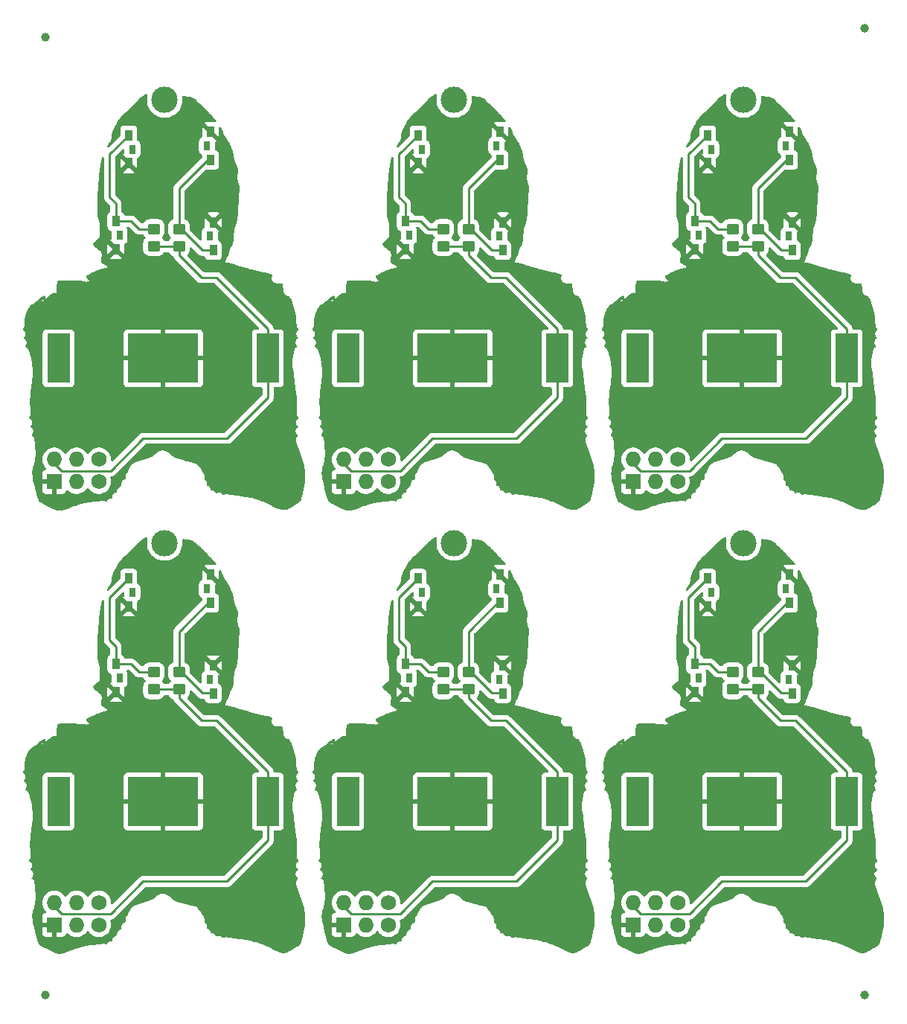
<source format=gbl>
G04 #@! TF.GenerationSoftware,KiCad,Pcbnew,8.0.4*
G04 #@! TF.CreationDate,2024-07-22T02:56:23-05:00*
G04 #@! TF.ProjectId,keanu-homeboy-panel,6b65616e-752d-4686-9f6d-65626f792d70,rev?*
G04 #@! TF.SameCoordinates,Original*
G04 #@! TF.FileFunction,Copper,L2,Bot*
G04 #@! TF.FilePolarity,Positive*
%FSLAX46Y46*%
G04 Gerber Fmt 4.6, Leading zero omitted, Abs format (unit mm)*
G04 Created by KiCad (PCBNEW 8.0.4) date 2024-07-22 02:56:23*
%MOMM*%
%LPD*%
G01*
G04 APERTURE LIST*
G04 Aperture macros list*
%AMRoundRect*
0 Rectangle with rounded corners*
0 $1 Rounding radius*
0 $2 $3 $4 $5 $6 $7 $8 $9 X,Y pos of 4 corners*
0 Add a 4 corners polygon primitive as box body*
4,1,4,$2,$3,$4,$5,$6,$7,$8,$9,$2,$3,0*
0 Add four circle primitives for the rounded corners*
1,1,$1+$1,$2,$3*
1,1,$1+$1,$4,$5*
1,1,$1+$1,$6,$7*
1,1,$1+$1,$8,$9*
0 Add four rect primitives between the rounded corners*
20,1,$1+$1,$2,$3,$4,$5,0*
20,1,$1+$1,$4,$5,$6,$7,0*
20,1,$1+$1,$6,$7,$8,$9,0*
20,1,$1+$1,$8,$9,$2,$3,0*%
G04 Aperture macros list end*
G04 #@! TA.AperFunction,SMDPad,CuDef*
%ADD10RoundRect,0.250000X-0.450000X0.350000X-0.450000X-0.350000X0.450000X-0.350000X0.450000X0.350000X0*%
G04 #@! TD*
G04 #@! TA.AperFunction,SMDPad,CuDef*
%ADD11R,0.900000X1.200000*%
G04 #@! TD*
G04 #@! TA.AperFunction,SMDPad,CuDef*
%ADD12R,0.800000X1.000000*%
G04 #@! TD*
G04 #@! TA.AperFunction,SMDPad,CuDef*
%ADD13R,2.600000X5.560000*%
G04 #@! TD*
G04 #@! TA.AperFunction,SMDPad,CuDef*
%ADD14R,8.000000X5.560000*%
G04 #@! TD*
G04 #@! TA.AperFunction,SMDPad,CuDef*
%ADD15C,1.000000*%
G04 #@! TD*
G04 #@! TA.AperFunction,SMDPad,CuDef*
%ADD16C,3.000000*%
G04 #@! TD*
G04 #@! TA.AperFunction,ComponentPad*
%ADD17O,1.727200X1.727200*%
G04 #@! TD*
G04 #@! TA.AperFunction,ComponentPad*
%ADD18R,1.727200X1.727200*%
G04 #@! TD*
G04 #@! TA.AperFunction,ComponentPad*
%ADD19C,1.727200*%
G04 #@! TD*
G04 #@! TA.AperFunction,Conductor*
%ADD20C,0.250000*%
G04 #@! TD*
G04 APERTURE END LIST*
D10*
X147238211Y-95229553D03*
X147238211Y-97229553D03*
D11*
X109986538Y-47142206D03*
X109986538Y-43942206D03*
D12*
X110386538Y-45542206D03*
D10*
X147238211Y-44824466D03*
X147238211Y-46824466D03*
D11*
X154000511Y-44067106D03*
X154000511Y-47267106D03*
D12*
X153600511Y-45667106D03*
D13*
X136405392Y-59549114D03*
X160215392Y-59549114D03*
D14*
X148310392Y-59549114D03*
D11*
X177323984Y-37365306D03*
X177323984Y-34165306D03*
D12*
X177723984Y-35765306D03*
D15*
X195219291Y-22032000D03*
D11*
X153687011Y-33782206D03*
X153687011Y-36982206D03*
D12*
X153287011Y-35382206D03*
D11*
X186623484Y-84187293D03*
X186623484Y-87387293D03*
D12*
X186223484Y-85787293D03*
D13*
X103468919Y-109954201D03*
X127278919Y-109954201D03*
D14*
X115373919Y-109954201D03*
D11*
X175859484Y-97547293D03*
X175859484Y-94347293D03*
D12*
X176259484Y-95947293D03*
D11*
X186623484Y-33782206D03*
X186623484Y-36982206D03*
D12*
X186223484Y-35382206D03*
D11*
X175859484Y-47142206D03*
X175859484Y-43942206D03*
D12*
X176259484Y-45542206D03*
D13*
X103468919Y-59549114D03*
X127278919Y-59549114D03*
D14*
X115373919Y-59549114D03*
D11*
X120750538Y-84187293D03*
X120750538Y-87387293D03*
D12*
X120350538Y-85787293D03*
D16*
X148475191Y-80567593D03*
D10*
X114301738Y-95229553D03*
X114301738Y-97229553D03*
D11*
X109986538Y-97547293D03*
X109986538Y-94347293D03*
D12*
X110386538Y-95947293D03*
D11*
X142923011Y-97547293D03*
X142923011Y-94347293D03*
D12*
X143323011Y-95947293D03*
D11*
X177323984Y-87770393D03*
X177323984Y-84570393D03*
D12*
X177723984Y-86170393D03*
D10*
X180174684Y-44824466D03*
X180174684Y-46824466D03*
D16*
X148475191Y-30162506D03*
D11*
X111451038Y-87770393D03*
X111451038Y-84570393D03*
D12*
X111851038Y-86170393D03*
D11*
X153687011Y-84187293D03*
X153687011Y-87387293D03*
D12*
X153287011Y-85787293D03*
D11*
X186936984Y-44067106D03*
X186936984Y-47267106D03*
D12*
X186536984Y-45667106D03*
D11*
X144387511Y-87770393D03*
X144387511Y-84570393D03*
D12*
X144787511Y-86170393D03*
D10*
X183039804Y-44824466D03*
X183039804Y-46824466D03*
D11*
X120750538Y-33782206D03*
X120750538Y-36982206D03*
D12*
X120350538Y-35382206D03*
D13*
X169341865Y-59549114D03*
X193151865Y-59549114D03*
D14*
X181246865Y-59549114D03*
D11*
X144387511Y-37365306D03*
X144387511Y-34165306D03*
D12*
X144787511Y-35765306D03*
D13*
X136405392Y-109954201D03*
X160215392Y-109954201D03*
D14*
X148310392Y-109954201D03*
D11*
X154000511Y-94472193D03*
X154000511Y-97672193D03*
D12*
X153600511Y-96072193D03*
D16*
X115538718Y-30162506D03*
D10*
X114301738Y-44824466D03*
X114301738Y-46824466D03*
D11*
X111451038Y-37365306D03*
X111451038Y-34165306D03*
D12*
X111851038Y-35765306D03*
D15*
X102000000Y-132000000D03*
D10*
X150103331Y-44824466D03*
X150103331Y-46824466D03*
X117166858Y-44824466D03*
X117166858Y-46824466D03*
D15*
X102000000Y-23000000D03*
D11*
X142923011Y-47142206D03*
X142923011Y-43942206D03*
D12*
X143323011Y-45542206D03*
D11*
X121064038Y-94472193D03*
X121064038Y-97672193D03*
D12*
X120664038Y-96072193D03*
D13*
X169341865Y-109954201D03*
X193151865Y-109954201D03*
D14*
X181246865Y-109954201D03*
D10*
X183039804Y-95229553D03*
X183039804Y-97229553D03*
D16*
X115538718Y-80567593D03*
D10*
X117166858Y-95229553D03*
X117166858Y-97229553D03*
X150103331Y-95229553D03*
X150103331Y-97229553D03*
D11*
X121064038Y-44067106D03*
X121064038Y-47267106D03*
D12*
X120664038Y-45667106D03*
D16*
X181411664Y-30162506D03*
D11*
X186936984Y-94472193D03*
X186936984Y-97672193D03*
D12*
X186536984Y-96072193D03*
D10*
X180174684Y-95229553D03*
X180174684Y-97229553D03*
D15*
X195219291Y-132014000D03*
D16*
X181411664Y-80567593D03*
D17*
X102968258Y-71069206D03*
D18*
X102968258Y-73609206D03*
D17*
X105508258Y-71069206D03*
X105508258Y-73609206D03*
D19*
X108048258Y-71069206D03*
X108048258Y-73609206D03*
D17*
X135904731Y-121474293D03*
D18*
X135904731Y-124014293D03*
D17*
X138444731Y-121474293D03*
X138444731Y-124014293D03*
D19*
X140984731Y-121474293D03*
X140984731Y-124014293D03*
D17*
X135904731Y-71069206D03*
D18*
X135904731Y-73609206D03*
D17*
X138444731Y-71069206D03*
X138444731Y-73609206D03*
D19*
X140984731Y-71069206D03*
X140984731Y-73609206D03*
D17*
X168841204Y-71069206D03*
D18*
X168841204Y-73609206D03*
D17*
X171381204Y-71069206D03*
X171381204Y-73609206D03*
D19*
X173921204Y-71069206D03*
X173921204Y-73609206D03*
D17*
X168841204Y-121474293D03*
D18*
X168841204Y-124014293D03*
D17*
X171381204Y-121474293D03*
X171381204Y-124014293D03*
D19*
X173921204Y-121474293D03*
X173921204Y-124014293D03*
D17*
X102968258Y-121474293D03*
D18*
X102968258Y-124014293D03*
D17*
X105508258Y-121474293D03*
X105508258Y-124014293D03*
D19*
X108048258Y-121474293D03*
X108048258Y-124014293D03*
D20*
X183039804Y-94229553D02*
X183039804Y-90631073D01*
X185659804Y-97649553D02*
X186138964Y-97649553D01*
X186138964Y-97649553D02*
X187113964Y-97649553D01*
X183039804Y-95029553D02*
X185659804Y-97649553D01*
X183039804Y-94229553D02*
X183039804Y-95029553D01*
X183039804Y-90631073D02*
X186707564Y-86963313D01*
X178491744Y-95229553D02*
X177609484Y-94347293D01*
X177609484Y-94347293D02*
X175859484Y-94347293D01*
X175145484Y-91629293D02*
X175145484Y-86748893D01*
X175145484Y-86748893D02*
X177323984Y-84570393D01*
X180174684Y-95229553D02*
X178491744Y-95229553D01*
X175859484Y-94347293D02*
X175859484Y-92343293D01*
X175859484Y-92343293D02*
X175145484Y-91629293D01*
X183039804Y-98229553D02*
X183039804Y-97229553D01*
X178955484Y-119061293D02*
X188493184Y-119061293D01*
X193151865Y-108474201D02*
X193154084Y-108471982D01*
X168511004Y-110785062D02*
X169341865Y-109954201D01*
X185583544Y-100773293D02*
X183039804Y-98229553D01*
X193154084Y-108471982D02*
X193154084Y-106589893D01*
X168511004Y-121575893D02*
X169699605Y-122764494D01*
X169341865Y-109954201D02*
X169341865Y-108474201D01*
X188493184Y-119061293D02*
X193151865Y-114402612D01*
X187337484Y-100773293D02*
X185583544Y-100773293D01*
X183039804Y-97229553D02*
X180174684Y-97229553D01*
X169699605Y-122764494D02*
X175252283Y-122764494D01*
X193151865Y-114402612D02*
X193151865Y-109954201D01*
X193151865Y-109954201D02*
X193151865Y-108474201D01*
X175252283Y-122764494D02*
X178955484Y-119061293D01*
X193154084Y-106589893D02*
X187337484Y-100773293D01*
X150103331Y-94229553D02*
X150103331Y-90631073D01*
X150103331Y-90631073D02*
X153771091Y-86963313D01*
X150103331Y-95029553D02*
X152723331Y-97649553D01*
X153202491Y-97649553D02*
X154177491Y-97649553D01*
X150103331Y-94229553D02*
X150103331Y-95029553D01*
X152723331Y-97649553D02*
X153202491Y-97649553D01*
X142923011Y-94347293D02*
X142923011Y-92343293D01*
X145555271Y-95229553D02*
X144673011Y-94347293D01*
X142923011Y-92343293D02*
X142209011Y-91629293D01*
X142209011Y-91629293D02*
X142209011Y-86748893D01*
X147238211Y-95229553D02*
X145555271Y-95229553D01*
X144673011Y-94347293D02*
X142923011Y-94347293D01*
X142209011Y-86748893D02*
X144387511Y-84570393D01*
X160215392Y-114402612D02*
X160215392Y-109954201D01*
X160217611Y-108471982D02*
X160217611Y-106589893D01*
X142315810Y-122764494D02*
X146019011Y-119061293D01*
X136763132Y-122764494D02*
X142315810Y-122764494D01*
X154401011Y-100773293D02*
X152647071Y-100773293D01*
X152647071Y-100773293D02*
X150103331Y-98229553D01*
X150103331Y-97229553D02*
X147238211Y-97229553D01*
X160217611Y-106589893D02*
X154401011Y-100773293D01*
X135574531Y-110785062D02*
X136405392Y-109954201D01*
X160215392Y-109954201D02*
X160215392Y-108474201D01*
X160215392Y-108474201D02*
X160217611Y-108471982D01*
X150103331Y-98229553D02*
X150103331Y-97229553D01*
X135574531Y-121575893D02*
X136763132Y-122764494D01*
X136405392Y-109954201D02*
X136405392Y-108474201D01*
X155556711Y-119061293D02*
X160215392Y-114402612D01*
X146019011Y-119061293D02*
X155556711Y-119061293D01*
X117166858Y-90631073D02*
X120834618Y-86963313D01*
X117166858Y-94229553D02*
X117166858Y-90631073D01*
X120266018Y-97649553D02*
X121241018Y-97649553D01*
X117166858Y-94229553D02*
X117166858Y-95029553D01*
X119786858Y-97649553D02*
X120266018Y-97649553D01*
X117166858Y-95029553D02*
X119786858Y-97649553D01*
X109986538Y-92343293D02*
X109272538Y-91629293D01*
X109272538Y-91629293D02*
X109272538Y-86748893D01*
X112618798Y-95229553D02*
X111736538Y-94347293D01*
X109272538Y-86748893D02*
X111451038Y-84570393D01*
X111736538Y-94347293D02*
X109986538Y-94347293D01*
X109986538Y-94347293D02*
X109986538Y-92343293D01*
X114301738Y-95229553D02*
X112618798Y-95229553D01*
X113082538Y-119061293D02*
X122620238Y-119061293D01*
X102638058Y-110785062D02*
X103468919Y-109954201D01*
X102638058Y-121575893D02*
X103826659Y-122764494D01*
X117166858Y-97229553D02*
X114301738Y-97229553D01*
X127278919Y-108474201D02*
X127281138Y-108471982D01*
X127278919Y-109954201D02*
X127278919Y-108474201D01*
X103826659Y-122764494D02*
X109379337Y-122764494D01*
X119710598Y-100773293D02*
X117166858Y-98229553D01*
X127281138Y-106589893D02*
X121464538Y-100773293D01*
X117166858Y-98229553D02*
X117166858Y-97229553D01*
X122620238Y-119061293D02*
X127278919Y-114402612D01*
X103468919Y-109954201D02*
X103468919Y-108474201D01*
X127278919Y-114402612D02*
X127278919Y-109954201D01*
X127281138Y-108471982D02*
X127281138Y-106589893D01*
X109379337Y-122764494D02*
X113082538Y-119061293D01*
X121464538Y-100773293D02*
X119710598Y-100773293D01*
X185659804Y-47244466D02*
X186138964Y-47244466D01*
X183039804Y-43824466D02*
X183039804Y-44624466D01*
X183039804Y-44624466D02*
X185659804Y-47244466D01*
X186138964Y-47244466D02*
X187113964Y-47244466D01*
X183039804Y-43824466D02*
X183039804Y-40225986D01*
X183039804Y-40225986D02*
X186707564Y-36558226D01*
X178491744Y-44824466D02*
X177609484Y-43942206D01*
X175859484Y-43942206D02*
X175859484Y-41938206D01*
X175145484Y-41224206D02*
X175145484Y-36343806D01*
X175859484Y-41938206D02*
X175145484Y-41224206D01*
X177609484Y-43942206D02*
X175859484Y-43942206D01*
X175145484Y-36343806D02*
X177323984Y-34165306D01*
X180174684Y-44824466D02*
X178491744Y-44824466D01*
X178955484Y-68656206D02*
X188493184Y-68656206D01*
X193151865Y-59549114D02*
X193151865Y-58069114D01*
X183039804Y-46824466D02*
X180174684Y-46824466D01*
X168511004Y-71170806D02*
X169699605Y-72359407D01*
X193151865Y-58069114D02*
X193154084Y-58066895D01*
X193154084Y-58066895D02*
X193154084Y-56184806D01*
X169699605Y-72359407D02*
X175252283Y-72359407D01*
X187337484Y-50368206D02*
X185583544Y-50368206D01*
X183039804Y-47824466D02*
X183039804Y-46824466D01*
X169341865Y-59549114D02*
X169341865Y-58069114D01*
X185583544Y-50368206D02*
X183039804Y-47824466D01*
X175252283Y-72359407D02*
X178955484Y-68656206D01*
X168511004Y-60379975D02*
X169341865Y-59549114D01*
X188493184Y-68656206D02*
X193151865Y-63997525D01*
X193151865Y-63997525D02*
X193151865Y-59549114D01*
X193154084Y-56184806D02*
X187337484Y-50368206D01*
X152723331Y-47244466D02*
X153202491Y-47244466D01*
X150103331Y-43824466D02*
X150103331Y-44624466D01*
X150103331Y-44624466D02*
X152723331Y-47244466D01*
X150103331Y-43824466D02*
X150103331Y-40225986D01*
X153202491Y-47244466D02*
X154177491Y-47244466D01*
X150103331Y-40225986D02*
X153771091Y-36558226D01*
X142209011Y-41224206D02*
X142209011Y-36343806D01*
X142923011Y-41938206D02*
X142209011Y-41224206D01*
X147238211Y-44824466D02*
X145555271Y-44824466D01*
X145555271Y-44824466D02*
X144673011Y-43942206D01*
X144673011Y-43942206D02*
X142923011Y-43942206D01*
X142209011Y-36343806D02*
X144387511Y-34165306D01*
X142923011Y-43942206D02*
X142923011Y-41938206D01*
X160215392Y-58069114D02*
X160217611Y-58066895D01*
X142315810Y-72359407D02*
X146019011Y-68656206D01*
X155556711Y-68656206D02*
X160215392Y-63997525D01*
X154401011Y-50368206D02*
X152647071Y-50368206D01*
X152647071Y-50368206D02*
X150103331Y-47824466D01*
X150103331Y-47824466D02*
X150103331Y-46824466D01*
X136405392Y-59549114D02*
X136405392Y-58069114D01*
X135574531Y-71170806D02*
X136763132Y-72359407D01*
X160217611Y-58066895D02*
X160217611Y-56184806D01*
X160215392Y-59549114D02*
X160215392Y-58069114D01*
X160217611Y-56184806D02*
X154401011Y-50368206D01*
X146019011Y-68656206D02*
X155556711Y-68656206D01*
X136763132Y-72359407D02*
X142315810Y-72359407D01*
X160215392Y-63997525D02*
X160215392Y-59549114D01*
X150103331Y-46824466D02*
X147238211Y-46824466D01*
X135574531Y-60379975D02*
X136405392Y-59549114D01*
X117166858Y-44624466D02*
X119786858Y-47244466D01*
X117166858Y-43824466D02*
X117166858Y-44624466D01*
X117166858Y-43824466D02*
X117166858Y-40225986D01*
X120266018Y-47244466D02*
X121241018Y-47244466D01*
X117166858Y-40225986D02*
X120834618Y-36558226D01*
X119786858Y-47244466D02*
X120266018Y-47244466D01*
X109272538Y-36343806D02*
X111451038Y-34165306D01*
X109986538Y-41938206D02*
X109272538Y-41224206D01*
X111736538Y-43942206D02*
X109986538Y-43942206D01*
X112618798Y-44824466D02*
X111736538Y-43942206D01*
X114301738Y-44824466D02*
X112618798Y-44824466D01*
X109986538Y-43942206D02*
X109986538Y-41938206D01*
X109272538Y-41224206D02*
X109272538Y-36343806D01*
X117166858Y-46824466D02*
X114301738Y-46824466D01*
X102638058Y-71170806D02*
X103826659Y-72359407D01*
X127281138Y-56184806D02*
X121464538Y-50368206D01*
X102638058Y-60379975D02*
X103468919Y-59549114D01*
X127278919Y-58069114D02*
X127281138Y-58066895D01*
X109379337Y-72359407D02*
X113082538Y-68656206D01*
X113082538Y-68656206D02*
X122620238Y-68656206D01*
X119710598Y-50368206D02*
X117166858Y-47824466D01*
X103468919Y-59549114D02*
X103468919Y-58069114D01*
X122620238Y-68656206D02*
X127278919Y-63997525D01*
X121464538Y-50368206D02*
X119710598Y-50368206D01*
X103826659Y-72359407D02*
X109379337Y-72359407D01*
X127278919Y-63997525D02*
X127278919Y-59549114D01*
X127278919Y-59549114D02*
X127278919Y-58069114D01*
X127281138Y-58066895D02*
X127281138Y-56184806D01*
X117166858Y-47824466D02*
X117166858Y-46824466D01*
G04 #@! TA.AperFunction,Conductor*
G36*
X113566792Y-29509630D02*
G01*
X113599692Y-29572543D01*
X113599475Y-29622745D01*
X113593577Y-29651129D01*
X113544277Y-29888375D01*
X113544275Y-29888383D01*
X113544274Y-29888389D01*
X113525525Y-30162501D01*
X113525525Y-30162510D01*
X113544274Y-30436622D01*
X113544275Y-30436628D01*
X113544276Y-30436636D01*
X113574661Y-30582857D01*
X113600178Y-30705652D01*
X113600180Y-30705660D01*
X113679406Y-30928579D01*
X113692195Y-30964564D01*
X113817161Y-31205739D01*
X113818610Y-31208534D01*
X113832860Y-31228721D01*
X113977061Y-31433008D01*
X114121483Y-31587646D01*
X114153628Y-31622065D01*
X114164607Y-31633820D01*
X114377749Y-31807224D01*
X114612518Y-31949990D01*
X114864541Y-32059459D01*
X115129122Y-32133591D01*
X115224222Y-32146662D01*
X115401322Y-32171005D01*
X115401333Y-32171006D01*
X115676103Y-32171006D01*
X115676113Y-32171005D01*
X115805663Y-32153198D01*
X115948314Y-32133591D01*
X116212895Y-32059459D01*
X116464918Y-31949990D01*
X116699687Y-31807224D01*
X116912829Y-31633820D01*
X117100375Y-31433008D01*
X117258829Y-31208529D01*
X117385241Y-30964564D01*
X117477256Y-30705659D01*
X117533160Y-30436636D01*
X117534598Y-30415615D01*
X117551911Y-30162510D01*
X117551911Y-30162501D01*
X117533161Y-29888389D01*
X117533160Y-29888383D01*
X117533160Y-29888376D01*
X117527468Y-29860985D01*
X117533191Y-29790221D01*
X117576264Y-29733784D01*
X117643013Y-29709593D01*
X117667565Y-29710466D01*
X117878415Y-29738735D01*
X118160773Y-29775609D01*
X118253726Y-29787578D01*
X118254210Y-29787641D01*
X118350133Y-29800484D01*
X118351239Y-29800639D01*
X118442571Y-29813844D01*
X118443645Y-29814005D01*
X118526611Y-29826941D01*
X118528304Y-29827218D01*
X118565088Y-29833477D01*
X118597805Y-29839045D01*
X118600434Y-29839521D01*
X118651102Y-29849283D01*
X118657024Y-29850573D01*
X118678891Y-29855888D01*
X118695626Y-29861215D01*
X118749767Y-29882710D01*
X118764116Y-29889482D01*
X118830057Y-29925844D01*
X118839771Y-29931788D01*
X118919823Y-29985913D01*
X118926260Y-29990569D01*
X119021423Y-30064104D01*
X119025172Y-30067118D01*
X119100657Y-30130215D01*
X119103953Y-30133069D01*
X119136476Y-30162240D01*
X119138355Y-30163963D01*
X119188118Y-30210512D01*
X119188966Y-30211313D01*
X119253798Y-30273189D01*
X119254145Y-30273522D01*
X119331976Y-30348701D01*
X119420768Y-30435170D01*
X119420953Y-30435351D01*
X119518393Y-30530815D01*
X119518547Y-30531091D01*
X119518610Y-30531028D01*
X119623750Y-30634533D01*
X119623930Y-30634712D01*
X119734276Y-30743781D01*
X119734390Y-30743987D01*
X119734437Y-30743940D01*
X119848919Y-30857503D01*
X119849068Y-30857652D01*
X119965445Y-30973481D01*
X119965589Y-30973624D01*
X120082264Y-31090125D01*
X120082259Y-31090129D01*
X120082392Y-31090253D01*
X120197468Y-31205538D01*
X120197577Y-31205739D01*
X120197623Y-31205694D01*
X120309598Y-31318268D01*
X120309772Y-31318443D01*
X120416755Y-31426421D01*
X120416959Y-31426627D01*
X120517432Y-31528503D01*
X120517681Y-31528757D01*
X120609186Y-31622065D01*
X120609513Y-31622399D01*
X120691101Y-31706214D01*
X120691479Y-31706604D01*
X120760813Y-31778578D01*
X120761354Y-31779145D01*
X120816777Y-31837622D01*
X120817573Y-31838470D01*
X120835164Y-31857377D01*
X120836187Y-31858490D01*
X121047240Y-32091084D01*
X121048842Y-32092888D01*
X121116910Y-32171005D01*
X121239069Y-32311199D01*
X121241022Y-32313495D01*
X121370641Y-32469641D01*
X121398761Y-32534832D01*
X121387172Y-32604876D01*
X121339554Y-32657536D01*
X121271026Y-32676092D01*
X121260228Y-32675399D01*
X121249132Y-32674206D01*
X120251940Y-32674206D01*
X120191443Y-32680711D01*
X120058018Y-32730476D01*
X120750538Y-33422995D01*
X120750538Y-33422996D01*
X121708537Y-34380996D01*
X121708538Y-34380996D01*
X121708538Y-33353053D01*
X121728540Y-33284932D01*
X121782196Y-33238439D01*
X121852470Y-33228335D01*
X121917050Y-33257829D01*
X121945853Y-33294021D01*
X121984710Y-33367295D01*
X121998230Y-33392789D01*
X122001825Y-33400134D01*
X122065593Y-33541908D01*
X122068424Y-33548730D01*
X122099235Y-33629592D01*
X122159334Y-33787204D01*
X122159334Y-33787205D01*
X122225092Y-33934970D01*
X122225109Y-33935004D01*
X122299752Y-34079022D01*
X122386558Y-34225509D01*
X122488787Y-34380639D01*
X122516277Y-34420259D01*
X122517723Y-34422389D01*
X122625667Y-34584959D01*
X122628601Y-34589593D01*
X122733905Y-34764232D01*
X122736292Y-34768366D01*
X122838473Y-34953326D01*
X122840505Y-34957159D01*
X122938075Y-35149102D01*
X122939879Y-35152799D01*
X123031442Y-35348487D01*
X123033109Y-35352205D01*
X123055820Y-35405139D01*
X123117211Y-35548225D01*
X123118801Y-35552107D01*
X123154313Y-35643190D01*
X123194105Y-35745247D01*
X123195690Y-35749543D01*
X123207284Y-35782811D01*
X123260773Y-35936292D01*
X123262394Y-35941273D01*
X123315917Y-36118197D01*
X123317591Y-36124274D01*
X123358229Y-36287689D01*
X123359920Y-36295552D01*
X123386757Y-36443117D01*
X123387861Y-36450388D01*
X123394732Y-36506651D01*
X123394732Y-36506658D01*
X123409595Y-36628415D01*
X123409599Y-36628441D01*
X123409600Y-36628445D01*
X123429347Y-36743254D01*
X123429349Y-36743265D01*
X123429355Y-36743293D01*
X123455363Y-36855816D01*
X123455369Y-36855841D01*
X123482333Y-36947976D01*
X123489066Y-36970980D01*
X123489070Y-36970991D01*
X123531814Y-37093365D01*
X123585021Y-37227797D01*
X123650107Y-37379087D01*
X123651485Y-37382194D01*
X123651687Y-37382653D01*
X123706636Y-37507955D01*
X123707360Y-37509639D01*
X123751596Y-37614640D01*
X123752817Y-37617646D01*
X123787316Y-37705813D01*
X123789073Y-37710584D01*
X123814936Y-37785450D01*
X123817064Y-37792223D01*
X123835579Y-37857526D01*
X123837663Y-37865978D01*
X123850334Y-37926263D01*
X123851885Y-37935250D01*
X123860070Y-37995613D01*
X123860893Y-38003565D01*
X123865583Y-38069218D01*
X123865862Y-38075001D01*
X123867780Y-38150613D01*
X123867820Y-38153382D01*
X123867957Y-38193933D01*
X123867938Y-38196583D01*
X123866528Y-38276450D01*
X123866453Y-38279123D01*
X123862750Y-38374323D01*
X123862656Y-38376331D01*
X123857156Y-38476541D01*
X123857024Y-38478629D01*
X123850244Y-38573380D01*
X123850096Y-38575244D01*
X123847265Y-38607966D01*
X123833789Y-38780193D01*
X123827369Y-38932353D01*
X123827368Y-38932385D01*
X123828458Y-39069027D01*
X123828459Y-39069045D01*
X123837520Y-39194709D01*
X123855014Y-39313916D01*
X123855014Y-39313917D01*
X123881393Y-39431125D01*
X123881396Y-39431136D01*
X123881397Y-39431139D01*
X123917131Y-39550912D01*
X123953767Y-39654272D01*
X123953809Y-39654515D01*
X123953849Y-39654502D01*
X123994540Y-39770015D01*
X123996724Y-39776825D01*
X124025821Y-39877285D01*
X124028161Y-39886710D01*
X124047561Y-39980093D01*
X124049347Y-39991132D01*
X124060199Y-40084217D01*
X124060992Y-40095075D01*
X124063954Y-40195038D01*
X124063898Y-40204065D01*
X124059128Y-40317467D01*
X124058688Y-40323943D01*
X124046212Y-40456907D01*
X124045874Y-40460076D01*
X124038049Y-40525603D01*
X124038037Y-40525706D01*
X124024109Y-40641526D01*
X124011359Y-40758338D01*
X123999609Y-40878693D01*
X123988720Y-41004815D01*
X123978513Y-41139321D01*
X123968857Y-41284287D01*
X123959567Y-41442455D01*
X123950510Y-41615838D01*
X123942342Y-41789469D01*
X123941500Y-41807359D01*
X123932399Y-42018984D01*
X123923043Y-42253244D01*
X123923040Y-42253332D01*
X123923039Y-42253331D01*
X123921587Y-42291008D01*
X123921574Y-42291342D01*
X123911397Y-42538325D01*
X123911356Y-42539233D01*
X123900541Y-42762544D01*
X123900476Y-42763777D01*
X123888704Y-42965852D01*
X123888599Y-42967477D01*
X123875582Y-43150213D01*
X123875416Y-43152294D01*
X123860871Y-43317754D01*
X123860616Y-43320347D01*
X123844253Y-43470754D01*
X123843872Y-43473889D01*
X123825418Y-43611371D01*
X123824872Y-43615028D01*
X123804055Y-43741786D01*
X123803313Y-43745883D01*
X123779831Y-43864263D01*
X123778882Y-43868638D01*
X123752427Y-43980939D01*
X123751299Y-43985368D01*
X123721491Y-44094075D01*
X123720253Y-44098298D01*
X123686718Y-44205735D01*
X123685472Y-44209515D01*
X123647703Y-44318310D01*
X123646699Y-44321096D01*
X123615803Y-44403767D01*
X123569479Y-44529226D01*
X123530694Y-44646042D01*
X123498705Y-44758428D01*
X123472773Y-44870589D01*
X123472770Y-44870600D01*
X123452127Y-44986833D01*
X123452124Y-44986850D01*
X123436021Y-45111400D01*
X123427449Y-45206833D01*
X123423706Y-45248499D01*
X123415426Y-45385864D01*
X123414427Y-45402430D01*
X123407439Y-45577243D01*
X123407394Y-45578631D01*
X123407340Y-45580306D01*
X123401890Y-45736348D01*
X123401841Y-45737573D01*
X123395897Y-45870640D01*
X123395769Y-45873010D01*
X123388539Y-45986747D01*
X123388235Y-45990602D01*
X123378997Y-46088409D01*
X123378352Y-46093930D01*
X123366454Y-46179416D01*
X123365275Y-46186432D01*
X123350020Y-46263765D01*
X123348220Y-46271571D01*
X123328739Y-46345291D01*
X123326496Y-46352821D01*
X123301648Y-46427622D01*
X123299367Y-46433925D01*
X123267872Y-46514192D01*
X123265965Y-46518782D01*
X123226642Y-46608428D01*
X123225322Y-46611337D01*
X123177242Y-46713803D01*
X123176511Y-46715333D01*
X123118713Y-46834320D01*
X123118548Y-46834659D01*
X123117964Y-46835851D01*
X123047819Y-46984313D01*
X122991497Y-47115765D01*
X122961999Y-47195116D01*
X122947636Y-47233755D01*
X122918806Y-47328891D01*
X122914906Y-47341760D01*
X122899205Y-47407384D01*
X122898335Y-47410808D01*
X122883546Y-47465763D01*
X122881328Y-47473106D01*
X122855887Y-47548919D01*
X122854433Y-47553016D01*
X122817768Y-47650937D01*
X122816728Y-47653621D01*
X122769683Y-47771025D01*
X122768887Y-47772964D01*
X122746936Y-47825193D01*
X122712183Y-47907886D01*
X122711528Y-47909417D01*
X122645601Y-48060654D01*
X122645264Y-48061419D01*
X122633245Y-48088496D01*
X122633246Y-48088497D01*
X122575822Y-48218233D01*
X122528700Y-48326261D01*
X122491409Y-48413732D01*
X122463378Y-48482025D01*
X122444091Y-48532404D01*
X122433058Y-48566053D01*
X122433055Y-48566065D01*
X122429737Y-48583675D01*
X122441938Y-48597917D01*
X122476940Y-48614609D01*
X122532323Y-48632993D01*
X122532327Y-48632994D01*
X122532339Y-48632998D01*
X122605748Y-48652340D01*
X122694765Y-48671885D01*
X122739763Y-48680633D01*
X122740877Y-48680856D01*
X122879716Y-48709180D01*
X122882767Y-48709842D01*
X123008122Y-48738721D01*
X123044475Y-48747096D01*
X123046698Y-48747629D01*
X123232290Y-48794050D01*
X123233859Y-48794455D01*
X123442720Y-48849914D01*
X123443946Y-48850247D01*
X123675684Y-48914653D01*
X123676728Y-48914949D01*
X123930940Y-48988201D01*
X123931658Y-48988411D01*
X124180856Y-49062362D01*
X124207827Y-49070366D01*
X124208644Y-49070611D01*
X124507027Y-49161359D01*
X124569688Y-49180663D01*
X124773814Y-49242795D01*
X124816290Y-49255724D01*
X124879623Y-49274471D01*
X125062527Y-49328613D01*
X125305777Y-49398631D01*
X125305817Y-49398642D01*
X125305865Y-49398656D01*
X125531748Y-49461812D01*
X125543286Y-49465038D01*
X125691788Y-49505280D01*
X125772368Y-49527117D01*
X125858442Y-49549636D01*
X125990196Y-49584108D01*
X126194155Y-49635312D01*
X126381489Y-49679991D01*
X126549477Y-49717415D01*
X126652488Y-49738588D01*
X126652498Y-49738590D01*
X126652523Y-49738595D01*
X126680472Y-49743841D01*
X126716692Y-49750642D01*
X126792654Y-49763959D01*
X126875877Y-49777848D01*
X126961865Y-49791621D01*
X127046120Y-49804588D01*
X127124145Y-49816060D01*
X127191445Y-49825347D01*
X127243523Y-49831759D01*
X127270716Y-49834152D01*
X127290184Y-49837418D01*
X127293819Y-49838326D01*
X127306915Y-49842364D01*
X127337679Y-49853715D01*
X127342193Y-49855480D01*
X127391754Y-49875965D01*
X127394486Y-49877133D01*
X127454504Y-49903654D01*
X127456388Y-49904506D01*
X127499258Y-49924336D01*
X127668304Y-50001679D01*
X127705571Y-50017532D01*
X127760426Y-50062604D01*
X127782205Y-50130177D01*
X127769969Y-50183435D01*
X127770887Y-50183767D01*
X127768164Y-50191292D01*
X127768136Y-50191417D01*
X127768081Y-50191522D01*
X127762085Y-50208098D01*
X127754124Y-50225736D01*
X127745668Y-50241182D01*
X127745665Y-50241189D01*
X127738079Y-50272308D01*
X127734154Y-50285315D01*
X127723255Y-50315450D01*
X127723253Y-50315461D01*
X127721761Y-50332912D01*
X127718605Y-50352139D01*
X127706311Y-50402356D01*
X127706267Y-50402757D01*
X127706257Y-50402846D01*
X127707740Y-50468201D01*
X127707729Y-50468240D01*
X127707742Y-50468322D01*
X127709170Y-50534116D01*
X127709244Y-50534596D01*
X127710957Y-50540452D01*
X127727690Y-50597673D01*
X127746033Y-50660632D01*
X127746038Y-50660649D01*
X127746146Y-50660893D01*
X127746234Y-50661092D01*
X127763420Y-50689357D01*
X127774426Y-50712462D01*
X127775124Y-50714418D01*
X127802027Y-50753360D01*
X127806087Y-50759626D01*
X127830620Y-50800067D01*
X127830622Y-50800070D01*
X127830625Y-50800074D01*
X127832238Y-50801619D01*
X127848761Y-50821005D01*
X127850031Y-50822844D01*
X127850035Y-50822848D01*
X127886085Y-50853486D01*
X127891629Y-50858488D01*
X127904323Y-50870642D01*
X127925810Y-50891217D01*
X127927771Y-50892293D01*
X127948755Y-50906747D01*
X127950447Y-50908185D01*
X127950451Y-50908188D01*
X127993203Y-50928452D01*
X127999847Y-50931846D01*
X128007491Y-50936041D01*
X128041341Y-50954617D01*
X128041344Y-50954617D01*
X128049036Y-50957610D01*
X128049028Y-50957628D01*
X128067849Y-50964653D01*
X128098709Y-50980504D01*
X128098710Y-50980504D01*
X128098712Y-50980505D01*
X128106294Y-50983217D01*
X128113941Y-50985682D01*
X128113944Y-50985682D01*
X128113945Y-50985683D01*
X128168984Y-50995745D01*
X128172856Y-50996517D01*
X128188676Y-50999934D01*
X128208565Y-51005984D01*
X128221598Y-51011159D01*
X128256974Y-51015285D01*
X128268960Y-51017274D01*
X128303783Y-51024795D01*
X128315720Y-51024208D01*
X128353322Y-51029347D01*
X128353411Y-51028886D01*
X128361520Y-51030443D01*
X128361527Y-51030446D01*
X128409464Y-51033278D01*
X128416606Y-51033906D01*
X128464287Y-51039468D01*
X128465808Y-51039244D01*
X128491537Y-51038127D01*
X128698659Y-51050365D01*
X128713091Y-51052058D01*
X128714133Y-51052241D01*
X128714138Y-51052243D01*
X128775230Y-51054902D01*
X128777064Y-51054997D01*
X128781783Y-51055276D01*
X128837995Y-51058599D01*
X128837997Y-51058598D01*
X128838001Y-51058599D01*
X128838004Y-51058598D01*
X128839052Y-51058523D01*
X128853591Y-51058316D01*
X128856041Y-51058422D01*
X128880309Y-51059479D01*
X128947494Y-51082425D01*
X128991610Y-51138052D01*
X129000722Y-51180205D01*
X129002909Y-51233614D01*
X129002673Y-51246334D01*
X129006003Y-51309397D01*
X129006072Y-51310883D01*
X129008660Y-51374083D01*
X129010088Y-51386747D01*
X129023911Y-51648505D01*
X129022817Y-51672988D01*
X129022159Y-51677588D01*
X129022159Y-51677590D01*
X129027521Y-51722205D01*
X129028245Y-51730591D01*
X129030616Y-51775469D01*
X129030616Y-51775471D01*
X129032053Y-51779886D01*
X129037334Y-51803829D01*
X129040085Y-51826712D01*
X129040984Y-51842418D01*
X129040842Y-51869114D01*
X129046667Y-51891327D01*
X129049886Y-51908241D01*
X129052628Y-51931048D01*
X129058125Y-51944752D01*
X129064035Y-51971567D01*
X129065209Y-51971350D01*
X129066714Y-51979469D01*
X129081492Y-52024942D01*
X129083539Y-52031919D01*
X129095664Y-52078152D01*
X129095665Y-52078154D01*
X129096527Y-52079665D01*
X129106906Y-52103142D01*
X129107444Y-52104798D01*
X129107446Y-52104802D01*
X129133487Y-52144899D01*
X129137247Y-52151069D01*
X129137964Y-52152325D01*
X129140406Y-52157650D01*
X129140733Y-52157484D01*
X129144496Y-52164842D01*
X129144943Y-52165490D01*
X129150667Y-52174600D01*
X129160947Y-52192627D01*
X129162046Y-52193738D01*
X129176171Y-52210779D01*
X129176977Y-52211948D01*
X129178898Y-52214816D01*
X129190610Y-52232848D01*
X129210099Y-52262856D01*
X129214616Y-52268144D01*
X129219300Y-52273329D01*
X129219303Y-52273333D01*
X129262935Y-52310485D01*
X129265498Y-52312730D01*
X129308032Y-52351024D01*
X129313809Y-52354993D01*
X129319638Y-52358766D01*
X129319642Y-52358769D01*
X129371321Y-52383322D01*
X129374447Y-52384860D01*
X129411013Y-52403489D01*
X129417859Y-52407249D01*
X129439505Y-52420025D01*
X129449266Y-52422740D01*
X129450905Y-52423197D01*
X129471206Y-52430779D01*
X129481884Y-52435853D01*
X129519062Y-52442685D01*
X129530045Y-52445217D01*
X129566466Y-52455352D01*
X129578291Y-52455465D01*
X129599857Y-52457534D01*
X129611498Y-52459674D01*
X129625401Y-52458558D01*
X129694901Y-52473045D01*
X129745538Y-52522809D01*
X129748349Y-52528148D01*
X129949939Y-52934413D01*
X129952295Y-52939436D01*
X130069559Y-53204460D01*
X130072315Y-53211211D01*
X130175163Y-53485541D01*
X130177432Y-53492145D01*
X130267755Y-53780798D01*
X130269573Y-53787196D01*
X130347165Y-54090475D01*
X130348574Y-54096618D01*
X130413227Y-54414834D01*
X130414273Y-54420687D01*
X130465759Y-54754016D01*
X130466491Y-54759567D01*
X130504575Y-55108190D01*
X130505036Y-55113420D01*
X130529510Y-55477402D01*
X130529744Y-55482318D01*
X130537214Y-55748293D01*
X130537264Y-55751830D01*
X130537264Y-55808946D01*
X130538183Y-55815934D01*
X130539312Y-55822973D01*
X130555624Y-55877660D01*
X130556588Y-55881063D01*
X130571372Y-55936238D01*
X130574086Y-55942791D01*
X130576978Y-55949252D01*
X130576979Y-55949254D01*
X130601295Y-55988766D01*
X130606899Y-55997871D01*
X130608691Y-56000876D01*
X130637264Y-56050366D01*
X130637266Y-56050368D01*
X130641573Y-56055981D01*
X130646051Y-56061490D01*
X130687560Y-56100731D01*
X130690097Y-56103199D01*
X130735874Y-56148977D01*
X130769899Y-56211289D01*
X130764833Y-56282105D01*
X130722286Y-56338940D01*
X130709786Y-56347185D01*
X130708779Y-56347766D01*
X130708763Y-56347778D01*
X130615589Y-56440952D01*
X130615581Y-56440962D01*
X130549694Y-56555082D01*
X130549691Y-56555089D01*
X130548061Y-56561174D01*
X130515584Y-56682381D01*
X130515584Y-56814165D01*
X130540551Y-56907346D01*
X130549691Y-56941456D01*
X130549694Y-56941463D01*
X130615581Y-57055583D01*
X130615589Y-57055593D01*
X130684106Y-57124110D01*
X130718132Y-57186422D01*
X130713067Y-57257237D01*
X130670520Y-57314073D01*
X130658012Y-57322324D01*
X130612291Y-57348720D01*
X130612284Y-57348726D01*
X130519110Y-57441900D01*
X130519102Y-57441910D01*
X130453215Y-57556030D01*
X130453212Y-57556037D01*
X130431588Y-57636738D01*
X130419105Y-57683329D01*
X130419105Y-57815113D01*
X130420920Y-57821886D01*
X130453212Y-57942404D01*
X130453215Y-57942411D01*
X130519102Y-58056531D01*
X130519110Y-58056541D01*
X130559405Y-58096836D01*
X130593431Y-58159148D01*
X130588366Y-58229963D01*
X130545819Y-58286799D01*
X130541827Y-58289668D01*
X130502528Y-58316761D01*
X130494013Y-58322142D01*
X130458662Y-58342552D01*
X130452443Y-58348771D01*
X130434880Y-58363399D01*
X130427648Y-58368385D01*
X130427638Y-58368394D01*
X130401167Y-58399477D01*
X130394339Y-58406875D01*
X130365479Y-58435736D01*
X130365475Y-58435741D01*
X130361084Y-58443347D01*
X130347902Y-58462028D01*
X130342203Y-58468720D01*
X130342200Y-58468725D01*
X130324673Y-58505607D01*
X130319991Y-58514521D01*
X130299585Y-58549867D01*
X130299583Y-58549869D01*
X130297309Y-58558359D01*
X130289412Y-58579815D01*
X130285641Y-58587751D01*
X130285639Y-58587756D01*
X130278261Y-58627893D01*
X130276045Y-58637720D01*
X130265478Y-58677157D01*
X130265478Y-58685946D01*
X130263401Y-58708727D01*
X130117278Y-59503590D01*
X130110296Y-59527723D01*
X130109141Y-59530600D01*
X130109140Y-59530604D01*
X130103586Y-59576732D01*
X130102414Y-59584446D01*
X130094009Y-59630171D01*
X130094009Y-59630173D01*
X130094256Y-59633255D01*
X130093755Y-59658368D01*
X130081549Y-59759749D01*
X130076676Y-59782400D01*
X130074270Y-59790069D01*
X130074269Y-59790073D01*
X130072515Y-59831599D01*
X130071724Y-59841339D01*
X130066756Y-59882603D01*
X130066756Y-59882604D01*
X130067894Y-59890566D01*
X130069049Y-59913699D01*
X130065053Y-60008373D01*
X130062111Y-60030631D01*
X130059959Y-60040225D01*
X130059958Y-60040234D01*
X130061593Y-60079960D01*
X130061588Y-60090450D01*
X130059911Y-60130203D01*
X130059911Y-60130208D01*
X130062055Y-60139813D01*
X130064973Y-60162077D01*
X130069190Y-60264552D01*
X130067727Y-60289563D01*
X130067214Y-60292781D01*
X130067214Y-60292784D01*
X130067214Y-60292786D01*
X130070130Y-60320834D01*
X130072004Y-60338855D01*
X130072572Y-60346701D01*
X130074477Y-60392980D01*
X130074477Y-60392984D01*
X130075446Y-60396082D01*
X130080507Y-60420638D01*
X130093809Y-60548582D01*
X130093709Y-60564753D01*
X130093889Y-60564751D01*
X130094011Y-60573006D01*
X130101662Y-60625172D01*
X130102320Y-60630424D01*
X130107773Y-60682867D01*
X130109692Y-60690901D01*
X130109517Y-60690942D01*
X130113603Y-60706586D01*
X130200352Y-61298036D01*
X130200634Y-61301466D01*
X130211172Y-61371805D01*
X130211229Y-61372188D01*
X130221544Y-61442517D01*
X130222266Y-61445865D01*
X130444012Y-62926010D01*
X130444333Y-62928292D01*
X130515800Y-63473179D01*
X130516174Y-63476338D01*
X130562501Y-63915224D01*
X130562909Y-63919939D01*
X130587832Y-64288021D01*
X130588089Y-64293739D01*
X130595581Y-64631537D01*
X130595587Y-64636838D01*
X130588621Y-64986919D01*
X130588504Y-64990392D01*
X130569351Y-65393485D01*
X130569300Y-65394473D01*
X130550628Y-65731584D01*
X130546533Y-65757207D01*
X130546274Y-65758174D01*
X130546274Y-65806736D01*
X130546081Y-65813705D01*
X130543395Y-65862179D01*
X130543598Y-65863144D01*
X130546274Y-65888976D01*
X130546274Y-65889961D01*
X130552687Y-65913896D01*
X130558840Y-65936861D01*
X130560455Y-65943636D01*
X130570410Y-65991162D01*
X130570412Y-65991168D01*
X130570858Y-65992049D01*
X130580125Y-66016298D01*
X130580380Y-66017252D01*
X130604654Y-66059295D01*
X130607971Y-66065426D01*
X130629890Y-66108762D01*
X130629893Y-66108768D01*
X130630549Y-66109500D01*
X130645777Y-66130523D01*
X130646269Y-66131376D01*
X130646272Y-66131380D01*
X130646274Y-66131383D01*
X130680616Y-66165725D01*
X130685391Y-66170772D01*
X130717782Y-66206961D01*
X130723091Y-66211523D01*
X130761723Y-66271089D01*
X130762019Y-66342085D01*
X130723884Y-66401970D01*
X130703977Y-66416209D01*
X130683836Y-66427837D01*
X130683828Y-66427843D01*
X130590654Y-66521017D01*
X130590646Y-66521027D01*
X130524759Y-66635147D01*
X130524757Y-66635152D01*
X130490649Y-66762446D01*
X130490649Y-66894230D01*
X130515616Y-66987411D01*
X130524756Y-67021521D01*
X130524759Y-67021528D01*
X130590646Y-67135648D01*
X130590654Y-67135658D01*
X130676230Y-67221234D01*
X130710256Y-67283546D01*
X130705191Y-67354361D01*
X130662644Y-67411197D01*
X130650139Y-67419446D01*
X130628213Y-67432105D01*
X130628203Y-67432113D01*
X130535029Y-67525287D01*
X130535021Y-67525297D01*
X130469134Y-67639417D01*
X130469132Y-67639422D01*
X130435024Y-67766716D01*
X130435024Y-67898500D01*
X130458416Y-67985801D01*
X130469131Y-68025791D01*
X130469134Y-68025798D01*
X130535021Y-68139918D01*
X130535029Y-68139928D01*
X130628203Y-68233102D01*
X130628208Y-68233106D01*
X130628210Y-68233108D01*
X130628211Y-68233109D01*
X130628213Y-68233110D01*
X130630437Y-68234394D01*
X130631937Y-68235967D01*
X130634762Y-68238135D01*
X130634423Y-68238575D01*
X130679429Y-68285777D01*
X130692864Y-68355491D01*
X130666477Y-68421402D01*
X130649824Y-68438843D01*
X130646029Y-68442122D01*
X130614340Y-68477731D01*
X130609314Y-68483059D01*
X130575619Y-68516755D01*
X130574666Y-68518406D01*
X130559692Y-68539143D01*
X130558426Y-68540564D01*
X130558422Y-68540571D01*
X130537037Y-68583154D01*
X130533560Y-68589603D01*
X130509725Y-68630887D01*
X130509725Y-68630888D01*
X130509233Y-68632725D01*
X130500136Y-68656633D01*
X130499282Y-68658332D01*
X130499281Y-68658334D01*
X130489641Y-68705022D01*
X130487951Y-68712149D01*
X130475620Y-68758169D01*
X130475620Y-68760070D01*
X130473019Y-68785535D01*
X130472635Y-68787399D01*
X130472635Y-68787400D01*
X130475407Y-68834977D01*
X130475620Y-68842305D01*
X130475620Y-68889963D01*
X130476112Y-68891798D01*
X130480188Y-68917052D01*
X130480299Y-68918954D01*
X130480300Y-68918962D01*
X130495290Y-68964195D01*
X130497387Y-68971201D01*
X130509728Y-69017255D01*
X130509729Y-69017257D01*
X130509730Y-69017259D01*
X130510679Y-69018903D01*
X130521159Y-69042260D01*
X130991852Y-70462648D01*
X130992126Y-70463486D01*
X131304012Y-71427180D01*
X131305095Y-71430699D01*
X131399639Y-71754872D01*
X131401024Y-71760025D01*
X131463051Y-72011934D01*
X131464719Y-72019778D01*
X131501465Y-72224301D01*
X131502788Y-72233676D01*
X131522507Y-72425185D01*
X131523081Y-72433365D01*
X131531163Y-72648684D01*
X131531252Y-72653532D01*
X131531001Y-72913418D01*
X131530886Y-72918677D01*
X131515832Y-73270878D01*
X131515399Y-73277240D01*
X131479076Y-73665266D01*
X131478503Y-73670293D01*
X131423535Y-74079617D01*
X131422849Y-74084108D01*
X131352862Y-74492922D01*
X131351999Y-74497462D01*
X131271107Y-74884135D01*
X131269893Y-74889379D01*
X131182985Y-75231233D01*
X131180988Y-75238232D01*
X131092738Y-75516874D01*
X131090037Y-75524535D01*
X131053859Y-75617479D01*
X131050709Y-75624867D01*
X131024444Y-75681395D01*
X131017180Y-75694832D01*
X131008667Y-75708524D01*
X131000243Y-75720467D01*
X130971713Y-75756307D01*
X130964982Y-75764088D01*
X130911095Y-75821471D01*
X130905552Y-75827017D01*
X130835850Y-75892547D01*
X130828890Y-75898626D01*
X130624068Y-76064666D01*
X130615968Y-76070710D01*
X130364854Y-76242866D01*
X130359362Y-76246425D01*
X129921972Y-76514003D01*
X129917596Y-76516560D01*
X129802268Y-76580867D01*
X129740635Y-76615233D01*
X129735568Y-76617909D01*
X129581399Y-76694901D01*
X129574140Y-76698243D01*
X129444043Y-76753206D01*
X129434216Y-76756883D01*
X129325860Y-76792363D01*
X129313442Y-76795738D01*
X129221913Y-76815655D01*
X129207503Y-76817926D01*
X129124619Y-76826110D01*
X129109528Y-76826691D01*
X129024548Y-76824863D01*
X129010321Y-76823748D01*
X128912793Y-76810518D01*
X128900655Y-76808262D01*
X128782755Y-76780302D01*
X128773205Y-76777636D01*
X128630530Y-76731687D01*
X128623486Y-76729185D01*
X128453779Y-76663187D01*
X128448859Y-76661153D01*
X128253484Y-76575504D01*
X128249134Y-76573498D01*
X127314177Y-76120510D01*
X127301721Y-76112618D01*
X127301465Y-76113039D01*
X127294410Y-76108738D01*
X127244061Y-76086454D01*
X127240120Y-76084628D01*
X127190530Y-76060603D01*
X127182695Y-76058004D01*
X127182849Y-76057537D01*
X127168773Y-76053135D01*
X126840450Y-75907833D01*
X126820186Y-75896166D01*
X126817899Y-75894925D01*
X126771104Y-75876970D01*
X126765251Y-75874554D01*
X126739008Y-75862940D01*
X126719383Y-75854255D01*
X126719381Y-75854254D01*
X126719380Y-75854254D01*
X126716905Y-75853527D01*
X126694285Y-75847495D01*
X126384936Y-75728800D01*
X126362319Y-75717395D01*
X126361874Y-75717111D01*
X126360135Y-75716002D01*
X126315351Y-75701854D01*
X126308175Y-75699346D01*
X126264316Y-75682519D01*
X126261742Y-75682249D01*
X126236941Y-75677085D01*
X125927041Y-75579188D01*
X125903858Y-75569213D01*
X125901388Y-75567843D01*
X125856058Y-75556517D01*
X125848650Y-75554424D01*
X125846682Y-75553802D01*
X125804077Y-75540344D01*
X125804076Y-75540343D01*
X125804073Y-75540343D01*
X125804067Y-75540342D01*
X125801239Y-75540217D01*
X125776277Y-75536584D01*
X125447218Y-75454373D01*
X125422497Y-75445365D01*
X125422402Y-75445318D01*
X125422400Y-75445317D01*
X125422399Y-75445317D01*
X125422394Y-75445316D01*
X125373884Y-75435872D01*
X125367423Y-75434437D01*
X125319471Y-75422457D01*
X125319459Y-75422456D01*
X125319347Y-75422458D01*
X125293147Y-75420154D01*
X124924992Y-75348484D01*
X124910120Y-75343824D01*
X124910034Y-75344121D01*
X124902111Y-75341805D01*
X124902110Y-75341805D01*
X124878594Y-75338169D01*
X124849000Y-75333594D01*
X124844200Y-75332756D01*
X124791489Y-75322495D01*
X124791487Y-75322495D01*
X124783246Y-75321989D01*
X124783264Y-75321680D01*
X124767702Y-75321026D01*
X124337232Y-75254480D01*
X124324006Y-75251702D01*
X124317784Y-75250042D01*
X124259739Y-75242464D01*
X124256805Y-75242045D01*
X124199010Y-75233112D01*
X124192570Y-75232967D01*
X124179101Y-75231939D01*
X124008202Y-75209631D01*
X122978295Y-75075193D01*
X122974548Y-75074646D01*
X122664161Y-75024601D01*
X122651609Y-75021915D01*
X122618835Y-75013134D01*
X122618834Y-75013133D01*
X122618831Y-75013133D01*
X122618827Y-75013133D01*
X122603121Y-75013133D01*
X122583063Y-75011526D01*
X122567559Y-75009026D01*
X122567558Y-75009026D01*
X122557244Y-75010081D01*
X122533799Y-75012479D01*
X122520979Y-75013133D01*
X122487044Y-75013133D01*
X122471869Y-75017199D01*
X122452096Y-75020835D01*
X122436455Y-75022436D01*
X122436453Y-75022436D01*
X122404735Y-75034510D01*
X122392525Y-75038459D01*
X122359753Y-75047240D01*
X122346146Y-75055097D01*
X122327974Y-75063733D01*
X122313295Y-75069320D01*
X122313294Y-75069321D01*
X122299811Y-75079060D01*
X122232877Y-75102731D01*
X122163771Y-75086457D01*
X122116917Y-75039917D01*
X122114244Y-75035287D01*
X122114242Y-75035285D01*
X122114238Y-75035280D01*
X122021064Y-74942106D01*
X122021054Y-74942098D01*
X121906934Y-74876211D01*
X121906931Y-74876210D01*
X121906930Y-74876209D01*
X121906928Y-74876208D01*
X121906927Y-74876208D01*
X121872817Y-74867068D01*
X121779636Y-74842101D01*
X121647852Y-74842101D01*
X121579638Y-74860378D01*
X121520560Y-74876208D01*
X121520547Y-74876214D01*
X121519261Y-74876957D01*
X121518038Y-74877253D01*
X121512929Y-74879370D01*
X121512598Y-74878572D01*
X121450265Y-74893692D01*
X121383175Y-74870468D01*
X121347148Y-74830835D01*
X121305235Y-74758240D01*
X121305227Y-74758230D01*
X121212053Y-74665056D01*
X121212043Y-74665048D01*
X121097923Y-74599161D01*
X121097920Y-74599160D01*
X121097919Y-74599159D01*
X121097917Y-74599158D01*
X121097916Y-74599158D01*
X121063806Y-74590018D01*
X120970625Y-74565051D01*
X120896465Y-74565051D01*
X120828344Y-74545049D01*
X120781851Y-74491393D01*
X120773207Y-74451658D01*
X120771543Y-74451878D01*
X120770465Y-74443691D01*
X120770465Y-74443689D01*
X120736357Y-74316395D01*
X120670465Y-74202267D01*
X120670463Y-74202265D01*
X120670459Y-74202260D01*
X120577285Y-74109086D01*
X120577275Y-74109078D01*
X120463155Y-74043191D01*
X120463153Y-74043190D01*
X120463151Y-74043189D01*
X120463148Y-74043188D01*
X120463143Y-74043186D01*
X120427023Y-74033508D01*
X120366400Y-73996556D01*
X120335379Y-73932696D01*
X120337927Y-73879194D01*
X120351385Y-73828971D01*
X120351385Y-73697187D01*
X120317277Y-73569893D01*
X120270209Y-73488369D01*
X120251387Y-73455768D01*
X120251379Y-73455758D01*
X120158205Y-73362584D01*
X120158201Y-73362581D01*
X120158199Y-73362579D01*
X120116437Y-73338467D01*
X120067445Y-73287084D01*
X120053439Y-73229349D01*
X120053439Y-72985435D01*
X120053732Y-72976851D01*
X120056765Y-72932435D01*
X120056764Y-72932433D01*
X120056765Y-72932431D01*
X120055792Y-72927470D01*
X120053439Y-72903234D01*
X120053439Y-72898186D01*
X120046472Y-72872186D01*
X120041909Y-72855158D01*
X120039977Y-72846823D01*
X120031406Y-72803109D01*
X120029185Y-72798575D01*
X120020635Y-72775763D01*
X120019331Y-72770892D01*
X120013551Y-72760882D01*
X120006482Y-72743877D01*
X120005784Y-72744169D01*
X120002604Y-72736551D01*
X120002603Y-72736549D01*
X120002602Y-72736545D01*
X119980651Y-72698762D01*
X119976454Y-72690908D01*
X119959068Y-72655410D01*
X119957237Y-72651671D01*
X119953353Y-72647218D01*
X119939369Y-72627703D01*
X119890257Y-72543168D01*
X119879786Y-72519797D01*
X119879507Y-72519213D01*
X119861463Y-72491554D01*
X119852346Y-72477577D01*
X119848948Y-72472062D01*
X119823977Y-72429079D01*
X119823976Y-72429078D01*
X119823570Y-72428552D01*
X119807415Y-72408699D01*
X119746702Y-72315627D01*
X119740022Y-72304096D01*
X119736613Y-72297422D01*
X119735054Y-72295159D01*
X119703702Y-72249636D01*
X119701940Y-72247007D01*
X119670234Y-72198402D01*
X119665344Y-72192700D01*
X119657219Y-72182145D01*
X119638046Y-72154307D01*
X119414763Y-71830107D01*
X119358282Y-71748098D01*
X119353493Y-71740590D01*
X119345655Y-71727288D01*
X119331291Y-71702908D01*
X119327123Y-71698813D01*
X119311662Y-71680408D01*
X119308346Y-71675593D01*
X119275052Y-71647213D01*
X119268488Y-71641205D01*
X119237286Y-71610550D01*
X119237283Y-71610548D01*
X119232197Y-71607671D01*
X119212497Y-71593893D01*
X119208052Y-71590104D01*
X119208050Y-71590103D01*
X119208050Y-71590102D01*
X119168557Y-71571313D01*
X119160659Y-71567207D01*
X119130992Y-71550427D01*
X119122580Y-71545669D01*
X119122579Y-71545668D01*
X119122578Y-71545668D01*
X119116918Y-71544205D01*
X119094329Y-71535997D01*
X119089050Y-71533485D01*
X119046024Y-71525555D01*
X119037335Y-71523633D01*
X118541280Y-71395403D01*
X118006396Y-71257135D01*
X118005229Y-71256827D01*
X117616493Y-71152354D01*
X117613463Y-71151499D01*
X117335192Y-71069206D01*
X117287285Y-71055038D01*
X117283052Y-71053705D01*
X117013951Y-70963690D01*
X117008145Y-70961588D01*
X116793048Y-70877711D01*
X116785330Y-70874401D01*
X116677002Y-70823594D01*
X116620710Y-70797192D01*
X116610879Y-70792042D01*
X116491729Y-70722763D01*
X116480068Y-70715088D01*
X116398121Y-70654391D01*
X116385693Y-70643877D01*
X116351199Y-70610638D01*
X116341271Y-70599890D01*
X116340939Y-70599486D01*
X116332648Y-70591728D01*
X116296142Y-70557567D01*
X116294900Y-70556388D01*
X116250689Y-70513786D01*
X116250682Y-70513779D01*
X116250261Y-70513469D01*
X116239027Y-70504121D01*
X116234564Y-70499946D01*
X116221733Y-70485989D01*
X116210173Y-70471339D01*
X116210171Y-70471338D01*
X116210171Y-70471337D01*
X116185325Y-70452802D01*
X116174577Y-70443812D01*
X116168483Y-70438110D01*
X116151949Y-70422638D01*
X116135487Y-70413848D01*
X116119497Y-70403696D01*
X116082079Y-70375782D01*
X116065631Y-70361106D01*
X116058194Y-70353197D01*
X116025242Y-70332795D01*
X116016234Y-70326663D01*
X115985156Y-70303480D01*
X115975065Y-70299460D01*
X115955376Y-70289539D01*
X115915500Y-70264850D01*
X115898843Y-70252534D01*
X115888146Y-70243171D01*
X115888144Y-70243170D01*
X115856354Y-70227531D01*
X115845649Y-70221603D01*
X115827836Y-70210575D01*
X115815529Y-70202955D01*
X115801926Y-70198857D01*
X115782650Y-70191272D01*
X115751542Y-70175968D01*
X115732831Y-70164648D01*
X115723696Y-70157974D01*
X115723696Y-70157973D01*
X115687963Y-70144147D01*
X115677813Y-70139697D01*
X115643446Y-70122790D01*
X115643445Y-70122789D01*
X115636122Y-70121340D01*
X115596671Y-70106322D01*
X115587485Y-70100914D01*
X115587478Y-70100911D01*
X115553857Y-70091596D01*
X115542033Y-70087681D01*
X115509518Y-70075100D01*
X115509512Y-70075098D01*
X115494833Y-70073515D01*
X115474706Y-70069668D01*
X115467379Y-70067638D01*
X115459311Y-70065108D01*
X115416990Y-70050261D01*
X115416985Y-70050260D01*
X115412273Y-70049903D01*
X115388158Y-70045690D01*
X115383610Y-70044430D01*
X115383605Y-70044429D01*
X115383604Y-70044428D01*
X115383599Y-70044428D01*
X115343903Y-70044091D01*
X115336248Y-70043793D01*
X115281470Y-70039990D01*
X115280680Y-70039933D01*
X115216861Y-70035098D01*
X115215704Y-70035170D01*
X115214933Y-70035215D01*
X115213835Y-70035275D01*
X115150972Y-70047527D01*
X115150194Y-70047676D01*
X115081038Y-70060702D01*
X115075876Y-70062005D01*
X115024940Y-70071154D01*
X115024361Y-70071339D01*
X115023746Y-70071496D01*
X115022260Y-70071995D01*
X115020533Y-70072560D01*
X115019046Y-70073034D01*
X115018452Y-70073272D01*
X115017871Y-70073466D01*
X114962840Y-70100339D01*
X114961167Y-70101141D01*
X114922941Y-70119115D01*
X114911339Y-70123880D01*
X114878661Y-70135437D01*
X114878659Y-70135438D01*
X114866315Y-70143914D01*
X114848615Y-70154063D01*
X114835055Y-70160439D01*
X114808570Y-70182806D01*
X114798600Y-70190409D01*
X114783398Y-70200848D01*
X114766589Y-70210575D01*
X114750858Y-70218124D01*
X114750851Y-70218128D01*
X114726424Y-70239089D01*
X114715701Y-70247333D01*
X114689152Y-70265564D01*
X114689149Y-70265566D01*
X114677803Y-70278839D01*
X114664085Y-70292582D01*
X114490029Y-70441942D01*
X114487477Y-70444075D01*
X114357342Y-70549911D01*
X114348029Y-70556799D01*
X114208337Y-70650498D01*
X114199941Y-70655665D01*
X114031165Y-70750641D01*
X114023669Y-70754534D01*
X113826625Y-70848628D01*
X113819942Y-70851585D01*
X113595739Y-70943092D01*
X113589769Y-70945354D01*
X113339436Y-71033015D01*
X113334078Y-71034757D01*
X113058646Y-71117584D01*
X113053867Y-71118919D01*
X112603369Y-71235184D01*
X112590648Y-71238467D01*
X112565748Y-71242292D01*
X112562827Y-71242444D01*
X112562823Y-71242445D01*
X112518455Y-71256853D01*
X112511027Y-71259015D01*
X112465870Y-71270669D01*
X112465859Y-71270673D01*
X112463317Y-71272110D01*
X112440258Y-71282245D01*
X112372134Y-71304367D01*
X112352595Y-71309028D01*
X112337000Y-71311455D01*
X112336997Y-71311455D01*
X112336996Y-71311456D01*
X112336995Y-71311456D01*
X112336993Y-71311457D01*
X112306023Y-71325144D01*
X112294008Y-71329736D01*
X112261805Y-71340193D01*
X112261794Y-71340199D01*
X112248557Y-71348791D01*
X112230891Y-71358349D01*
X112165548Y-71387228D01*
X112152227Y-71392237D01*
X112123171Y-71401324D01*
X112123167Y-71401326D01*
X112106932Y-71411615D01*
X112090430Y-71420428D01*
X112072851Y-71428198D01*
X112049141Y-71447290D01*
X112037569Y-71455575D01*
X111971298Y-71497576D01*
X111962480Y-71502677D01*
X111926600Y-71521539D01*
X111926593Y-71521544D01*
X111919928Y-71527701D01*
X111901897Y-71541560D01*
X111894238Y-71546414D01*
X111894224Y-71546426D01*
X111866768Y-71576248D01*
X111859571Y-71583457D01*
X111800178Y-71638323D01*
X111791951Y-71645295D01*
X111761096Y-71669250D01*
X111761094Y-71669252D01*
X111754698Y-71677685D01*
X111739821Y-71694079D01*
X111732055Y-71701253D01*
X111732054Y-71701255D01*
X111711203Y-71734276D01*
X111705060Y-71743139D01*
X111660956Y-71801294D01*
X111650714Y-71813183D01*
X111631997Y-71832351D01*
X111631996Y-71832352D01*
X111620797Y-71852293D01*
X111611337Y-71866724D01*
X111597517Y-71884948D01*
X111597514Y-71884953D01*
X111587403Y-71909756D01*
X111580587Y-71923888D01*
X111550203Y-71977991D01*
X111537884Y-71996054D01*
X111530710Y-72004826D01*
X111530708Y-72004829D01*
X111514961Y-72039744D01*
X111509968Y-72049632D01*
X111491216Y-72083024D01*
X111488416Y-72093995D01*
X111481192Y-72114626D01*
X111432790Y-72221952D01*
X111431205Y-72225332D01*
X111322500Y-72448484D01*
X111320023Y-72453303D01*
X111138073Y-72789306D01*
X111136396Y-72792303D01*
X111107724Y-72841966D01*
X111105088Y-72848331D01*
X111102623Y-72854774D01*
X111089295Y-72910560D01*
X111088452Y-72913887D01*
X111073615Y-72969265D01*
X111072713Y-72976113D01*
X111072003Y-72982947D01*
X111072003Y-72982949D01*
X111072003Y-72982950D01*
X111072325Y-72994726D01*
X111073568Y-73040265D01*
X111073615Y-73043703D01*
X111073615Y-73225954D01*
X111053613Y-73294075D01*
X110999957Y-73340568D01*
X110980229Y-73347659D01*
X110956941Y-73353899D01*
X110921913Y-73363285D01*
X110921906Y-73363288D01*
X110807786Y-73429175D01*
X110807776Y-73429183D01*
X110714602Y-73522357D01*
X110714594Y-73522367D01*
X110648707Y-73636487D01*
X110648705Y-73636492D01*
X110614597Y-73763786D01*
X110614597Y-73895570D01*
X110621445Y-73921126D01*
X110630274Y-73954077D01*
X110628584Y-74025054D01*
X110588790Y-74083849D01*
X110541179Y-74108394D01*
X110430605Y-74138022D01*
X110430593Y-74138027D01*
X110316473Y-74203914D01*
X110316463Y-74203922D01*
X110223289Y-74297096D01*
X110223281Y-74297106D01*
X110157394Y-74411226D01*
X110157391Y-74411233D01*
X110146501Y-74451878D01*
X110124126Y-74535385D01*
X110123284Y-74538526D01*
X110123284Y-74670309D01*
X110125971Y-74680337D01*
X110124281Y-74751313D01*
X110084486Y-74810109D01*
X110019222Y-74838056D01*
X110013326Y-74838407D01*
X110009227Y-74838946D01*
X109881933Y-74873054D01*
X109881926Y-74873057D01*
X109767806Y-74938944D01*
X109767796Y-74938952D01*
X109674622Y-75032126D01*
X109674614Y-75032136D01*
X109608727Y-75146256D01*
X109608724Y-75146263D01*
X109603243Y-75166720D01*
X109578588Y-75258737D01*
X109574617Y-75273556D01*
X109574617Y-75358475D01*
X109554615Y-75426596D01*
X109500959Y-75473089D01*
X109448617Y-75484475D01*
X109359574Y-75484475D01*
X109291360Y-75502752D01*
X109232282Y-75518582D01*
X109232275Y-75518585D01*
X109118155Y-75584472D01*
X109118145Y-75584480D01*
X109024971Y-75677654D01*
X109024965Y-75677662D01*
X108973351Y-75767060D01*
X108921968Y-75816053D01*
X108852254Y-75829488D01*
X108801232Y-75813178D01*
X108767303Y-75793589D01*
X108764452Y-75792408D01*
X108746747Y-75785586D01*
X108743811Y-75784538D01*
X108738582Y-75783413D01*
X108735439Y-75782737D01*
X108711730Y-75775095D01*
X108711577Y-75775051D01*
X108687712Y-75771447D01*
X108673921Y-75768567D01*
X108640012Y-75759482D01*
X108640011Y-75759481D01*
X108640008Y-75759481D01*
X108640007Y-75759481D01*
X108640004Y-75759481D01*
X108636864Y-75759067D01*
X108618088Y-75757070D01*
X108614975Y-75756817D01*
X108609432Y-75757094D01*
X108584351Y-75755838D01*
X108581275Y-75755373D01*
X108554403Y-75758393D01*
X108551739Y-75758693D01*
X108537669Y-75759481D01*
X108508222Y-75759481D01*
X108505151Y-75759885D01*
X108482626Y-75763424D01*
X108480928Y-75763508D01*
X108477963Y-75764464D01*
X108453407Y-75769743D01*
X108387753Y-75777122D01*
X108375348Y-75777771D01*
X108312419Y-75785580D01*
X108310978Y-75785750D01*
X108247877Y-75792843D01*
X108235653Y-75795106D01*
X107979226Y-75826927D01*
X107976249Y-75827260D01*
X107455219Y-75879372D01*
X107440511Y-75879979D01*
X107440452Y-75879977D01*
X107379322Y-75886951D01*
X107377582Y-75887137D01*
X107316333Y-75893263D01*
X107316258Y-75893281D01*
X107301759Y-75895800D01*
X107130525Y-75915336D01*
X107114016Y-75915411D01*
X107114019Y-75915521D01*
X107105761Y-75915740D01*
X107054208Y-75923921D01*
X107048745Y-75924666D01*
X107006175Y-75929523D01*
X106996938Y-75930577D01*
X106996937Y-75930577D01*
X106996930Y-75930578D01*
X106988924Y-75932575D01*
X106988897Y-75932470D01*
X106972981Y-75936812D01*
X106795565Y-75964971D01*
X106779002Y-75965776D01*
X106779009Y-75965870D01*
X106770769Y-75966453D01*
X106724637Y-75975881D01*
X106719773Y-75976875D01*
X106714337Y-75977862D01*
X106662897Y-75986027D01*
X106662895Y-75986027D01*
X106662894Y-75986028D01*
X106654980Y-75988375D01*
X106654953Y-75988285D01*
X106639163Y-75993349D01*
X106455786Y-76030826D01*
X106439623Y-76032315D01*
X106439643Y-76032484D01*
X106431444Y-76033414D01*
X106431442Y-76033414D01*
X106431439Y-76033414D01*
X106431436Y-76033415D01*
X106380369Y-76046123D01*
X106375174Y-76047300D01*
X106323601Y-76057841D01*
X106315800Y-76060535D01*
X106315745Y-76060376D01*
X106300518Y-76065996D01*
X106107021Y-76114153D01*
X106091627Y-76116204D01*
X106091676Y-76116520D01*
X106083506Y-76117768D01*
X106031858Y-76132762D01*
X106027164Y-76134027D01*
X105974963Y-76147019D01*
X105967278Y-76150043D01*
X105967161Y-76149746D01*
X105952827Y-76155706D01*
X105744779Y-76216106D01*
X105730384Y-76218557D01*
X105730481Y-76219073D01*
X105722362Y-76220596D01*
X105669802Y-76237798D01*
X105665744Y-76239051D01*
X105612610Y-76254478D01*
X105605050Y-76257795D01*
X105604838Y-76257313D01*
X105591561Y-76263407D01*
X105364232Y-76337813D01*
X105350913Y-76340515D01*
X105351073Y-76341252D01*
X105343003Y-76343004D01*
X105289349Y-76362270D01*
X105285965Y-76363431D01*
X105231819Y-76381153D01*
X105224376Y-76384724D01*
X105224048Y-76384041D01*
X105211871Y-76390091D01*
X104959023Y-76480882D01*
X104945818Y-76484823D01*
X104941051Y-76485965D01*
X104885761Y-76507159D01*
X104883249Y-76508092D01*
X104827504Y-76528110D01*
X104823147Y-76530354D01*
X104810566Y-76535985D01*
X104227347Y-76759558D01*
X104222250Y-76761387D01*
X104037818Y-76823138D01*
X104030985Y-76825212D01*
X103879568Y-76866532D01*
X103870266Y-76868696D01*
X103748038Y-76892277D01*
X103736362Y-76893967D01*
X103635615Y-76903762D01*
X103622454Y-76904349D01*
X103531737Y-76903652D01*
X103518618Y-76902866D01*
X103424421Y-76892268D01*
X103413018Y-76890453D01*
X103307166Y-76868587D01*
X103297005Y-76866043D01*
X103229816Y-76846222D01*
X103222791Y-76843924D01*
X103121376Y-76807417D01*
X103115416Y-76805099D01*
X102819259Y-76681179D01*
X102814554Y-76679096D01*
X102465112Y-76515809D01*
X102461761Y-76514183D01*
X102093819Y-76328810D01*
X102090716Y-76327192D01*
X101741645Y-76138993D01*
X101737905Y-76136894D01*
X101446425Y-75966695D01*
X101440350Y-75962912D01*
X101397712Y-75934652D01*
X101265303Y-75846892D01*
X101219573Y-75792586D01*
X101218327Y-75789652D01*
X101216660Y-75785586D01*
X101190804Y-75722501D01*
X101187999Y-75714985D01*
X101182724Y-75699346D01*
X101068957Y-75362041D01*
X101067330Y-75356849D01*
X101064906Y-75348484D01*
X100931744Y-74888938D01*
X100930827Y-74885601D01*
X100928999Y-74878572D01*
X100792725Y-74354443D01*
X100792010Y-74351553D01*
X100664724Y-73809727D01*
X100664011Y-73806503D01*
X100641335Y-73697187D01*
X100560186Y-73305989D01*
X100559316Y-73301352D01*
X100490621Y-72892508D01*
X100489727Y-72886219D01*
X100489008Y-72880045D01*
X100473835Y-72749779D01*
X100473168Y-72741867D01*
X100468896Y-72660599D01*
X100468880Y-72647712D01*
X100478362Y-72458182D01*
X100479182Y-72448820D01*
X100507017Y-72227232D01*
X100508339Y-72218959D01*
X100548564Y-72011934D01*
X100551100Y-72001355D01*
X100600107Y-71830068D01*
X100601751Y-71824773D01*
X100628950Y-71743598D01*
X100636444Y-71727288D01*
X100639389Y-71720461D01*
X100653335Y-71671261D01*
X100655087Y-71665590D01*
X100660520Y-71649375D01*
X100671334Y-71617103D01*
X100671334Y-71617100D01*
X100671335Y-71617098D01*
X100672760Y-71609779D01*
X100675772Y-71592108D01*
X100676341Y-71590103D01*
X100684749Y-71560439D01*
X100694040Y-71537281D01*
X100694468Y-71536131D01*
X100696397Y-71527701D01*
X100705577Y-71487571D01*
X100707171Y-71481340D01*
X100720769Y-71433376D01*
X100720769Y-71433369D01*
X100720946Y-71432160D01*
X100723924Y-71407381D01*
X100732231Y-71371073D01*
X100740742Y-71346186D01*
X100740806Y-71346050D01*
X100749272Y-71297371D01*
X100750575Y-71290899D01*
X100757870Y-71259015D01*
X100761590Y-71242759D01*
X100761584Y-71242608D01*
X100763361Y-71216368D01*
X100770729Y-71174011D01*
X100777667Y-71149643D01*
X100777887Y-71148788D01*
X100783877Y-71099402D01*
X100784821Y-71092997D01*
X100793349Y-71043970D01*
X100793348Y-71043962D01*
X100793386Y-71043056D01*
X100793778Y-71017743D01*
X100799835Y-70967804D01*
X100804248Y-70948756D01*
X100805459Y-70942888D01*
X100805462Y-70942883D01*
X100809158Y-70892131D01*
X100809736Y-70886163D01*
X100815863Y-70835652D01*
X100815863Y-70835649D01*
X100815802Y-70829699D01*
X100815132Y-70810108D01*
X100816448Y-70792042D01*
X100819466Y-70750601D01*
X100822437Y-70734461D01*
X100822308Y-70734441D01*
X100823623Y-70726301D01*
X100823626Y-70726294D01*
X100825167Y-70673916D01*
X100825441Y-70668557D01*
X100829245Y-70616342D01*
X100829243Y-70616334D01*
X100828764Y-70608092D01*
X100828895Y-70608084D01*
X100827585Y-70591736D01*
X100829686Y-70520395D01*
X100831844Y-70505277D01*
X100831470Y-70505231D01*
X100832482Y-70497040D01*
X100832484Y-70497033D01*
X100832057Y-70442789D01*
X100832108Y-70438110D01*
X100832821Y-70413921D01*
X100833703Y-70383942D01*
X100833702Y-70383938D01*
X100832866Y-70375727D01*
X100833241Y-70375688D01*
X100831409Y-70360516D01*
X100830699Y-70270248D01*
X100832386Y-70253484D01*
X100832349Y-70253482D01*
X100832987Y-70245250D01*
X100832988Y-70245246D01*
X100830227Y-70193689D01*
X100830052Y-70187956D01*
X100829647Y-70136378D01*
X100829643Y-70136366D01*
X100828504Y-70128200D01*
X100828541Y-70128194D01*
X100825831Y-70111565D01*
X100825261Y-70100911D01*
X100805121Y-69724701D01*
X100806036Y-69708342D01*
X100805901Y-69708338D01*
X100806182Y-69700091D01*
X100806184Y-69700084D01*
X100801126Y-69647917D01*
X100800723Y-69642553D01*
X100797923Y-69590239D01*
X100797922Y-69590236D01*
X100797922Y-69590233D01*
X100796408Y-69582114D01*
X100796540Y-69582089D01*
X100793190Y-69566053D01*
X100745947Y-69078711D01*
X100746231Y-69065282D01*
X100745424Y-69065277D01*
X100745478Y-69057018D01*
X100745479Y-69057013D01*
X100738375Y-69000132D01*
X100738002Y-68996762D01*
X100732478Y-68939767D01*
X100732476Y-68939762D01*
X100730614Y-68931720D01*
X100731400Y-68931537D01*
X100728181Y-68918492D01*
X100713476Y-68800720D01*
X100712505Y-68785109D01*
X100712505Y-68758177D01*
X100706621Y-68736220D01*
X100703298Y-68719215D01*
X100700483Y-68696671D01*
X100700483Y-68696669D01*
X100690346Y-68671728D01*
X100685365Y-68656892D01*
X100678890Y-68632725D01*
X100678397Y-68630883D01*
X100667031Y-68611197D01*
X100659420Y-68595634D01*
X100655682Y-68586435D01*
X100650865Y-68574582D01*
X100634609Y-68553103D01*
X100625968Y-68540075D01*
X100613458Y-68518406D01*
X100612505Y-68516755D01*
X100612503Y-68516753D01*
X100612501Y-68516750D01*
X100596431Y-68500680D01*
X100585054Y-68487621D01*
X100571339Y-68469498D01*
X100550077Y-68452957D01*
X100538368Y-68442618D01*
X100519319Y-68423569D01*
X100499628Y-68412200D01*
X100485263Y-68402532D01*
X100467322Y-68388575D01*
X100467099Y-68388481D01*
X100466939Y-68388350D01*
X100460198Y-68384398D01*
X100460814Y-68383346D01*
X100412121Y-68343560D01*
X100390157Y-68276046D01*
X100408180Y-68207375D01*
X100427005Y-68183309D01*
X100479520Y-68130795D01*
X100545412Y-68016667D01*
X100579520Y-67889373D01*
X100579520Y-67757589D01*
X100545412Y-67630295D01*
X100484791Y-67525297D01*
X100479522Y-67516170D01*
X100479514Y-67516160D01*
X100386340Y-67422986D01*
X100386336Y-67422983D01*
X100386334Y-67422981D01*
X100312014Y-67380072D01*
X100263021Y-67328689D01*
X100249586Y-67258975D01*
X100275973Y-67193064D01*
X100285912Y-67181865D01*
X100336174Y-67131604D01*
X100402066Y-67017476D01*
X100436174Y-66890182D01*
X100436174Y-66758398D01*
X100402066Y-66631104D01*
X100336174Y-66516976D01*
X100336172Y-66516974D01*
X100336168Y-66516969D01*
X100242994Y-66423795D01*
X100242984Y-66423787D01*
X100176558Y-66385436D01*
X100127564Y-66334053D01*
X100114129Y-66264339D01*
X100140516Y-66198429D01*
X100151635Y-66187453D01*
X100150997Y-66186815D01*
X100156836Y-66180974D01*
X100171915Y-66161316D01*
X100182797Y-66148905D01*
X100200320Y-66131383D01*
X100212758Y-66109839D01*
X100221900Y-66096151D01*
X100237044Y-66076412D01*
X100246522Y-66053518D01*
X100253815Y-66038725D01*
X100266212Y-66017255D01*
X100272651Y-65993220D01*
X100277940Y-65977636D01*
X100287457Y-65954652D01*
X100290687Y-65930080D01*
X100293906Y-65913896D01*
X100300320Y-65889960D01*
X100300320Y-65865080D01*
X100301395Y-65848655D01*
X100301486Y-65847961D01*
X100304638Y-65823992D01*
X100301400Y-65799424D01*
X100300320Y-65782960D01*
X100300320Y-65758179D01*
X100300320Y-65758177D01*
X100295739Y-65741081D01*
X100292129Y-65721562D01*
X100238190Y-65204585D01*
X100237724Y-65198834D01*
X100225602Y-64990392D01*
X100211037Y-64739936D01*
X100210826Y-64732323D01*
X100212016Y-64315005D01*
X100212276Y-64307294D01*
X100240128Y-63876583D01*
X100240624Y-63870914D01*
X100295620Y-63374565D01*
X100295979Y-63371645D01*
X100368570Y-62835058D01*
X100371109Y-62822128D01*
X100371205Y-62821340D01*
X100371207Y-62821337D01*
X100378792Y-62759539D01*
X100378933Y-62758447D01*
X100387281Y-62696751D01*
X100387280Y-62696748D01*
X100387385Y-62695977D01*
X100388216Y-62682783D01*
X100394592Y-62630849D01*
X100432207Y-62324434D01*
X100435802Y-62309344D01*
X100435484Y-62309275D01*
X100437243Y-62301202D01*
X100441739Y-62247548D01*
X100442231Y-62242784D01*
X100448795Y-62189322D01*
X100448794Y-62189320D01*
X100448795Y-62189318D01*
X100448723Y-62181063D01*
X100449048Y-62181060D01*
X100448611Y-62165559D01*
X100476945Y-61827498D01*
X100480079Y-61811477D01*
X100479934Y-61811452D01*
X100481344Y-61803317D01*
X100481344Y-61803314D01*
X100481345Y-61803312D01*
X100483482Y-61750878D01*
X100483815Y-61745532D01*
X100488200Y-61693221D01*
X100487810Y-61684975D01*
X100487956Y-61684968D01*
X100486834Y-61668669D01*
X100496056Y-61442517D01*
X100499681Y-61353600D01*
X100502582Y-61334095D01*
X100503302Y-61328293D01*
X100503301Y-61328292D01*
X100503303Y-61328289D01*
X100502931Y-61277441D01*
X100503033Y-61271387D01*
X100505104Y-61220606D01*
X100504578Y-61214784D01*
X100502330Y-61195188D01*
X100500196Y-60903171D01*
X100502702Y-60877239D01*
X100502854Y-60876493D01*
X100499832Y-60827792D01*
X100499596Y-60820977D01*
X100499240Y-60772167D01*
X100499034Y-60771423D01*
X100494742Y-60745725D01*
X100483516Y-60564751D01*
X100478050Y-60476631D01*
X100478995Y-60451587D01*
X100479444Y-60448339D01*
X100473691Y-60402389D01*
X100472958Y-60394543D01*
X100472861Y-60392984D01*
X100470095Y-60348376D01*
X100469051Y-60345266D01*
X100463482Y-60320841D01*
X100432606Y-60074210D01*
X100431896Y-60050401D01*
X100432311Y-60044013D01*
X100423853Y-60001641D01*
X100422399Y-59992668D01*
X100417034Y-59949808D01*
X100414619Y-59943872D01*
X100407771Y-59921064D01*
X100362860Y-59696061D01*
X100360449Y-59673909D01*
X100360246Y-59663649D01*
X100349306Y-59625845D01*
X100346779Y-59615491D01*
X100339076Y-59576897D01*
X100334530Y-59567694D01*
X100326467Y-59546924D01*
X100273132Y-59362616D01*
X100270735Y-59348393D01*
X100270175Y-59348498D01*
X100268668Y-59340386D01*
X100268668Y-59340377D01*
X100251464Y-59287496D01*
X100250252Y-59283551D01*
X100244163Y-59262508D01*
X100234793Y-59230126D01*
X100234789Y-59230119D01*
X100231481Y-59222560D01*
X100232000Y-59222332D01*
X100225996Y-59209206D01*
X100204638Y-59143552D01*
X100147506Y-58967930D01*
X100146485Y-58964635D01*
X100056583Y-58659245D01*
X100055748Y-58656275D01*
X100044302Y-58613560D01*
X100027652Y-58550876D01*
X100027651Y-58550875D01*
X100027649Y-58550865D01*
X100027363Y-58550173D01*
X100027276Y-58549963D01*
X100027236Y-58549866D01*
X99994362Y-58492927D01*
X99962007Y-58436605D01*
X99962006Y-58436604D01*
X99961998Y-58436590D01*
X99961574Y-58436038D01*
X99961381Y-58435786D01*
X99961345Y-58435739D01*
X99961342Y-58435736D01*
X99915128Y-58389522D01*
X99914994Y-58389276D01*
X99914938Y-58389332D01*
X99869023Y-58343218D01*
X99869022Y-58343217D01*
X99869009Y-58343204D01*
X99868597Y-58342888D01*
X99868360Y-58342706D01*
X99868165Y-58342556D01*
X99811538Y-58309862D01*
X99811302Y-58309726D01*
X99749048Y-58273604D01*
X99746865Y-58272523D01*
X99746751Y-58272457D01*
X99748262Y-58269846D01*
X99704277Y-58234408D01*
X99681850Y-58167047D01*
X99699401Y-58098254D01*
X99718672Y-58073444D01*
X99728809Y-58063308D01*
X99794701Y-57949180D01*
X99828809Y-57821886D01*
X99828809Y-57690102D01*
X99794701Y-57562808D01*
X99728809Y-57448680D01*
X99728807Y-57448678D01*
X99728803Y-57448673D01*
X99635629Y-57355499D01*
X99635619Y-57355491D01*
X99550281Y-57306221D01*
X99501287Y-57254838D01*
X99487852Y-57185124D01*
X99514239Y-57119214D01*
X99524178Y-57108014D01*
X99570521Y-57061672D01*
X99636413Y-56947544D01*
X99670521Y-56820250D01*
X99670521Y-56720464D01*
X101660419Y-56720464D01*
X101660419Y-62377763D01*
X101666928Y-62438310D01*
X101666930Y-62438318D01*
X101718029Y-62575316D01*
X101718031Y-62575321D01*
X101805657Y-62692375D01*
X101922711Y-62780001D01*
X101922713Y-62780002D01*
X101922715Y-62780003D01*
X101981794Y-62802038D01*
X102059714Y-62831102D01*
X102059722Y-62831104D01*
X102120269Y-62837613D01*
X102120274Y-62837613D01*
X102120281Y-62837614D01*
X102120287Y-62837614D01*
X104817551Y-62837614D01*
X104817557Y-62837614D01*
X104817564Y-62837613D01*
X104817568Y-62837613D01*
X104878115Y-62831104D01*
X104878118Y-62831103D01*
X104878120Y-62831103D01*
X105015123Y-62780003D01*
X105015718Y-62779558D01*
X105132180Y-62692375D01*
X105219806Y-62575321D01*
X105219806Y-62575320D01*
X105219808Y-62575318D01*
X105270908Y-62438315D01*
X105277419Y-62377752D01*
X105277419Y-62377711D01*
X110865919Y-62377711D01*
X110872424Y-62438207D01*
X110923474Y-62575078D01*
X110923474Y-62575079D01*
X111011014Y-62692018D01*
X111127953Y-62779558D01*
X111264825Y-62830608D01*
X111325321Y-62837113D01*
X111325334Y-62837114D01*
X115119919Y-62837114D01*
X115627919Y-62837114D01*
X119422504Y-62837114D01*
X119422516Y-62837113D01*
X119483012Y-62830608D01*
X119619883Y-62779558D01*
X119619884Y-62779558D01*
X119736823Y-62692018D01*
X119824363Y-62575079D01*
X119824363Y-62575078D01*
X119875413Y-62438207D01*
X119881918Y-62377711D01*
X119881919Y-62377699D01*
X119881919Y-59803114D01*
X115627919Y-59803114D01*
X115627919Y-62837114D01*
X115119919Y-62837114D01*
X115119919Y-59803114D01*
X110865919Y-59803114D01*
X110865919Y-62377711D01*
X105277419Y-62377711D01*
X105277419Y-56720516D01*
X110865919Y-56720516D01*
X110865919Y-59295114D01*
X115119919Y-59295114D01*
X115627919Y-59295114D01*
X119881919Y-59295114D01*
X119881919Y-56720528D01*
X119881918Y-56720516D01*
X119875413Y-56660020D01*
X119824363Y-56523149D01*
X119824363Y-56523148D01*
X119736823Y-56406209D01*
X119619884Y-56318669D01*
X119483012Y-56267619D01*
X119422516Y-56261114D01*
X115627919Y-56261114D01*
X115627919Y-59295114D01*
X115119919Y-59295114D01*
X115119919Y-56261114D01*
X111325321Y-56261114D01*
X111264825Y-56267619D01*
X111127954Y-56318669D01*
X111127953Y-56318669D01*
X111011014Y-56406209D01*
X110923474Y-56523148D01*
X110923474Y-56523149D01*
X110872424Y-56660020D01*
X110865919Y-56720516D01*
X105277419Y-56720516D01*
X105277419Y-56720476D01*
X105273324Y-56682382D01*
X105270909Y-56659917D01*
X105270907Y-56659909D01*
X105231810Y-56555089D01*
X105219808Y-56522910D01*
X105219807Y-56522908D01*
X105219806Y-56522906D01*
X105132180Y-56405852D01*
X105015126Y-56318226D01*
X105015121Y-56318224D01*
X104878123Y-56267125D01*
X104878115Y-56267123D01*
X104817568Y-56260614D01*
X104817557Y-56260614D01*
X102120281Y-56260614D01*
X102120269Y-56260614D01*
X102059722Y-56267123D01*
X102059714Y-56267125D01*
X101922716Y-56318224D01*
X101922711Y-56318226D01*
X101805657Y-56405852D01*
X101718031Y-56522906D01*
X101718029Y-56522911D01*
X101666930Y-56659909D01*
X101666928Y-56659917D01*
X101660419Y-56720464D01*
X99670521Y-56720464D01*
X99670521Y-56688466D01*
X99636413Y-56561172D01*
X99570521Y-56447044D01*
X99570519Y-56447042D01*
X99570515Y-56447037D01*
X99477341Y-56353863D01*
X99477328Y-56353853D01*
X99441453Y-56333141D01*
X99392459Y-56281759D01*
X99379022Y-56212046D01*
X99405409Y-56146134D01*
X99413837Y-56136472D01*
X99454245Y-56094659D01*
X99455580Y-56093301D01*
X99498517Y-56050366D01*
X99498519Y-56050361D01*
X99499778Y-56048722D01*
X99500091Y-56048358D01*
X99500426Y-56047907D01*
X99501755Y-56046145D01*
X99502197Y-56045568D01*
X99502491Y-56045120D01*
X99503699Y-56043487D01*
X99503704Y-56043483D01*
X99533074Y-55990543D01*
X99534015Y-55988880D01*
X99564409Y-55936238D01*
X99564411Y-55936228D01*
X99565206Y-55934313D01*
X99565419Y-55933870D01*
X99565619Y-55933365D01*
X99566447Y-55931316D01*
X99566713Y-55930673D01*
X99566882Y-55930161D01*
X99567632Y-55928256D01*
X99567638Y-55928247D01*
X99582286Y-55869589D01*
X99582824Y-55867510D01*
X99598517Y-55808944D01*
X99598517Y-55808941D01*
X99598790Y-55806870D01*
X99598881Y-55806389D01*
X99598946Y-55805825D01*
X99599212Y-55803659D01*
X99599303Y-55802967D01*
X99599333Y-55802444D01*
X99599566Y-55800396D01*
X99599568Y-55800389D01*
X99598535Y-55739893D01*
X99598517Y-55737742D01*
X99598517Y-55677159D01*
X99598243Y-55675078D01*
X99597184Y-55660790D01*
X99595916Y-55586534D01*
X99595923Y-55581924D01*
X99600914Y-55334997D01*
X99601141Y-55329567D01*
X99614855Y-55113420D01*
X99615480Y-55103555D01*
X99616046Y-55097198D01*
X99618335Y-55077225D01*
X99639161Y-54895470D01*
X99640267Y-54887885D01*
X99669988Y-54720213D01*
X99672623Y-54708592D01*
X99724457Y-54521532D01*
X99728037Y-54510588D01*
X99807454Y-54300930D01*
X99810965Y-54292583D01*
X99851848Y-54204382D01*
X99912559Y-54073406D01*
X99916238Y-54066102D01*
X100029745Y-53858042D01*
X100034187Y-53850536D01*
X100147197Y-53673871D01*
X100153615Y-53664756D01*
X100255808Y-53532552D01*
X100263707Y-53523299D01*
X100267101Y-53519690D01*
X100311833Y-53491402D01*
X100311231Y-53490133D01*
X100318694Y-53486592D01*
X100318696Y-53486592D01*
X100339256Y-53476838D01*
X100355358Y-53470516D01*
X100377067Y-53463673D01*
X100390228Y-53455288D01*
X100422083Y-53440764D01*
X100424268Y-53440115D01*
X100430046Y-53438401D01*
X100457517Y-53421547D01*
X100469389Y-53415113D01*
X100498525Y-53401295D01*
X100511801Y-53390004D01*
X100527520Y-53378603D01*
X100589093Y-53340830D01*
X100608910Y-53330957D01*
X100618783Y-53327081D01*
X100650176Y-53303900D01*
X100659126Y-53297868D01*
X100692378Y-53277470D01*
X100699677Y-53269770D01*
X100716272Y-53255097D01*
X100794889Y-53197048D01*
X100815547Y-53184658D01*
X100820728Y-53182191D01*
X100854089Y-53153724D01*
X100861001Y-53148234D01*
X100896292Y-53122178D01*
X100899870Y-53117688D01*
X100916608Y-53100380D01*
X100987970Y-53039491D01*
X100999447Y-53030783D01*
X101000830Y-53029851D01*
X101000842Y-53029846D01*
X101046490Y-52989579D01*
X101047859Y-52988392D01*
X101094164Y-52948884D01*
X101094166Y-52948879D01*
X101095277Y-52947648D01*
X101105522Y-52937508D01*
X101215958Y-52840096D01*
X101219460Y-52837120D01*
X101375123Y-52709662D01*
X101379243Y-52706429D01*
X101393809Y-52695481D01*
X101506628Y-52610684D01*
X101513530Y-52605850D01*
X101682162Y-52495995D01*
X101685723Y-52493761D01*
X101733047Y-52465179D01*
X101733054Y-52465171D01*
X101739499Y-52460022D01*
X101739823Y-52460428D01*
X101740317Y-52460019D01*
X101739980Y-52459626D01*
X101740813Y-52458912D01*
X101742879Y-52457899D01*
X101751155Y-52451052D01*
X101753246Y-52449691D01*
X101754790Y-52452064D01*
X101797480Y-52431151D01*
X101809658Y-52428652D01*
X101842999Y-52421414D01*
X101913810Y-52426507D01*
X101970628Y-52469077D01*
X101995412Y-52535607D01*
X101980292Y-52604975D01*
X101951579Y-52640340D01*
X101872396Y-52707995D01*
X101773944Y-52793506D01*
X101683906Y-52873134D01*
X101604533Y-52944862D01*
X101537600Y-53007083D01*
X101484976Y-53058116D01*
X101448585Y-53096225D01*
X101432188Y-53116637D01*
X101415400Y-53148286D01*
X101415400Y-53148288D01*
X101415400Y-53148289D01*
X101416448Y-53164087D01*
X101434073Y-53164914D01*
X101467014Y-53151658D01*
X101514009Y-53125206D01*
X101573797Y-53086445D01*
X101645117Y-53036263D01*
X101726707Y-52975546D01*
X101817307Y-52905181D01*
X101915655Y-52826056D01*
X102020489Y-52739058D01*
X102130549Y-52645073D01*
X102130684Y-52644955D01*
X102137751Y-52638752D01*
X102242589Y-52546747D01*
X102243597Y-52545874D01*
X102364240Y-52442685D01*
X102389131Y-52421395D01*
X102393545Y-52417788D01*
X102525446Y-52314955D01*
X102531237Y-52310702D01*
X102649837Y-52228729D01*
X102657816Y-52223649D01*
X102677894Y-52211898D01*
X102761686Y-52162854D01*
X102773148Y-52156912D01*
X102860229Y-52117303D01*
X102877469Y-52110938D01*
X102944325Y-52091668D01*
X102970985Y-52087010D01*
X103013544Y-52084229D01*
X103052547Y-52087781D01*
X103067405Y-52091526D01*
X103071630Y-52092591D01*
X103116199Y-52113792D01*
X103128380Y-52122884D01*
X103157055Y-52152786D01*
X103167461Y-52168019D01*
X103175168Y-52180882D01*
X103193490Y-52216056D01*
X103193490Y-52216054D01*
X103193491Y-52216056D01*
X103204059Y-52177956D01*
X103210549Y-52143142D01*
X103217092Y-52087783D01*
X103223373Y-52016728D01*
X103229076Y-51934829D01*
X103233887Y-51846936D01*
X103237491Y-51757900D01*
X103239571Y-51672573D01*
X103239955Y-51625669D01*
X103239960Y-51625286D01*
X103241617Y-51516994D01*
X103241704Y-51513882D01*
X103242782Y-51487043D01*
X103246198Y-51402001D01*
X103246330Y-51399404D01*
X103253319Y-51286333D01*
X103253499Y-51283850D01*
X103262564Y-51173997D01*
X103262811Y-51171350D01*
X103273528Y-51068856D01*
X103273911Y-51065610D01*
X103275907Y-51050365D01*
X103285774Y-50975016D01*
X103286423Y-50970663D01*
X103298769Y-50896928D01*
X103300196Y-50889710D01*
X103311875Y-50838594D01*
X103315198Y-50826753D01*
X103316816Y-50821911D01*
X103357371Y-50763643D01*
X103408224Y-50739014D01*
X103425667Y-50735025D01*
X103437048Y-50732968D01*
X103493994Y-50725365D01*
X103497059Y-50724996D01*
X103514235Y-50723150D01*
X103517721Y-50722826D01*
X103572307Y-50718553D01*
X103575666Y-50718338D01*
X103653412Y-50714420D01*
X103655280Y-50714339D01*
X103753759Y-50710845D01*
X103754840Y-50710811D01*
X103870657Y-50707813D01*
X103870928Y-50707807D01*
X104000447Y-50705356D01*
X104000980Y-50705346D01*
X104141456Y-50703462D01*
X104141703Y-50703460D01*
X104289755Y-50702175D01*
X104290007Y-50702173D01*
X104443082Y-50701506D01*
X104597759Y-50701481D01*
X104598261Y-50701481D01*
X104751826Y-50702122D01*
X104901230Y-50703449D01*
X104901844Y-50703456D01*
X105043992Y-50705489D01*
X105044377Y-50705496D01*
X105176682Y-50708263D01*
X105176912Y-50708268D01*
X105233938Y-50709804D01*
X105451170Y-50716538D01*
X105451570Y-50716552D01*
X105644648Y-50723467D01*
X105644963Y-50723479D01*
X105814987Y-50730674D01*
X105815886Y-50730715D01*
X105964041Y-50738284D01*
X105965462Y-50738365D01*
X106093115Y-50746409D01*
X106094978Y-50746542D01*
X106203214Y-50755132D01*
X106205949Y-50755381D01*
X106295782Y-50764552D01*
X106299688Y-50765014D01*
X106372030Y-50774731D01*
X106377701Y-50775625D01*
X106433168Y-50785683D01*
X106441476Y-50787484D01*
X106480116Y-50797239D01*
X106492582Y-50801084D01*
X106517409Y-50810175D01*
X106529417Y-50815293D01*
X106534527Y-50817791D01*
X106541110Y-50821005D01*
X106579831Y-50839911D01*
X106613107Y-50848600D01*
X106613108Y-50848599D01*
X106613109Y-50848600D01*
X106621858Y-50847341D01*
X106643737Y-50844194D01*
X106681078Y-50827015D01*
X106683387Y-50825764D01*
X106693359Y-50820918D01*
X106713327Y-50812280D01*
X106735136Y-50805126D01*
X106760185Y-50799372D01*
X106775398Y-50796847D01*
X106823919Y-50791819D01*
X106829799Y-50791349D01*
X106856363Y-50789852D01*
X106907446Y-50786802D01*
X106947303Y-50783231D01*
X106970349Y-50779703D01*
X106973838Y-50778028D01*
X106973355Y-50777230D01*
X106966380Y-50765715D01*
X106966379Y-50765713D01*
X106966375Y-50765707D01*
X106946995Y-50740042D01*
X106946988Y-50740034D01*
X106946981Y-50740024D01*
X106933357Y-50723158D01*
X106925736Y-50713724D01*
X106924389Y-50712025D01*
X106897894Y-50678020D01*
X106895614Y-50675002D01*
X106861004Y-50627720D01*
X106859572Y-50625723D01*
X106821908Y-50572105D01*
X106820761Y-50570445D01*
X106799006Y-50538396D01*
X106786687Y-50521664D01*
X106737207Y-50454460D01*
X106737204Y-50454457D01*
X106737202Y-50454454D01*
X106675065Y-50388512D01*
X106638259Y-50357214D01*
X106635885Y-50355265D01*
X106595929Y-50296578D01*
X106594045Y-50225606D01*
X106630831Y-50164883D01*
X106645913Y-50153070D01*
X106648353Y-50151443D01*
X106654156Y-50147800D01*
X106703240Y-50118828D01*
X106706682Y-50116871D01*
X106773632Y-50080208D01*
X106775521Y-50079196D01*
X106861499Y-50034208D01*
X106862635Y-50033623D01*
X106969000Y-49979449D01*
X106969208Y-49979344D01*
X107062202Y-49932628D01*
X107063167Y-49932148D01*
X107302165Y-49815034D01*
X107303973Y-49814169D01*
X107526973Y-49709930D01*
X107529332Y-49708858D01*
X107735702Y-49617705D01*
X107738585Y-49616476D01*
X107927219Y-49538824D01*
X107930858Y-49537392D01*
X108100666Y-49473617D01*
X108105368Y-49471957D01*
X108254972Y-49422479D01*
X108261367Y-49420551D01*
X108391485Y-49385083D01*
X108395731Y-49384007D01*
X108396238Y-49383888D01*
X108556643Y-49344777D01*
X108692467Y-49308385D01*
X108804352Y-49274471D01*
X108856812Y-49255714D01*
X108892920Y-49242804D01*
X108892925Y-49242801D01*
X108892944Y-49242795D01*
X108958886Y-49213116D01*
X109002824Y-49185193D01*
X109025400Y-49158784D01*
X109028753Y-49147412D01*
X109026556Y-49126384D01*
X109013803Y-49103723D01*
X108988461Y-49077887D01*
X108978806Y-49070506D01*
X108948502Y-49047338D01*
X108948497Y-49047334D01*
X108891872Y-49010516D01*
X108816592Y-48965916D01*
X108720528Y-48911933D01*
X108713475Y-48908040D01*
X108712194Y-48907323D01*
X108607009Y-48847547D01*
X108602933Y-48845127D01*
X108521578Y-48794712D01*
X108515087Y-48790405D01*
X108455464Y-48748129D01*
X108445864Y-48740596D01*
X108406091Y-48706140D01*
X108393395Y-48693448D01*
X108370077Y-48666551D01*
X108356456Y-48647522D01*
X108347980Y-48632998D01*
X108342998Y-48624460D01*
X108333607Y-48604551D01*
X108331160Y-48597916D01*
X108327404Y-48587731D01*
X108323814Y-48576364D01*
X108320260Y-48562929D01*
X108318034Y-48552867D01*
X108315751Y-48540086D01*
X108314158Y-48527572D01*
X108312884Y-48510956D01*
X108312515Y-48501013D01*
X108312562Y-48482025D01*
X108312583Y-48473347D01*
X108312741Y-48467375D01*
X108314894Y-48424578D01*
X108315086Y-48421536D01*
X108319647Y-48360955D01*
X108319760Y-48359554D01*
X108322654Y-48326231D01*
X108326855Y-48277844D01*
X108331083Y-48231129D01*
X108334437Y-48193934D01*
X109294018Y-48193934D01*
X109427444Y-48243700D01*
X109487940Y-48250205D01*
X109487953Y-48250206D01*
X110485123Y-48250206D01*
X110485135Y-48250205D01*
X110545631Y-48243700D01*
X110545636Y-48243699D01*
X110679056Y-48193934D01*
X110679056Y-48193933D01*
X109986539Y-47501416D01*
X109986538Y-47501416D01*
X109294018Y-48193934D01*
X108334437Y-48193934D01*
X108342407Y-48105554D01*
X108351374Y-48002188D01*
X108358127Y-47917961D01*
X108361653Y-47866579D01*
X108362802Y-47849841D01*
X108362804Y-47849806D01*
X108365546Y-47794653D01*
X108366495Y-47749434D01*
X108366340Y-47740996D01*
X109028538Y-47740996D01*
X109627328Y-47142207D01*
X109627328Y-47142205D01*
X109028538Y-46543415D01*
X109028538Y-47740996D01*
X108366340Y-47740996D01*
X108365790Y-47711081D01*
X108365789Y-47711068D01*
X108365789Y-47711057D01*
X108364874Y-47696822D01*
X108363572Y-47676524D01*
X108359982Y-47642695D01*
X108358544Y-47631356D01*
X108347267Y-47563799D01*
X108347266Y-47563797D01*
X108347265Y-47563790D01*
X108330878Y-47505315D01*
X108330875Y-47505304D01*
X108306888Y-47452727D01*
X108272827Y-47402926D01*
X108226209Y-47352759D01*
X108164555Y-47299083D01*
X108164552Y-47299081D01*
X108164549Y-47299078D01*
X108085388Y-47238759D01*
X108085384Y-47238756D01*
X108002235Y-47179748D01*
X108001374Y-47179131D01*
X107854563Y-47072627D01*
X107849933Y-47069102D01*
X107725480Y-46969675D01*
X107719937Y-46964977D01*
X107617277Y-46872739D01*
X107610465Y-46866138D01*
X107530684Y-46782782D01*
X107522203Y-46772954D01*
X107466374Y-46701057D01*
X107455956Y-46685336D01*
X107424091Y-46628416D01*
X107413632Y-46604004D01*
X107403099Y-46569855D01*
X107397911Y-46542837D01*
X107397494Y-46537662D01*
X107398109Y-46511551D01*
X107398858Y-46505702D01*
X107405176Y-46479330D01*
X107409108Y-46468326D01*
X107418474Y-46448012D01*
X107430773Y-46426582D01*
X107439560Y-46413295D01*
X107464382Y-46380477D01*
X107471107Y-46372322D01*
X107510512Y-46328420D01*
X107515183Y-46323488D01*
X107570322Y-46268363D01*
X107573335Y-46265452D01*
X107645069Y-46198496D01*
X107646993Y-46196739D01*
X107736390Y-46116825D01*
X107737307Y-46116015D01*
X107845758Y-46021596D01*
X107885063Y-45987760D01*
X107885064Y-45987759D01*
X107885084Y-45987783D01*
X107885157Y-45987678D01*
X108142238Y-45766832D01*
X108142041Y-45213194D01*
X108142041Y-45213016D01*
X108141547Y-45057909D01*
X108141381Y-45005895D01*
X108139382Y-44821533D01*
X108135785Y-44657667D01*
X108130330Y-44511859D01*
X108125354Y-44426317D01*
X108122758Y-44381691D01*
X108122756Y-44381667D01*
X108112804Y-44264651D01*
X108100212Y-44158371D01*
X108084723Y-44060388D01*
X108066074Y-43968260D01*
X108044006Y-43879548D01*
X108018259Y-43791812D01*
X108002298Y-43743853D01*
X107988582Y-43702637D01*
X107988573Y-43702611D01*
X107978605Y-43674517D01*
X107977071Y-43669911D01*
X107954159Y-43596262D01*
X107951734Y-43587315D01*
X107931879Y-43501694D01*
X107930442Y-43494558D01*
X107912967Y-43392496D01*
X107912141Y-43386904D01*
X107897236Y-43267267D01*
X107896768Y-43262862D01*
X107886973Y-43152294D01*
X107884520Y-43124605D01*
X107884262Y-43121148D01*
X107877839Y-43015376D01*
X107874656Y-42962969D01*
X107874526Y-42960372D01*
X107867516Y-42780973D01*
X107867454Y-42778975D01*
X107862965Y-42577160D01*
X107862942Y-42575672D01*
X107860878Y-42349955D01*
X107860874Y-42349066D01*
X107860773Y-42291342D01*
X107860707Y-42253574D01*
X107860714Y-42252101D01*
X107861619Y-42163705D01*
X107865438Y-41790629D01*
X107865480Y-41788397D01*
X107879386Y-41306727D01*
X107879461Y-41304734D01*
X107902332Y-40805890D01*
X107902428Y-40804100D01*
X107934038Y-40291454D01*
X107934157Y-40289719D01*
X107974281Y-39766527D01*
X107974422Y-39764852D01*
X108022825Y-39234531D01*
X108022982Y-39232929D01*
X108079443Y-38698673D01*
X108079617Y-38697122D01*
X108143973Y-38161686D01*
X108144038Y-38161165D01*
X108149434Y-38119056D01*
X108153171Y-38090705D01*
X108165703Y-37995613D01*
X108177358Y-37907173D01*
X108177446Y-37906525D01*
X108203963Y-37716653D01*
X108204138Y-37715446D01*
X108229972Y-37543481D01*
X108230180Y-37542157D01*
X108256063Y-37383964D01*
X108256359Y-37382251D01*
X108282931Y-37234272D01*
X108283329Y-37232155D01*
X108311344Y-37090140D01*
X108311790Y-37087983D01*
X108341980Y-36947888D01*
X108342390Y-36946053D01*
X108375561Y-36803562D01*
X108375969Y-36801869D01*
X108383225Y-36772592D01*
X108390738Y-36742279D01*
X108426541Y-36680972D01*
X108489805Y-36648752D01*
X108560446Y-36655851D01*
X108616035Y-36700014D01*
X108638923Y-36767220D01*
X108639038Y-36772592D01*
X108639038Y-41161812D01*
X108639038Y-41286600D01*
X108663383Y-41408991D01*
X108711138Y-41524281D01*
X108780467Y-41628039D01*
X108780469Y-41628041D01*
X109316133Y-42163705D01*
X109350159Y-42226017D01*
X109353038Y-42252800D01*
X109353038Y-42782319D01*
X109333036Y-42850440D01*
X109296473Y-42884481D01*
X109297548Y-42885917D01*
X109173276Y-42978944D01*
X109085650Y-43095998D01*
X109085648Y-43096003D01*
X109034549Y-43233001D01*
X109034547Y-43233009D01*
X109028038Y-43293556D01*
X109028038Y-44590855D01*
X109034547Y-44651402D01*
X109034549Y-44651410D01*
X109085648Y-44788408D01*
X109085650Y-44788413D01*
X109173276Y-44905467D01*
X109290329Y-44993092D01*
X109290330Y-44993092D01*
X109290334Y-44993095D01*
X109396074Y-45032534D01*
X109452906Y-45075079D01*
X109477717Y-45141599D01*
X109478038Y-45150588D01*
X109478038Y-45934356D01*
X109458036Y-46002477D01*
X109404380Y-46048970D01*
X109396071Y-46052411D01*
X109294018Y-46090474D01*
X109294018Y-46090476D01*
X109986538Y-46782995D01*
X109986538Y-46782996D01*
X110944537Y-47740996D01*
X110944538Y-47740996D01*
X110944538Y-46613477D01*
X110964540Y-46545356D01*
X111018196Y-46498863D01*
X111026508Y-46495420D01*
X111032742Y-46493095D01*
X111149799Y-46405467D01*
X111180533Y-46364411D01*
X111237425Y-46288413D01*
X111237425Y-46288412D01*
X111237427Y-46288410D01*
X111288527Y-46151407D01*
X111289994Y-46137769D01*
X111295037Y-46090855D01*
X111295038Y-46090838D01*
X111295038Y-44993573D01*
X111295037Y-44993556D01*
X111288528Y-44933009D01*
X111288526Y-44933001D01*
X111259462Y-44855081D01*
X111237427Y-44796002D01*
X111231744Y-44788410D01*
X111223364Y-44777215D01*
X111198553Y-44710694D01*
X111213645Y-44641320D01*
X111263847Y-44591118D01*
X111324232Y-44575706D01*
X111421944Y-44575706D01*
X111490065Y-44595708D01*
X111511039Y-44612611D01*
X112126727Y-45228299D01*
X112214965Y-45316537D01*
X112318723Y-45385866D01*
X112434013Y-45433621D01*
X112556404Y-45457966D01*
X113065098Y-45457966D01*
X113133219Y-45477968D01*
X113172337Y-45517817D01*
X113243358Y-45632959D01*
X113252708Y-45648118D01*
X113252713Y-45648124D01*
X113339960Y-45735371D01*
X113373986Y-45797683D01*
X113368921Y-45868498D01*
X113339960Y-45913561D01*
X113252713Y-46000807D01*
X113252708Y-46000813D01*
X113159623Y-46151728D01*
X113103851Y-46320038D01*
X113103850Y-46320045D01*
X113093238Y-46423912D01*
X113093238Y-47225010D01*
X113103850Y-47328891D01*
X113159623Y-47497204D01*
X113252708Y-47648118D01*
X113252713Y-47648124D01*
X113378079Y-47773490D01*
X113378085Y-47773495D01*
X113378086Y-47773496D01*
X113529000Y-47866581D01*
X113697312Y-47922353D01*
X113801193Y-47932966D01*
X114802282Y-47932965D01*
X114906164Y-47922353D01*
X115074476Y-47866581D01*
X115225390Y-47773496D01*
X115350768Y-47648118D01*
X115431138Y-47517817D01*
X115483923Y-47470341D01*
X115538378Y-47457966D01*
X115930218Y-47457966D01*
X115998339Y-47477968D01*
X116037457Y-47517817D01*
X116090233Y-47603379D01*
X116117828Y-47648118D01*
X116117833Y-47648124D01*
X116243199Y-47773490D01*
X116243205Y-47773495D01*
X116243206Y-47773496D01*
X116394120Y-47866581D01*
X116469231Y-47891469D01*
X116527601Y-47931882D01*
X116553175Y-47986489D01*
X116557703Y-48009251D01*
X116605458Y-48124541D01*
X116674787Y-48228299D01*
X116674789Y-48228301D01*
X119306759Y-50860273D01*
X119306765Y-50860278D01*
X119410523Y-50929607D01*
X119482556Y-50959443D01*
X119482557Y-50959444D01*
X119482558Y-50959444D01*
X119525813Y-50977361D01*
X119648204Y-51001706D01*
X119648205Y-51001706D01*
X119772992Y-51001706D01*
X121149944Y-51001706D01*
X121218065Y-51021708D01*
X121239039Y-51038611D01*
X126245946Y-56045519D01*
X126279972Y-56107831D01*
X126274907Y-56178646D01*
X126232360Y-56235482D01*
X126165840Y-56260293D01*
X126156851Y-56260614D01*
X125930269Y-56260614D01*
X125869722Y-56267123D01*
X125869714Y-56267125D01*
X125732716Y-56318224D01*
X125732711Y-56318226D01*
X125615657Y-56405852D01*
X125528031Y-56522906D01*
X125528029Y-56522911D01*
X125476930Y-56659909D01*
X125476928Y-56659917D01*
X125470419Y-56720464D01*
X125470419Y-62377763D01*
X125476928Y-62438310D01*
X125476930Y-62438318D01*
X125528029Y-62575316D01*
X125528031Y-62575321D01*
X125615657Y-62692375D01*
X125732711Y-62780001D01*
X125732713Y-62780002D01*
X125732715Y-62780003D01*
X125791794Y-62802038D01*
X125869714Y-62831102D01*
X125869722Y-62831104D01*
X125930269Y-62837613D01*
X125930274Y-62837613D01*
X125930281Y-62837614D01*
X126519419Y-62837614D01*
X126587540Y-62857616D01*
X126634033Y-62911272D01*
X126645419Y-62963614D01*
X126645419Y-63682931D01*
X126625417Y-63751052D01*
X126608514Y-63772026D01*
X122394739Y-67985801D01*
X122332427Y-68019827D01*
X122305644Y-68022706D01*
X113020141Y-68022706D01*
X112947106Y-68037234D01*
X112897753Y-68047051D01*
X112897751Y-68047051D01*
X112897750Y-68047052D01*
X112782461Y-68094807D01*
X112678709Y-68164132D01*
X112678702Y-68164137D01*
X109636615Y-71206223D01*
X109574303Y-71240249D01*
X109503487Y-71235184D01*
X109446652Y-71192637D01*
X109421841Y-71126117D01*
X109421951Y-71106720D01*
X109422381Y-71101534D01*
X109425060Y-71069206D01*
X109406282Y-70842592D01*
X109378895Y-70734441D01*
X109350462Y-70622162D01*
X109350459Y-70622155D01*
X109344290Y-70608092D01*
X109259119Y-70413921D01*
X109147564Y-70243173D01*
X109134750Y-70223560D01*
X109134749Y-70223559D01*
X109134748Y-70223557D01*
X108996402Y-70073272D01*
X108980743Y-70056262D01*
X108980742Y-70056261D01*
X108980741Y-70056260D01*
X108801297Y-69916594D01*
X108801291Y-69916590D01*
X108601316Y-69808368D01*
X108601310Y-69808365D01*
X108386247Y-69734535D01*
X108386240Y-69734533D01*
X108290251Y-69718515D01*
X108161953Y-69697106D01*
X107934563Y-69697106D01*
X107822316Y-69715836D01*
X107710275Y-69734533D01*
X107710268Y-69734535D01*
X107495205Y-69808365D01*
X107495199Y-69808368D01*
X107295224Y-69916590D01*
X107295218Y-69916594D01*
X107115772Y-70056262D01*
X106961767Y-70223557D01*
X106883741Y-70342986D01*
X106829737Y-70389074D01*
X106759389Y-70398649D01*
X106695032Y-70368671D01*
X106672775Y-70342986D01*
X106594748Y-70223557D01*
X106440743Y-70056262D01*
X106440742Y-70056261D01*
X106440741Y-70056260D01*
X106261297Y-69916594D01*
X106261291Y-69916590D01*
X106061316Y-69808368D01*
X106061310Y-69808365D01*
X105846247Y-69734535D01*
X105846240Y-69734533D01*
X105750251Y-69718515D01*
X105621953Y-69697106D01*
X105394563Y-69697106D01*
X105282316Y-69715836D01*
X105170275Y-69734533D01*
X105170268Y-69734535D01*
X104955205Y-69808365D01*
X104955199Y-69808368D01*
X104755224Y-69916590D01*
X104755218Y-69916594D01*
X104575772Y-70056262D01*
X104421767Y-70223557D01*
X104343741Y-70342986D01*
X104289737Y-70389074D01*
X104219389Y-70398649D01*
X104155032Y-70368671D01*
X104132775Y-70342986D01*
X104054748Y-70223557D01*
X103900743Y-70056262D01*
X103900742Y-70056261D01*
X103900741Y-70056260D01*
X103721297Y-69916594D01*
X103721291Y-69916590D01*
X103521316Y-69808368D01*
X103521310Y-69808365D01*
X103306247Y-69734535D01*
X103306240Y-69734533D01*
X103210251Y-69718515D01*
X103081953Y-69697106D01*
X102854563Y-69697106D01*
X102742316Y-69715836D01*
X102630275Y-69734533D01*
X102630268Y-69734535D01*
X102415205Y-69808365D01*
X102415199Y-69808368D01*
X102215224Y-69916590D01*
X102215218Y-69916594D01*
X102035772Y-70056262D01*
X101881765Y-70223560D01*
X101757396Y-70413921D01*
X101666056Y-70622155D01*
X101666053Y-70622162D01*
X101610235Y-70842584D01*
X101610234Y-70842590D01*
X101610234Y-70842592D01*
X101591456Y-71069206D01*
X101609826Y-71290899D01*
X101610235Y-71295827D01*
X101666053Y-71516249D01*
X101666056Y-71516256D01*
X101757396Y-71724490D01*
X101878436Y-71909756D01*
X101881768Y-71914855D01*
X101939889Y-71977991D01*
X102009543Y-72053657D01*
X102040963Y-72117322D01*
X102032976Y-72187868D01*
X101988116Y-72242897D01*
X101960874Y-72257049D01*
X101858696Y-72295159D01*
X101858692Y-72295161D01*
X101741753Y-72382701D01*
X101654213Y-72499640D01*
X101654213Y-72499641D01*
X101603163Y-72636512D01*
X101596658Y-72697008D01*
X101596658Y-73355206D01*
X102528316Y-73355206D01*
X102494877Y-73413125D01*
X102460258Y-73542326D01*
X102460258Y-73676086D01*
X102494877Y-73805287D01*
X102528316Y-73863206D01*
X101596658Y-73863206D01*
X101596658Y-74521403D01*
X101603163Y-74581899D01*
X101654213Y-74718770D01*
X101654213Y-74718771D01*
X101741753Y-74835710D01*
X101858692Y-74923250D01*
X101995564Y-74974300D01*
X102056060Y-74980805D01*
X102056073Y-74980806D01*
X102714258Y-74980806D01*
X102714258Y-74049147D01*
X102772177Y-74082587D01*
X102901378Y-74117206D01*
X103035138Y-74117206D01*
X103164339Y-74082587D01*
X103222258Y-74049147D01*
X103222258Y-74980806D01*
X103880443Y-74980806D01*
X103880455Y-74980805D01*
X103940951Y-74974300D01*
X104077822Y-74923250D01*
X104077823Y-74923250D01*
X104194762Y-74835710D01*
X104282302Y-74718771D01*
X104320834Y-74615461D01*
X104363380Y-74558625D01*
X104429900Y-74533814D01*
X104499275Y-74548905D01*
X104531592Y-74574156D01*
X104569615Y-74615461D01*
X104575775Y-74622152D01*
X104755219Y-74761818D01*
X104755221Y-74761819D01*
X104755224Y-74761821D01*
X104955199Y-74870043D01*
X104955205Y-74870046D01*
X105011521Y-74889379D01*
X105170273Y-74943878D01*
X105394563Y-74981306D01*
X105394567Y-74981306D01*
X105621949Y-74981306D01*
X105621953Y-74981306D01*
X105846243Y-74943878D01*
X106061313Y-74870045D01*
X106261297Y-74761818D01*
X106440741Y-74622152D01*
X106594748Y-74454855D01*
X106672775Y-74335426D01*
X106726778Y-74289337D01*
X106797126Y-74279762D01*
X106861484Y-74309739D01*
X106883741Y-74335426D01*
X106933263Y-74411226D01*
X106961768Y-74454855D01*
X107038792Y-74538526D01*
X107109615Y-74615461D01*
X107115775Y-74622152D01*
X107295219Y-74761818D01*
X107295221Y-74761819D01*
X107295224Y-74761821D01*
X107495199Y-74870043D01*
X107495205Y-74870046D01*
X107551521Y-74889379D01*
X107710273Y-74943878D01*
X107934563Y-74981306D01*
X107934567Y-74981306D01*
X108161949Y-74981306D01*
X108161953Y-74981306D01*
X108386243Y-74943878D01*
X108601313Y-74870045D01*
X108801297Y-74761818D01*
X108980741Y-74622152D01*
X109134748Y-74454855D01*
X109259119Y-74264491D01*
X109350461Y-74056253D01*
X109406282Y-73835820D01*
X109425060Y-73609206D01*
X109406282Y-73382592D01*
X109386303Y-73303695D01*
X109350462Y-73162162D01*
X109348768Y-73157227D01*
X109351134Y-73156414D01*
X109343464Y-73096251D01*
X109373986Y-73032150D01*
X109434318Y-72994726D01*
X109443290Y-72992596D01*
X109564122Y-72968562D01*
X109679412Y-72920807D01*
X109783170Y-72851478D01*
X113308037Y-69326611D01*
X113370349Y-69292585D01*
X113397132Y-69289706D01*
X122682631Y-69289706D01*
X122682632Y-69289706D01*
X122805023Y-69265361D01*
X122920313Y-69217606D01*
X123024071Y-69148277D01*
X127770990Y-64401358D01*
X127840319Y-64297600D01*
X127888074Y-64182310D01*
X127912419Y-64059919D01*
X127912419Y-63935131D01*
X127912419Y-62963614D01*
X127932421Y-62895493D01*
X127986077Y-62849000D01*
X128038419Y-62837614D01*
X128627551Y-62837614D01*
X128627557Y-62837614D01*
X128627564Y-62837613D01*
X128627568Y-62837613D01*
X128688115Y-62831104D01*
X128688118Y-62831103D01*
X128688120Y-62831103D01*
X128825123Y-62780003D01*
X128825718Y-62779558D01*
X128942180Y-62692375D01*
X129029806Y-62575321D01*
X129029806Y-62575320D01*
X129029808Y-62575318D01*
X129080908Y-62438315D01*
X129087419Y-62377752D01*
X129087419Y-56720476D01*
X129083324Y-56682382D01*
X129080909Y-56659917D01*
X129080907Y-56659909D01*
X129041810Y-56555089D01*
X129029808Y-56522910D01*
X129029807Y-56522908D01*
X129029806Y-56522906D01*
X128942180Y-56405852D01*
X128825126Y-56318226D01*
X128825121Y-56318224D01*
X128688123Y-56267125D01*
X128688115Y-56267123D01*
X128627568Y-56260614D01*
X128627557Y-56260614D01*
X128040638Y-56260614D01*
X127972517Y-56240612D01*
X127926024Y-56186956D01*
X127914638Y-56134614D01*
X127914638Y-56122413D01*
X127914637Y-56122409D01*
X127890293Y-56000021D01*
X127869974Y-55950966D01*
X127842539Y-55884731D01*
X127773210Y-55780973D01*
X121868371Y-49876135D01*
X121764613Y-49806806D01*
X121649323Y-49759051D01*
X121563642Y-49742008D01*
X121526934Y-49734706D01*
X121526932Y-49734706D01*
X120025193Y-49734706D01*
X119957072Y-49714704D01*
X119936098Y-49697801D01*
X119083424Y-48845127D01*
X118140245Y-47901949D01*
X118106221Y-47839638D01*
X118111285Y-47768823D01*
X118140244Y-47723761D01*
X118215888Y-47648118D01*
X118308973Y-47497204D01*
X118364745Y-47328892D01*
X118375358Y-47225011D01*
X118375357Y-47033058D01*
X118395359Y-46964940D01*
X118449014Y-46918447D01*
X118519288Y-46908342D01*
X118583869Y-46937835D01*
X118590452Y-46943965D01*
X119383025Y-47736538D01*
X119486783Y-47805867D01*
X119568305Y-47839634D01*
X119602073Y-47853621D01*
X119724464Y-47877966D01*
X119724465Y-47877966D01*
X119849252Y-47877966D01*
X119989114Y-47877966D01*
X120057235Y-47897968D01*
X120103728Y-47951624D01*
X120111734Y-47974979D01*
X120112046Y-47976302D01*
X120163148Y-48113308D01*
X120163150Y-48113313D01*
X120250776Y-48230367D01*
X120367830Y-48317993D01*
X120367832Y-48317994D01*
X120367834Y-48317995D01*
X120426913Y-48340030D01*
X120504833Y-48369094D01*
X120504841Y-48369096D01*
X120565388Y-48375605D01*
X120565393Y-48375605D01*
X120565400Y-48375606D01*
X120565406Y-48375606D01*
X121562670Y-48375606D01*
X121562676Y-48375606D01*
X121562683Y-48375605D01*
X121562687Y-48375605D01*
X121623234Y-48369096D01*
X121623237Y-48369095D01*
X121623239Y-48369095D01*
X121760242Y-48317995D01*
X121877299Y-48230367D01*
X121903922Y-48194803D01*
X121964925Y-48113313D01*
X121964925Y-48113312D01*
X121964927Y-48113310D01*
X122016027Y-47976307D01*
X122020687Y-47932966D01*
X122022537Y-47915755D01*
X122022538Y-47915738D01*
X122022538Y-46618473D01*
X122022537Y-46618456D01*
X122016028Y-46557909D01*
X122016026Y-46557901D01*
X121982615Y-46468326D01*
X121964927Y-46420902D01*
X121964926Y-46420900D01*
X121964925Y-46420898D01*
X121877299Y-46303844D01*
X121760245Y-46216218D01*
X121760240Y-46216216D01*
X121654505Y-46176778D01*
X121597669Y-46134231D01*
X121572859Y-46067711D01*
X121572538Y-46058723D01*
X121572538Y-45274954D01*
X121592540Y-45206833D01*
X121646196Y-45160340D01*
X121654505Y-45156899D01*
X121756556Y-45118835D01*
X121756556Y-45118834D01*
X121064038Y-44426317D01*
X121064038Y-44426316D01*
X120704827Y-44067105D01*
X121423248Y-44067105D01*
X121423248Y-44067107D01*
X122022037Y-44665896D01*
X122022038Y-44665896D01*
X122022038Y-43468316D01*
X122022037Y-43468315D01*
X121423248Y-44067105D01*
X120704827Y-44067105D01*
X120106038Y-43468315D01*
X120106038Y-44595835D01*
X120086036Y-44663956D01*
X120032380Y-44710449D01*
X120024072Y-44713890D01*
X120017832Y-44716217D01*
X119900776Y-44803844D01*
X119813150Y-44920898D01*
X119813148Y-44920903D01*
X119762049Y-45057901D01*
X119762047Y-45057909D01*
X119755538Y-45118456D01*
X119755538Y-46013051D01*
X119735536Y-46081172D01*
X119681880Y-46127665D01*
X119611606Y-46137769D01*
X119547026Y-46108275D01*
X119540443Y-46102146D01*
X118412262Y-44973965D01*
X118378236Y-44911653D01*
X118375357Y-44884870D01*
X118375357Y-44423921D01*
X118364745Y-44320040D01*
X118345266Y-44261256D01*
X118308973Y-44151728D01*
X118215888Y-44000814D01*
X118215887Y-44000813D01*
X118215882Y-44000807D01*
X118090516Y-43875441D01*
X118090510Y-43875436D01*
X118072396Y-43864263D01*
X117939596Y-43782351D01*
X117939594Y-43782350D01*
X117939592Y-43782349D01*
X117886725Y-43764831D01*
X117828354Y-43724417D01*
X117801098Y-43658861D01*
X117800358Y-43645227D01*
X117800358Y-43015376D01*
X120371518Y-43015376D01*
X120371518Y-43015377D01*
X121064037Y-43707896D01*
X121064038Y-43707896D01*
X121756556Y-43015376D01*
X121623131Y-42965611D01*
X121562635Y-42959106D01*
X120565440Y-42959106D01*
X120504943Y-42965611D01*
X120371518Y-43015376D01*
X117800358Y-43015376D01*
X117800358Y-40540579D01*
X117820360Y-40472458D01*
X117837258Y-40451489D01*
X120161136Y-38127610D01*
X120223448Y-38093585D01*
X120250231Y-38090706D01*
X121249170Y-38090706D01*
X121249176Y-38090706D01*
X121249183Y-38090705D01*
X121249187Y-38090705D01*
X121309734Y-38084196D01*
X121309737Y-38084195D01*
X121309739Y-38084195D01*
X121446742Y-38033095D01*
X121486190Y-38003565D01*
X121563799Y-37945467D01*
X121651425Y-37828413D01*
X121651425Y-37828412D01*
X121651427Y-37828410D01*
X121702527Y-37691407D01*
X121709038Y-37630844D01*
X121709038Y-36333568D01*
X121708987Y-36333093D01*
X121702528Y-36273009D01*
X121702526Y-36273001D01*
X121651427Y-36136003D01*
X121651425Y-36135998D01*
X121563799Y-36018944D01*
X121446745Y-35931318D01*
X121446740Y-35931316D01*
X121341005Y-35891878D01*
X121284169Y-35849331D01*
X121259359Y-35782811D01*
X121259038Y-35773823D01*
X121259038Y-34990054D01*
X121279040Y-34921933D01*
X121332696Y-34875440D01*
X121341005Y-34871999D01*
X121443056Y-34833935D01*
X121443056Y-34833934D01*
X120750538Y-34141417D01*
X120750538Y-34141416D01*
X119792538Y-33183415D01*
X119792538Y-34310935D01*
X119772536Y-34379056D01*
X119718880Y-34425549D01*
X119710572Y-34428990D01*
X119704332Y-34431317D01*
X119587276Y-34518944D01*
X119499650Y-34635998D01*
X119499648Y-34636003D01*
X119448549Y-34773001D01*
X119448547Y-34773009D01*
X119442038Y-34833556D01*
X119442038Y-35930855D01*
X119448547Y-35991402D01*
X119448549Y-35991410D01*
X119499648Y-36128408D01*
X119499650Y-36128413D01*
X119587276Y-36245467D01*
X119704330Y-36333093D01*
X119704332Y-36333094D01*
X119704334Y-36333095D01*
X119705616Y-36333573D01*
X119710071Y-36335235D01*
X119766907Y-36377782D01*
X119791717Y-36444302D01*
X119792038Y-36453290D01*
X119792038Y-36652712D01*
X119772036Y-36720833D01*
X119755133Y-36741807D01*
X116674789Y-39822150D01*
X116674784Y-39822157D01*
X116605459Y-39925909D01*
X116557704Y-40041198D01*
X116533358Y-40163589D01*
X116533358Y-43645227D01*
X116513356Y-43713348D01*
X116459700Y-43759841D01*
X116446991Y-43764831D01*
X116394123Y-43782349D01*
X116243205Y-43875436D01*
X116243199Y-43875441D01*
X116117833Y-44000807D01*
X116117828Y-44000813D01*
X116024743Y-44151728D01*
X115968971Y-44320038D01*
X115968970Y-44320045D01*
X115958358Y-44423912D01*
X115958358Y-45225010D01*
X115968970Y-45328891D01*
X116024743Y-45497204D01*
X116117828Y-45648118D01*
X116117833Y-45648124D01*
X116205080Y-45735371D01*
X116239106Y-45797683D01*
X116234041Y-45868498D01*
X116205080Y-45913561D01*
X116117833Y-46000807D01*
X116117828Y-46000813D01*
X116082109Y-46058723D01*
X116039116Y-46128427D01*
X116037459Y-46131113D01*
X115984673Y-46178591D01*
X115930218Y-46190966D01*
X115538378Y-46190966D01*
X115470257Y-46170964D01*
X115431137Y-46131113D01*
X115429480Y-46128427D01*
X115350768Y-46000814D01*
X115350767Y-46000813D01*
X115350762Y-46000807D01*
X115263516Y-45913561D01*
X115229490Y-45851249D01*
X115234555Y-45780434D01*
X115263516Y-45735371D01*
X115350762Y-45648124D01*
X115350768Y-45648118D01*
X115443853Y-45497204D01*
X115499625Y-45328892D01*
X115510238Y-45225011D01*
X115510237Y-44423922D01*
X115505920Y-44381667D01*
X115499625Y-44320040D01*
X115480146Y-44261256D01*
X115443853Y-44151728D01*
X115350768Y-44000814D01*
X115350767Y-44000813D01*
X115350762Y-44000807D01*
X115225396Y-43875441D01*
X115225390Y-43875436D01*
X115207276Y-43864263D01*
X115074476Y-43782351D01*
X114962580Y-43745273D01*
X114906165Y-43726579D01*
X114906158Y-43726578D01*
X114802291Y-43715966D01*
X113801193Y-43715966D01*
X113697312Y-43726578D01*
X113528999Y-43782351D01*
X113378085Y-43875436D01*
X113378079Y-43875441D01*
X113252713Y-44000807D01*
X113252708Y-44000813D01*
X113172339Y-44131113D01*
X113119553Y-44178591D01*
X113065098Y-44190966D01*
X112933392Y-44190966D01*
X112865271Y-44170964D01*
X112844297Y-44154061D01*
X112140373Y-43450137D01*
X112140371Y-43450135D01*
X112036613Y-43380806D01*
X111921323Y-43333051D01*
X111844420Y-43317754D01*
X111798934Y-43308706D01*
X111798932Y-43308706D01*
X111054245Y-43308706D01*
X110986124Y-43288704D01*
X110939631Y-43235048D01*
X110936197Y-43226760D01*
X110887427Y-43096002D01*
X110887424Y-43095998D01*
X110887424Y-43095997D01*
X110799799Y-42978944D01*
X110675528Y-42885917D01*
X110676869Y-42884124D01*
X110635447Y-42842699D01*
X110620038Y-42782319D01*
X110620038Y-41875813D01*
X110620037Y-41875809D01*
X110595693Y-41753421D01*
X110547938Y-41638131D01*
X110478609Y-41534373D01*
X110390371Y-41446135D01*
X109942943Y-40998707D01*
X109908917Y-40936395D01*
X109906038Y-40909612D01*
X109906038Y-38417034D01*
X110758518Y-38417034D01*
X110891944Y-38466800D01*
X110952440Y-38473305D01*
X110952453Y-38473306D01*
X111949623Y-38473306D01*
X111949635Y-38473305D01*
X112010131Y-38466800D01*
X112010136Y-38466799D01*
X112143556Y-38417034D01*
X112143556Y-38417033D01*
X111451039Y-37724516D01*
X111451038Y-37724516D01*
X110758518Y-38417034D01*
X109906038Y-38417034D01*
X109906038Y-37964096D01*
X110493038Y-37964096D01*
X111091828Y-37365307D01*
X111091828Y-37365305D01*
X110493038Y-36766515D01*
X110493038Y-37964096D01*
X109906038Y-37964096D01*
X109906038Y-36658400D01*
X109926040Y-36590279D01*
X109942943Y-36569305D01*
X110727443Y-35784805D01*
X110789755Y-35750779D01*
X110860570Y-35755844D01*
X110917406Y-35798391D01*
X110942217Y-35864911D01*
X110942538Y-35873900D01*
X110942538Y-36157456D01*
X110922536Y-36225577D01*
X110868880Y-36272070D01*
X110860571Y-36275511D01*
X110758518Y-36313574D01*
X110758518Y-36313576D01*
X111451038Y-37006095D01*
X111451038Y-37006096D01*
X112409037Y-37964096D01*
X112409038Y-37964096D01*
X112409038Y-36836577D01*
X112429040Y-36768456D01*
X112482696Y-36721963D01*
X112491008Y-36718520D01*
X112497242Y-36716195D01*
X112614299Y-36628567D01*
X112701927Y-36511510D01*
X112745998Y-36393351D01*
X112753026Y-36374510D01*
X112753028Y-36374502D01*
X112759537Y-36313955D01*
X112759538Y-36313938D01*
X112759538Y-35216673D01*
X112759537Y-35216656D01*
X112753028Y-35156109D01*
X112753026Y-35156101D01*
X112701927Y-35019103D01*
X112701925Y-35019098D01*
X112614299Y-34902044D01*
X112497241Y-34814416D01*
X112491500Y-34812275D01*
X112434666Y-34769725D01*
X112409859Y-34703204D01*
X112409538Y-34694221D01*
X112409538Y-33516673D01*
X112409537Y-33516656D01*
X112403028Y-33456109D01*
X112403026Y-33456101D01*
X112351927Y-33319103D01*
X112351925Y-33319098D01*
X112264299Y-33202044D01*
X112147245Y-33114418D01*
X112147240Y-33114416D01*
X112010242Y-33063317D01*
X112010234Y-33063315D01*
X111949687Y-33056806D01*
X111949676Y-33056806D01*
X110952400Y-33056806D01*
X110952388Y-33056806D01*
X110891841Y-33063315D01*
X110891833Y-33063317D01*
X110754835Y-33114416D01*
X110754830Y-33114418D01*
X110637776Y-33202044D01*
X110550150Y-33319098D01*
X110550148Y-33319103D01*
X110499049Y-33456101D01*
X110499047Y-33456109D01*
X110492538Y-33516656D01*
X110492538Y-34175712D01*
X110472536Y-34243833D01*
X110455633Y-34264807D01*
X109178224Y-35542215D01*
X109115912Y-35576241D01*
X109045096Y-35571176D01*
X108988261Y-35528629D01*
X108963450Y-35462109D01*
X108978541Y-35392735D01*
X108985592Y-35381314D01*
X109058765Y-35275847D01*
X109160214Y-35123318D01*
X109247803Y-34984576D01*
X109320721Y-34860900D01*
X109378162Y-34753568D01*
X109417429Y-34668461D01*
X109446654Y-34593133D01*
X109468929Y-34523138D01*
X109485629Y-34451868D01*
X109498126Y-34372712D01*
X109507795Y-34279060D01*
X109513072Y-34209161D01*
X109513382Y-34205711D01*
X109520054Y-34141416D01*
X109530578Y-34039998D01*
X109532111Y-34029534D01*
X109560520Y-33879970D01*
X109563146Y-33868906D01*
X109586468Y-33787205D01*
X109605841Y-33719336D01*
X109608236Y-33711845D01*
X109638202Y-33627377D01*
X109641132Y-33619889D01*
X109655021Y-33587491D01*
X109656984Y-33583147D01*
X109682809Y-33528789D01*
X109683728Y-33526896D01*
X109719688Y-33454503D01*
X109720202Y-33453484D01*
X109764128Y-33367295D01*
X109764537Y-33366499D01*
X109814914Y-33269365D01*
X109870133Y-33164296D01*
X109928321Y-33054803D01*
X109928489Y-33054490D01*
X109988167Y-32943325D01*
X109988288Y-32943099D01*
X110047841Y-32833271D01*
X110105864Y-32727403D01*
X110160666Y-32628644D01*
X110210547Y-32540147D01*
X110210848Y-32539621D01*
X110253884Y-32464923D01*
X110254773Y-32463406D01*
X110289169Y-32405744D01*
X110290970Y-32402819D01*
X110312089Y-32369592D01*
X110316954Y-32362491D01*
X110475720Y-32147054D01*
X110482306Y-32138860D01*
X110659130Y-31936777D01*
X110666360Y-31929178D01*
X110859042Y-31742847D01*
X110864896Y-31737533D01*
X110959783Y-31656736D01*
X110961035Y-31655686D01*
X111032974Y-31596219D01*
X111106322Y-31533920D01*
X111181676Y-31468116D01*
X111260297Y-31397586D01*
X111343447Y-31321108D01*
X111432387Y-31237459D01*
X111528378Y-31145416D01*
X111632683Y-31043758D01*
X111746563Y-30931261D01*
X111871279Y-30806704D01*
X112008094Y-30668865D01*
X112158267Y-30516520D01*
X112323062Y-30348447D01*
X112503740Y-30163425D01*
X112504951Y-30162183D01*
X112507322Y-30159749D01*
X112548975Y-30117010D01*
X112549295Y-30116684D01*
X112664306Y-30000599D01*
X112666305Y-29998627D01*
X112767177Y-29901291D01*
X112770029Y-29898626D01*
X112859954Y-29817217D01*
X112863930Y-29813770D01*
X112879710Y-29800655D01*
X112945551Y-29745934D01*
X112950672Y-29741900D01*
X113027039Y-29684904D01*
X113033078Y-29680668D01*
X113107437Y-29631709D01*
X113113767Y-29627806D01*
X113190821Y-29583393D01*
X113194387Y-29581415D01*
X113205803Y-29575325D01*
X113210894Y-29572756D01*
X113331941Y-29515088D01*
X113344205Y-29510020D01*
X113434208Y-29478281D01*
X113505101Y-29474491D01*
X113566792Y-29509630D01*
G37*
G04 #@! TD.AperFunction*
G04 #@! TA.AperFunction,Conductor*
G36*
X179439738Y-79914717D02*
G01*
X179472638Y-79977630D01*
X179472421Y-80027832D01*
X179466523Y-80056216D01*
X179417223Y-80293462D01*
X179417221Y-80293470D01*
X179417220Y-80293476D01*
X179398471Y-80567588D01*
X179398471Y-80567597D01*
X179417220Y-80841709D01*
X179417221Y-80841715D01*
X179417222Y-80841723D01*
X179447607Y-80987944D01*
X179473124Y-81110739D01*
X179473126Y-81110747D01*
X179552352Y-81333666D01*
X179565141Y-81369651D01*
X179690107Y-81610826D01*
X179691556Y-81613621D01*
X179705806Y-81633808D01*
X179850007Y-81838095D01*
X179994429Y-81992733D01*
X180026574Y-82027152D01*
X180037553Y-82038907D01*
X180250695Y-82212311D01*
X180485464Y-82355077D01*
X180737487Y-82464546D01*
X181002068Y-82538678D01*
X181097168Y-82551749D01*
X181274268Y-82576092D01*
X181274279Y-82576093D01*
X181549049Y-82576093D01*
X181549059Y-82576092D01*
X181678609Y-82558285D01*
X181821260Y-82538678D01*
X182085841Y-82464546D01*
X182337864Y-82355077D01*
X182572633Y-82212311D01*
X182785775Y-82038907D01*
X182973321Y-81838095D01*
X183131775Y-81613616D01*
X183258187Y-81369651D01*
X183350202Y-81110746D01*
X183406106Y-80841723D01*
X183407544Y-80820702D01*
X183424857Y-80567597D01*
X183424857Y-80567588D01*
X183406107Y-80293476D01*
X183406106Y-80293470D01*
X183406106Y-80293463D01*
X183400414Y-80266072D01*
X183406137Y-80195308D01*
X183449210Y-80138871D01*
X183515959Y-80114680D01*
X183540511Y-80115553D01*
X183751361Y-80143822D01*
X184033719Y-80180696D01*
X184126672Y-80192665D01*
X184127156Y-80192728D01*
X184223079Y-80205571D01*
X184224185Y-80205726D01*
X184315517Y-80218931D01*
X184316591Y-80219092D01*
X184399557Y-80232028D01*
X184401250Y-80232305D01*
X184438034Y-80238564D01*
X184470751Y-80244132D01*
X184473380Y-80244608D01*
X184524048Y-80254370D01*
X184529970Y-80255660D01*
X184551837Y-80260975D01*
X184568572Y-80266302D01*
X184622713Y-80287797D01*
X184637062Y-80294569D01*
X184703003Y-80330931D01*
X184712717Y-80336875D01*
X184792769Y-80391000D01*
X184799206Y-80395656D01*
X184894369Y-80469191D01*
X184898118Y-80472205D01*
X184973603Y-80535302D01*
X184976899Y-80538156D01*
X185009422Y-80567327D01*
X185011301Y-80569050D01*
X185061064Y-80615599D01*
X185061912Y-80616400D01*
X185126744Y-80678276D01*
X185127091Y-80678609D01*
X185204922Y-80753788D01*
X185293714Y-80840257D01*
X185293899Y-80840438D01*
X185391339Y-80935902D01*
X185391493Y-80936178D01*
X185391556Y-80936115D01*
X185496696Y-81039620D01*
X185496876Y-81039799D01*
X185607222Y-81148868D01*
X185607336Y-81149074D01*
X185607383Y-81149027D01*
X185721865Y-81262590D01*
X185722014Y-81262739D01*
X185838391Y-81378568D01*
X185838535Y-81378711D01*
X185955210Y-81495212D01*
X185955205Y-81495216D01*
X185955338Y-81495340D01*
X186070414Y-81610625D01*
X186070523Y-81610826D01*
X186070569Y-81610781D01*
X186182544Y-81723355D01*
X186182718Y-81723530D01*
X186289701Y-81831508D01*
X186289905Y-81831714D01*
X186390378Y-81933590D01*
X186390627Y-81933844D01*
X186482132Y-82027152D01*
X186482459Y-82027486D01*
X186564047Y-82111301D01*
X186564425Y-82111691D01*
X186633759Y-82183665D01*
X186634300Y-82184232D01*
X186689723Y-82242709D01*
X186690519Y-82243557D01*
X186708110Y-82262464D01*
X186709133Y-82263577D01*
X186920186Y-82496171D01*
X186921788Y-82497975D01*
X186989856Y-82576092D01*
X187112015Y-82716286D01*
X187113968Y-82718582D01*
X187243587Y-82874728D01*
X187271707Y-82939919D01*
X187260118Y-83009963D01*
X187212500Y-83062623D01*
X187143972Y-83081179D01*
X187133174Y-83080486D01*
X187122078Y-83079293D01*
X186124886Y-83079293D01*
X186064389Y-83085798D01*
X185930964Y-83135563D01*
X186623484Y-83828082D01*
X186623484Y-83828083D01*
X187581483Y-84786083D01*
X187581484Y-84786083D01*
X187581484Y-83758140D01*
X187601486Y-83690019D01*
X187655142Y-83643526D01*
X187725416Y-83633422D01*
X187789996Y-83662916D01*
X187818799Y-83699108D01*
X187857656Y-83772382D01*
X187871176Y-83797876D01*
X187874771Y-83805221D01*
X187938539Y-83946995D01*
X187941370Y-83953817D01*
X187972181Y-84034679D01*
X188032280Y-84192291D01*
X188032280Y-84192292D01*
X188098038Y-84340057D01*
X188098055Y-84340091D01*
X188172698Y-84484109D01*
X188259504Y-84630596D01*
X188361733Y-84785726D01*
X188389223Y-84825346D01*
X188390669Y-84827476D01*
X188498613Y-84990046D01*
X188501547Y-84994680D01*
X188606851Y-85169319D01*
X188609238Y-85173453D01*
X188711419Y-85358413D01*
X188713451Y-85362246D01*
X188811021Y-85554189D01*
X188812825Y-85557886D01*
X188904388Y-85753574D01*
X188906055Y-85757292D01*
X188928766Y-85810226D01*
X188990157Y-85953312D01*
X188991747Y-85957194D01*
X189027259Y-86048277D01*
X189067051Y-86150334D01*
X189068636Y-86154630D01*
X189080230Y-86187898D01*
X189133719Y-86341379D01*
X189135340Y-86346360D01*
X189188863Y-86523284D01*
X189190537Y-86529361D01*
X189231175Y-86692776D01*
X189232866Y-86700639D01*
X189259703Y-86848204D01*
X189260807Y-86855475D01*
X189267678Y-86911738D01*
X189267678Y-86911745D01*
X189282541Y-87033502D01*
X189282545Y-87033528D01*
X189282546Y-87033532D01*
X189302293Y-87148341D01*
X189302295Y-87148352D01*
X189302301Y-87148380D01*
X189328309Y-87260903D01*
X189328315Y-87260928D01*
X189355279Y-87353063D01*
X189362012Y-87376067D01*
X189362016Y-87376078D01*
X189404760Y-87498452D01*
X189457967Y-87632884D01*
X189523053Y-87784174D01*
X189524431Y-87787281D01*
X189524633Y-87787740D01*
X189579582Y-87913042D01*
X189580306Y-87914726D01*
X189624542Y-88019727D01*
X189625763Y-88022733D01*
X189660262Y-88110900D01*
X189662019Y-88115671D01*
X189687882Y-88190537D01*
X189690010Y-88197310D01*
X189708525Y-88262613D01*
X189710609Y-88271065D01*
X189723280Y-88331350D01*
X189724831Y-88340337D01*
X189733016Y-88400700D01*
X189733839Y-88408652D01*
X189738529Y-88474305D01*
X189738808Y-88480088D01*
X189740726Y-88555700D01*
X189740766Y-88558469D01*
X189740903Y-88599020D01*
X189740884Y-88601670D01*
X189739474Y-88681537D01*
X189739399Y-88684210D01*
X189735696Y-88779410D01*
X189735602Y-88781418D01*
X189730102Y-88881628D01*
X189729970Y-88883716D01*
X189723190Y-88978467D01*
X189723042Y-88980331D01*
X189720211Y-89013053D01*
X189706735Y-89185280D01*
X189700315Y-89337440D01*
X189700314Y-89337472D01*
X189701404Y-89474114D01*
X189701405Y-89474132D01*
X189710466Y-89599796D01*
X189727960Y-89719003D01*
X189727960Y-89719004D01*
X189754339Y-89836212D01*
X189754342Y-89836223D01*
X189754343Y-89836226D01*
X189790077Y-89955999D01*
X189826713Y-90059359D01*
X189826755Y-90059602D01*
X189826795Y-90059589D01*
X189867486Y-90175102D01*
X189869670Y-90181912D01*
X189898767Y-90282372D01*
X189901107Y-90291797D01*
X189920507Y-90385180D01*
X189922293Y-90396219D01*
X189933145Y-90489304D01*
X189933938Y-90500162D01*
X189936900Y-90600125D01*
X189936844Y-90609152D01*
X189932074Y-90722554D01*
X189931634Y-90729030D01*
X189919158Y-90861994D01*
X189918820Y-90865163D01*
X189910995Y-90930690D01*
X189910983Y-90930793D01*
X189897055Y-91046613D01*
X189884305Y-91163425D01*
X189872555Y-91283780D01*
X189861666Y-91409902D01*
X189851459Y-91544408D01*
X189841803Y-91689374D01*
X189832513Y-91847542D01*
X189823456Y-92020925D01*
X189815288Y-92194556D01*
X189814446Y-92212446D01*
X189805345Y-92424071D01*
X189795989Y-92658331D01*
X189795986Y-92658419D01*
X189795985Y-92658418D01*
X189794533Y-92696095D01*
X189794520Y-92696429D01*
X189784343Y-92943412D01*
X189784302Y-92944320D01*
X189773487Y-93167631D01*
X189773422Y-93168864D01*
X189761650Y-93370939D01*
X189761545Y-93372564D01*
X189748528Y-93555300D01*
X189748362Y-93557381D01*
X189733817Y-93722841D01*
X189733562Y-93725434D01*
X189717199Y-93875841D01*
X189716818Y-93878976D01*
X189698364Y-94016458D01*
X189697818Y-94020115D01*
X189677001Y-94146873D01*
X189676259Y-94150970D01*
X189652777Y-94269350D01*
X189651828Y-94273725D01*
X189625373Y-94386026D01*
X189624245Y-94390455D01*
X189594437Y-94499162D01*
X189593199Y-94503385D01*
X189559664Y-94610822D01*
X189558418Y-94614602D01*
X189520649Y-94723397D01*
X189519645Y-94726183D01*
X189488749Y-94808854D01*
X189442425Y-94934313D01*
X189403640Y-95051129D01*
X189371651Y-95163515D01*
X189345719Y-95275676D01*
X189345716Y-95275687D01*
X189325073Y-95391920D01*
X189325070Y-95391937D01*
X189308967Y-95516487D01*
X189300395Y-95611920D01*
X189296652Y-95653586D01*
X189288372Y-95790951D01*
X189287373Y-95807517D01*
X189280385Y-95982330D01*
X189280340Y-95983718D01*
X189280286Y-95985393D01*
X189274836Y-96141435D01*
X189274787Y-96142660D01*
X189268843Y-96275727D01*
X189268715Y-96278097D01*
X189261485Y-96391834D01*
X189261181Y-96395689D01*
X189251943Y-96493496D01*
X189251298Y-96499017D01*
X189239400Y-96584503D01*
X189238221Y-96591519D01*
X189222966Y-96668852D01*
X189221166Y-96676658D01*
X189201685Y-96750378D01*
X189199442Y-96757908D01*
X189174594Y-96832709D01*
X189172313Y-96839012D01*
X189140818Y-96919279D01*
X189138911Y-96923869D01*
X189099588Y-97013515D01*
X189098268Y-97016424D01*
X189050188Y-97118890D01*
X189049457Y-97120420D01*
X188991659Y-97239407D01*
X188991494Y-97239746D01*
X188990910Y-97240938D01*
X188920765Y-97389400D01*
X188864443Y-97520852D01*
X188834945Y-97600203D01*
X188820582Y-97638842D01*
X188791752Y-97733978D01*
X188787852Y-97746847D01*
X188772151Y-97812471D01*
X188771281Y-97815895D01*
X188756492Y-97870850D01*
X188754274Y-97878193D01*
X188728833Y-97954006D01*
X188727379Y-97958103D01*
X188690714Y-98056024D01*
X188689674Y-98058708D01*
X188642629Y-98176112D01*
X188641833Y-98178051D01*
X188619882Y-98230280D01*
X188585129Y-98312973D01*
X188584474Y-98314504D01*
X188518547Y-98465741D01*
X188518210Y-98466506D01*
X188506191Y-98493583D01*
X188506192Y-98493584D01*
X188448768Y-98623320D01*
X188401646Y-98731348D01*
X188364355Y-98818819D01*
X188336324Y-98887112D01*
X188317037Y-98937491D01*
X188306004Y-98971140D01*
X188306001Y-98971152D01*
X188302683Y-98988762D01*
X188314884Y-99003004D01*
X188349886Y-99019696D01*
X188405269Y-99038080D01*
X188405273Y-99038081D01*
X188405285Y-99038085D01*
X188478694Y-99057427D01*
X188567711Y-99076972D01*
X188612709Y-99085720D01*
X188613823Y-99085943D01*
X188752662Y-99114267D01*
X188755713Y-99114929D01*
X188881068Y-99143808D01*
X188917421Y-99152183D01*
X188919644Y-99152716D01*
X189105236Y-99199137D01*
X189106805Y-99199542D01*
X189315666Y-99255001D01*
X189316892Y-99255334D01*
X189548630Y-99319740D01*
X189549674Y-99320036D01*
X189803886Y-99393288D01*
X189804604Y-99393498D01*
X190053802Y-99467449D01*
X190080773Y-99475453D01*
X190081590Y-99475698D01*
X190379973Y-99566446D01*
X190442634Y-99585750D01*
X190646760Y-99647882D01*
X190689236Y-99660811D01*
X190752569Y-99679558D01*
X190935473Y-99733700D01*
X191178723Y-99803718D01*
X191178763Y-99803729D01*
X191178811Y-99803743D01*
X191404694Y-99866899D01*
X191416232Y-99870125D01*
X191564734Y-99910367D01*
X191645314Y-99932204D01*
X191731388Y-99954723D01*
X191863142Y-99989195D01*
X192067101Y-100040399D01*
X192254435Y-100085078D01*
X192422423Y-100122502D01*
X192525434Y-100143675D01*
X192525444Y-100143677D01*
X192525469Y-100143682D01*
X192553418Y-100148928D01*
X192589638Y-100155729D01*
X192665600Y-100169046D01*
X192748823Y-100182935D01*
X192834811Y-100196708D01*
X192919066Y-100209675D01*
X192997091Y-100221147D01*
X193064391Y-100230434D01*
X193116469Y-100236846D01*
X193143662Y-100239239D01*
X193163130Y-100242505D01*
X193166765Y-100243413D01*
X193179861Y-100247451D01*
X193210625Y-100258802D01*
X193215139Y-100260567D01*
X193264700Y-100281052D01*
X193267432Y-100282220D01*
X193327450Y-100308741D01*
X193329334Y-100309593D01*
X193372204Y-100329423D01*
X193541250Y-100406766D01*
X193578517Y-100422619D01*
X193633372Y-100467691D01*
X193655151Y-100535264D01*
X193642915Y-100588522D01*
X193643833Y-100588854D01*
X193641110Y-100596379D01*
X193641082Y-100596504D01*
X193641027Y-100596609D01*
X193635031Y-100613185D01*
X193627070Y-100630823D01*
X193618614Y-100646269D01*
X193618611Y-100646276D01*
X193611025Y-100677395D01*
X193607100Y-100690402D01*
X193596201Y-100720537D01*
X193596199Y-100720548D01*
X193594707Y-100737999D01*
X193591551Y-100757226D01*
X193579257Y-100807443D01*
X193579213Y-100807844D01*
X193579203Y-100807933D01*
X193580686Y-100873288D01*
X193580675Y-100873327D01*
X193580688Y-100873409D01*
X193582116Y-100939203D01*
X193582190Y-100939683D01*
X193583903Y-100945539D01*
X193600636Y-101002760D01*
X193618979Y-101065719D01*
X193618984Y-101065736D01*
X193619092Y-101065980D01*
X193619180Y-101066179D01*
X193636366Y-101094444D01*
X193647372Y-101117549D01*
X193648070Y-101119505D01*
X193674973Y-101158447D01*
X193679033Y-101164713D01*
X193703566Y-101205154D01*
X193703568Y-101205157D01*
X193703571Y-101205161D01*
X193705184Y-101206706D01*
X193721707Y-101226092D01*
X193722977Y-101227931D01*
X193722981Y-101227935D01*
X193759031Y-101258573D01*
X193764575Y-101263575D01*
X193777269Y-101275729D01*
X193798756Y-101296304D01*
X193800717Y-101297380D01*
X193821701Y-101311834D01*
X193823393Y-101313272D01*
X193823397Y-101313275D01*
X193866149Y-101333539D01*
X193872793Y-101336933D01*
X193880437Y-101341128D01*
X193914287Y-101359704D01*
X193914290Y-101359704D01*
X193921982Y-101362697D01*
X193921974Y-101362715D01*
X193940795Y-101369740D01*
X193971655Y-101385591D01*
X193971656Y-101385591D01*
X193971658Y-101385592D01*
X193979240Y-101388304D01*
X193986887Y-101390769D01*
X193986890Y-101390769D01*
X193986891Y-101390770D01*
X194041930Y-101400832D01*
X194045802Y-101401604D01*
X194061622Y-101405021D01*
X194081511Y-101411071D01*
X194094544Y-101416246D01*
X194129920Y-101420372D01*
X194141906Y-101422361D01*
X194176729Y-101429882D01*
X194188666Y-101429295D01*
X194226268Y-101434434D01*
X194226357Y-101433973D01*
X194234466Y-101435530D01*
X194234473Y-101435533D01*
X194282410Y-101438365D01*
X194289552Y-101438993D01*
X194337233Y-101444555D01*
X194338754Y-101444331D01*
X194364483Y-101443214D01*
X194571605Y-101455452D01*
X194586037Y-101457145D01*
X194587079Y-101457328D01*
X194587084Y-101457330D01*
X194648176Y-101459989D01*
X194650010Y-101460084D01*
X194654729Y-101460363D01*
X194710941Y-101463686D01*
X194710943Y-101463685D01*
X194710947Y-101463686D01*
X194710950Y-101463685D01*
X194711998Y-101463610D01*
X194726537Y-101463403D01*
X194728987Y-101463509D01*
X194753255Y-101464566D01*
X194820440Y-101487512D01*
X194864556Y-101543139D01*
X194873668Y-101585292D01*
X194875855Y-101638701D01*
X194875619Y-101651421D01*
X194878949Y-101714484D01*
X194879018Y-101715970D01*
X194881606Y-101779170D01*
X194883034Y-101791834D01*
X194896857Y-102053592D01*
X194895763Y-102078075D01*
X194895105Y-102082675D01*
X194895105Y-102082677D01*
X194900467Y-102127292D01*
X194901191Y-102135678D01*
X194903562Y-102180556D01*
X194903562Y-102180558D01*
X194904999Y-102184973D01*
X194910280Y-102208916D01*
X194913031Y-102231799D01*
X194913930Y-102247505D01*
X194913788Y-102274201D01*
X194919613Y-102296414D01*
X194922832Y-102313328D01*
X194925574Y-102336135D01*
X194931071Y-102349839D01*
X194936981Y-102376654D01*
X194938155Y-102376437D01*
X194939660Y-102384556D01*
X194954438Y-102430029D01*
X194956485Y-102437006D01*
X194968610Y-102483239D01*
X194968611Y-102483241D01*
X194969473Y-102484752D01*
X194979852Y-102508229D01*
X194980390Y-102509885D01*
X194980392Y-102509889D01*
X195006433Y-102549986D01*
X195010193Y-102556156D01*
X195010910Y-102557412D01*
X195013352Y-102562737D01*
X195013679Y-102562571D01*
X195017442Y-102569929D01*
X195017889Y-102570577D01*
X195023613Y-102579687D01*
X195033893Y-102597714D01*
X195034992Y-102598825D01*
X195049117Y-102615866D01*
X195049923Y-102617035D01*
X195051844Y-102619903D01*
X195063556Y-102637935D01*
X195083045Y-102667943D01*
X195087562Y-102673231D01*
X195092246Y-102678416D01*
X195092249Y-102678420D01*
X195135881Y-102715572D01*
X195138444Y-102717817D01*
X195180978Y-102756111D01*
X195186755Y-102760080D01*
X195192584Y-102763853D01*
X195192588Y-102763856D01*
X195244267Y-102788409D01*
X195247393Y-102789947D01*
X195283959Y-102808576D01*
X195290805Y-102812336D01*
X195312451Y-102825112D01*
X195322212Y-102827827D01*
X195323851Y-102828284D01*
X195344152Y-102835866D01*
X195354830Y-102840940D01*
X195392008Y-102847772D01*
X195402991Y-102850304D01*
X195439412Y-102860439D01*
X195451237Y-102860552D01*
X195472803Y-102862621D01*
X195484444Y-102864761D01*
X195498347Y-102863645D01*
X195567847Y-102878132D01*
X195618484Y-102927896D01*
X195621295Y-102933235D01*
X195822885Y-103339500D01*
X195825241Y-103344523D01*
X195942505Y-103609547D01*
X195945261Y-103616298D01*
X196048109Y-103890628D01*
X196050378Y-103897232D01*
X196140701Y-104185885D01*
X196142519Y-104192283D01*
X196220111Y-104495562D01*
X196221520Y-104501705D01*
X196286173Y-104819921D01*
X196287219Y-104825774D01*
X196338705Y-105159103D01*
X196339437Y-105164654D01*
X196377521Y-105513277D01*
X196377982Y-105518507D01*
X196402456Y-105882489D01*
X196402690Y-105887405D01*
X196410160Y-106153380D01*
X196410210Y-106156917D01*
X196410210Y-106214033D01*
X196411129Y-106221021D01*
X196412258Y-106228060D01*
X196428570Y-106282747D01*
X196429534Y-106286150D01*
X196444318Y-106341325D01*
X196447032Y-106347878D01*
X196449924Y-106354339D01*
X196479845Y-106402958D01*
X196481637Y-106405963D01*
X196510210Y-106455453D01*
X196510211Y-106455454D01*
X196514519Y-106461068D01*
X196518997Y-106466577D01*
X196560506Y-106505818D01*
X196563043Y-106508286D01*
X196608820Y-106554064D01*
X196642845Y-106616376D01*
X196637779Y-106687192D01*
X196595232Y-106744027D01*
X196582732Y-106752272D01*
X196581725Y-106752853D01*
X196581709Y-106752865D01*
X196488535Y-106846039D01*
X196488527Y-106846049D01*
X196422640Y-106960169D01*
X196422637Y-106960176D01*
X196421007Y-106966261D01*
X196388530Y-107087468D01*
X196388530Y-107219252D01*
X196413497Y-107312433D01*
X196422637Y-107346543D01*
X196422640Y-107346550D01*
X196488527Y-107460670D01*
X196488535Y-107460680D01*
X196557052Y-107529197D01*
X196591078Y-107591509D01*
X196586013Y-107662324D01*
X196543466Y-107719160D01*
X196530958Y-107727411D01*
X196485237Y-107753807D01*
X196485230Y-107753813D01*
X196392056Y-107846987D01*
X196392048Y-107846997D01*
X196326161Y-107961117D01*
X196326158Y-107961124D01*
X196304534Y-108041825D01*
X196292051Y-108088416D01*
X196292051Y-108220200D01*
X196293866Y-108226973D01*
X196326158Y-108347491D01*
X196326161Y-108347498D01*
X196392048Y-108461618D01*
X196392056Y-108461628D01*
X196432351Y-108501923D01*
X196466377Y-108564235D01*
X196461312Y-108635050D01*
X196418765Y-108691886D01*
X196414773Y-108694755D01*
X196375474Y-108721848D01*
X196366959Y-108727229D01*
X196331608Y-108747639D01*
X196325389Y-108753858D01*
X196307826Y-108768486D01*
X196300594Y-108773472D01*
X196300584Y-108773481D01*
X196274113Y-108804564D01*
X196267285Y-108811962D01*
X196238425Y-108840823D01*
X196238421Y-108840828D01*
X196234030Y-108848434D01*
X196220848Y-108867115D01*
X196215149Y-108873807D01*
X196215146Y-108873812D01*
X196197619Y-108910694D01*
X196192937Y-108919608D01*
X196172531Y-108954954D01*
X196172529Y-108954956D01*
X196170255Y-108963446D01*
X196162358Y-108984902D01*
X196158587Y-108992838D01*
X196158585Y-108992843D01*
X196151207Y-109032980D01*
X196148991Y-109042807D01*
X196138424Y-109082244D01*
X196138424Y-109091033D01*
X196136347Y-109113814D01*
X195990224Y-109908677D01*
X195983242Y-109932810D01*
X195982087Y-109935687D01*
X195982086Y-109935691D01*
X195976532Y-109981819D01*
X195975360Y-109989533D01*
X195966955Y-110035258D01*
X195966955Y-110035260D01*
X195967202Y-110038342D01*
X195966701Y-110063455D01*
X195954495Y-110164836D01*
X195949622Y-110187487D01*
X195947216Y-110195156D01*
X195947215Y-110195160D01*
X195945461Y-110236686D01*
X195944670Y-110246426D01*
X195939702Y-110287690D01*
X195939702Y-110287691D01*
X195940840Y-110295653D01*
X195941995Y-110318786D01*
X195937999Y-110413460D01*
X195935057Y-110435718D01*
X195932905Y-110445312D01*
X195932904Y-110445321D01*
X195934539Y-110485047D01*
X195934534Y-110495537D01*
X195932857Y-110535290D01*
X195932857Y-110535295D01*
X195935001Y-110544900D01*
X195937919Y-110567164D01*
X195942136Y-110669639D01*
X195940673Y-110694650D01*
X195940160Y-110697868D01*
X195940160Y-110697871D01*
X195940160Y-110697873D01*
X195943076Y-110725921D01*
X195944950Y-110743942D01*
X195945518Y-110751788D01*
X195947423Y-110798067D01*
X195947423Y-110798071D01*
X195948392Y-110801169D01*
X195953453Y-110825725D01*
X195966755Y-110953669D01*
X195966655Y-110969840D01*
X195966835Y-110969838D01*
X195966957Y-110978093D01*
X195974608Y-111030259D01*
X195975266Y-111035511D01*
X195980719Y-111087954D01*
X195982638Y-111095988D01*
X195982463Y-111096029D01*
X195986549Y-111111673D01*
X196073298Y-111703123D01*
X196073580Y-111706553D01*
X196084118Y-111776892D01*
X196084175Y-111777275D01*
X196094490Y-111847604D01*
X196095212Y-111850952D01*
X196316958Y-113331097D01*
X196317279Y-113333379D01*
X196388746Y-113878266D01*
X196389120Y-113881425D01*
X196435447Y-114320311D01*
X196435855Y-114325026D01*
X196460778Y-114693108D01*
X196461035Y-114698826D01*
X196468527Y-115036624D01*
X196468533Y-115041925D01*
X196461567Y-115392006D01*
X196461450Y-115395479D01*
X196442297Y-115798572D01*
X196442246Y-115799560D01*
X196423574Y-116136671D01*
X196419479Y-116162294D01*
X196419220Y-116163261D01*
X196419220Y-116211823D01*
X196419027Y-116218792D01*
X196416341Y-116267266D01*
X196416544Y-116268231D01*
X196419220Y-116294063D01*
X196419220Y-116295048D01*
X196425630Y-116318971D01*
X196431786Y-116341948D01*
X196433401Y-116348723D01*
X196443356Y-116396249D01*
X196443358Y-116396255D01*
X196443804Y-116397136D01*
X196453071Y-116421385D01*
X196453326Y-116422339D01*
X196477600Y-116464382D01*
X196480917Y-116470513D01*
X196502836Y-116513849D01*
X196502839Y-116513855D01*
X196503495Y-116514587D01*
X196518723Y-116535610D01*
X196519215Y-116536463D01*
X196519218Y-116536467D01*
X196519220Y-116536470D01*
X196553562Y-116570812D01*
X196558337Y-116575859D01*
X196590728Y-116612048D01*
X196596037Y-116616610D01*
X196634669Y-116676176D01*
X196634965Y-116747172D01*
X196596830Y-116807057D01*
X196576923Y-116821296D01*
X196556782Y-116832924D01*
X196556774Y-116832930D01*
X196463600Y-116926104D01*
X196463592Y-116926114D01*
X196397705Y-117040234D01*
X196397703Y-117040239D01*
X196363595Y-117167533D01*
X196363595Y-117299317D01*
X196388562Y-117392498D01*
X196397702Y-117426608D01*
X196397705Y-117426615D01*
X196463592Y-117540735D01*
X196463600Y-117540745D01*
X196549176Y-117626321D01*
X196583202Y-117688633D01*
X196578137Y-117759448D01*
X196535590Y-117816284D01*
X196523085Y-117824533D01*
X196501159Y-117837192D01*
X196501149Y-117837200D01*
X196407975Y-117930374D01*
X196407967Y-117930384D01*
X196342080Y-118044504D01*
X196342078Y-118044509D01*
X196307970Y-118171803D01*
X196307970Y-118303587D01*
X196331362Y-118390888D01*
X196342077Y-118430878D01*
X196342080Y-118430885D01*
X196407967Y-118545005D01*
X196407975Y-118545015D01*
X196501149Y-118638189D01*
X196501154Y-118638193D01*
X196501156Y-118638195D01*
X196501157Y-118638196D01*
X196501159Y-118638197D01*
X196503383Y-118639481D01*
X196504883Y-118641054D01*
X196507708Y-118643222D01*
X196507369Y-118643662D01*
X196552375Y-118690864D01*
X196565810Y-118760578D01*
X196539423Y-118826489D01*
X196522770Y-118843930D01*
X196518975Y-118847209D01*
X196487286Y-118882818D01*
X196482260Y-118888146D01*
X196448565Y-118921842D01*
X196447612Y-118923493D01*
X196432638Y-118944230D01*
X196431372Y-118945651D01*
X196431368Y-118945658D01*
X196409983Y-118988241D01*
X196406506Y-118994690D01*
X196382671Y-119035974D01*
X196382671Y-119035975D01*
X196382179Y-119037812D01*
X196373082Y-119061720D01*
X196372228Y-119063419D01*
X196372227Y-119063421D01*
X196362587Y-119110109D01*
X196360897Y-119117236D01*
X196348566Y-119163256D01*
X196348566Y-119165157D01*
X196345965Y-119190622D01*
X196345581Y-119192486D01*
X196345581Y-119192487D01*
X196348353Y-119240064D01*
X196348566Y-119247392D01*
X196348566Y-119295050D01*
X196349058Y-119296885D01*
X196353134Y-119322139D01*
X196353245Y-119324041D01*
X196353246Y-119324049D01*
X196368236Y-119369282D01*
X196370333Y-119376288D01*
X196382674Y-119422342D01*
X196382675Y-119422344D01*
X196382676Y-119422346D01*
X196383625Y-119423990D01*
X196394105Y-119447347D01*
X196864798Y-120867735D01*
X196865072Y-120868573D01*
X197176958Y-121832267D01*
X197178041Y-121835786D01*
X197272585Y-122159959D01*
X197273970Y-122165112D01*
X197335997Y-122417021D01*
X197337665Y-122424865D01*
X197374411Y-122629388D01*
X197375734Y-122638763D01*
X197395453Y-122830272D01*
X197396027Y-122838452D01*
X197404109Y-123053771D01*
X197404198Y-123058619D01*
X197403947Y-123318505D01*
X197403832Y-123323764D01*
X197388778Y-123675965D01*
X197388345Y-123682327D01*
X197352022Y-124070353D01*
X197351449Y-124075380D01*
X197296481Y-124484704D01*
X197295795Y-124489195D01*
X197225808Y-124898009D01*
X197224945Y-124902549D01*
X197144053Y-125289222D01*
X197142839Y-125294466D01*
X197055931Y-125636320D01*
X197053934Y-125643319D01*
X196965684Y-125921961D01*
X196962983Y-125929622D01*
X196926805Y-126022566D01*
X196923655Y-126029954D01*
X196897390Y-126086482D01*
X196890126Y-126099919D01*
X196881613Y-126113611D01*
X196873189Y-126125554D01*
X196844659Y-126161394D01*
X196837928Y-126169175D01*
X196784041Y-126226558D01*
X196778498Y-126232104D01*
X196708796Y-126297634D01*
X196701836Y-126303713D01*
X196497014Y-126469753D01*
X196488914Y-126475797D01*
X196237800Y-126647953D01*
X196232308Y-126651512D01*
X195794918Y-126919090D01*
X195790542Y-126921647D01*
X195675214Y-126985954D01*
X195613581Y-127020320D01*
X195608514Y-127022996D01*
X195454345Y-127099988D01*
X195447086Y-127103330D01*
X195316989Y-127158293D01*
X195307162Y-127161970D01*
X195198806Y-127197450D01*
X195186388Y-127200825D01*
X195094859Y-127220742D01*
X195080449Y-127223013D01*
X194997565Y-127231197D01*
X194982474Y-127231778D01*
X194897494Y-127229950D01*
X194883267Y-127228835D01*
X194785739Y-127215605D01*
X194773601Y-127213349D01*
X194655701Y-127185389D01*
X194646151Y-127182723D01*
X194503476Y-127136774D01*
X194496432Y-127134272D01*
X194326725Y-127068274D01*
X194321805Y-127066240D01*
X194126430Y-126980591D01*
X194122080Y-126978585D01*
X193187123Y-126525597D01*
X193174667Y-126517705D01*
X193174411Y-126518126D01*
X193167356Y-126513825D01*
X193117007Y-126491541D01*
X193113066Y-126489715D01*
X193063476Y-126465690D01*
X193055641Y-126463091D01*
X193055795Y-126462624D01*
X193041719Y-126458222D01*
X192713396Y-126312920D01*
X192693132Y-126301253D01*
X192690845Y-126300012D01*
X192644050Y-126282057D01*
X192638197Y-126279641D01*
X192611954Y-126268027D01*
X192592329Y-126259342D01*
X192592327Y-126259341D01*
X192592326Y-126259341D01*
X192589851Y-126258614D01*
X192567231Y-126252582D01*
X192257882Y-126133887D01*
X192235265Y-126122482D01*
X192234820Y-126122198D01*
X192233081Y-126121089D01*
X192188297Y-126106941D01*
X192181121Y-126104433D01*
X192137262Y-126087606D01*
X192134688Y-126087336D01*
X192109887Y-126082172D01*
X191799987Y-125984275D01*
X191776804Y-125974300D01*
X191774334Y-125972930D01*
X191729004Y-125961604D01*
X191721596Y-125959511D01*
X191719628Y-125958889D01*
X191677023Y-125945431D01*
X191677022Y-125945430D01*
X191677019Y-125945430D01*
X191677013Y-125945429D01*
X191674185Y-125945304D01*
X191649223Y-125941671D01*
X191320164Y-125859460D01*
X191295443Y-125850452D01*
X191295348Y-125850405D01*
X191295346Y-125850404D01*
X191295345Y-125850404D01*
X191295340Y-125850403D01*
X191246830Y-125840959D01*
X191240369Y-125839524D01*
X191192417Y-125827544D01*
X191192405Y-125827543D01*
X191192293Y-125827545D01*
X191166093Y-125825241D01*
X190797938Y-125753571D01*
X190783066Y-125748911D01*
X190782980Y-125749208D01*
X190775057Y-125746892D01*
X190775056Y-125746892D01*
X190751540Y-125743256D01*
X190721946Y-125738681D01*
X190717146Y-125737843D01*
X190664435Y-125727582D01*
X190664433Y-125727582D01*
X190656192Y-125727076D01*
X190656210Y-125726767D01*
X190640648Y-125726113D01*
X190210178Y-125659567D01*
X190196952Y-125656789D01*
X190190730Y-125655129D01*
X190132685Y-125647551D01*
X190129751Y-125647132D01*
X190071956Y-125638199D01*
X190065516Y-125638054D01*
X190052047Y-125637026D01*
X189881148Y-125614718D01*
X188851241Y-125480280D01*
X188847494Y-125479733D01*
X188537107Y-125429688D01*
X188524555Y-125427002D01*
X188491781Y-125418221D01*
X188491780Y-125418220D01*
X188491777Y-125418220D01*
X188491773Y-125418220D01*
X188476067Y-125418220D01*
X188456009Y-125416613D01*
X188440505Y-125414113D01*
X188440504Y-125414113D01*
X188430190Y-125415168D01*
X188406745Y-125417566D01*
X188393925Y-125418220D01*
X188359990Y-125418220D01*
X188344815Y-125422286D01*
X188325042Y-125425922D01*
X188309401Y-125427523D01*
X188309399Y-125427523D01*
X188277681Y-125439597D01*
X188265471Y-125443546D01*
X188232699Y-125452327D01*
X188219092Y-125460184D01*
X188200920Y-125468820D01*
X188186241Y-125474407D01*
X188186240Y-125474408D01*
X188172757Y-125484147D01*
X188105823Y-125507818D01*
X188036717Y-125491544D01*
X187989863Y-125445004D01*
X187987190Y-125440374D01*
X187987188Y-125440372D01*
X187987184Y-125440367D01*
X187894010Y-125347193D01*
X187894000Y-125347185D01*
X187779880Y-125281298D01*
X187779877Y-125281297D01*
X187779876Y-125281296D01*
X187779874Y-125281295D01*
X187779873Y-125281295D01*
X187745763Y-125272155D01*
X187652582Y-125247188D01*
X187520798Y-125247188D01*
X187452584Y-125265465D01*
X187393506Y-125281295D01*
X187393493Y-125281301D01*
X187392207Y-125282044D01*
X187390984Y-125282340D01*
X187385875Y-125284457D01*
X187385544Y-125283659D01*
X187323211Y-125298779D01*
X187256121Y-125275555D01*
X187220094Y-125235922D01*
X187178181Y-125163327D01*
X187178173Y-125163317D01*
X187084999Y-125070143D01*
X187084989Y-125070135D01*
X186970869Y-125004248D01*
X186970866Y-125004247D01*
X186970865Y-125004246D01*
X186970863Y-125004245D01*
X186970862Y-125004245D01*
X186936752Y-124995105D01*
X186843571Y-124970138D01*
X186769411Y-124970138D01*
X186701290Y-124950136D01*
X186654797Y-124896480D01*
X186646153Y-124856745D01*
X186644489Y-124856965D01*
X186643411Y-124848778D01*
X186643411Y-124848776D01*
X186609303Y-124721482D01*
X186543411Y-124607354D01*
X186543409Y-124607352D01*
X186543405Y-124607347D01*
X186450231Y-124514173D01*
X186450221Y-124514165D01*
X186336101Y-124448278D01*
X186336099Y-124448277D01*
X186336097Y-124448276D01*
X186336094Y-124448275D01*
X186336089Y-124448273D01*
X186299969Y-124438595D01*
X186239346Y-124401643D01*
X186208325Y-124337783D01*
X186210873Y-124284281D01*
X186224331Y-124234058D01*
X186224331Y-124102274D01*
X186190223Y-123974980D01*
X186143155Y-123893456D01*
X186124333Y-123860855D01*
X186124325Y-123860845D01*
X186031151Y-123767671D01*
X186031147Y-123767668D01*
X186031145Y-123767666D01*
X185989383Y-123743554D01*
X185940391Y-123692171D01*
X185926385Y-123634436D01*
X185926385Y-123390522D01*
X185926678Y-123381938D01*
X185929711Y-123337522D01*
X185929710Y-123337520D01*
X185929711Y-123337518D01*
X185928738Y-123332557D01*
X185926385Y-123308321D01*
X185926385Y-123303273D01*
X185919418Y-123277273D01*
X185914855Y-123260245D01*
X185912923Y-123251910D01*
X185904352Y-123208196D01*
X185902131Y-123203662D01*
X185893581Y-123180850D01*
X185892277Y-123175979D01*
X185886497Y-123165969D01*
X185879428Y-123148964D01*
X185878730Y-123149256D01*
X185875550Y-123141638D01*
X185875549Y-123141636D01*
X185875548Y-123141632D01*
X185853597Y-123103849D01*
X185849400Y-123095995D01*
X185834560Y-123065696D01*
X185830183Y-123056758D01*
X185826299Y-123052305D01*
X185812315Y-123032790D01*
X185763203Y-122948255D01*
X185752732Y-122924884D01*
X185752453Y-122924300D01*
X185734409Y-122896641D01*
X185725292Y-122882664D01*
X185721894Y-122877149D01*
X185696923Y-122834166D01*
X185696922Y-122834165D01*
X185696516Y-122833639D01*
X185680361Y-122813786D01*
X185619648Y-122720714D01*
X185612968Y-122709183D01*
X185609559Y-122702509D01*
X185608000Y-122700246D01*
X185576648Y-122654723D01*
X185574886Y-122652094D01*
X185543180Y-122603489D01*
X185538290Y-122597787D01*
X185530165Y-122587232D01*
X185510992Y-122559394D01*
X185287709Y-122235194D01*
X185231228Y-122153185D01*
X185226439Y-122145677D01*
X185218601Y-122132375D01*
X185204237Y-122107995D01*
X185200069Y-122103900D01*
X185184608Y-122085495D01*
X185181292Y-122080680D01*
X185147998Y-122052300D01*
X185141434Y-122046292D01*
X185110232Y-122015637D01*
X185110229Y-122015635D01*
X185105143Y-122012758D01*
X185085443Y-121998980D01*
X185080998Y-121995191D01*
X185080996Y-121995190D01*
X185080996Y-121995189D01*
X185041503Y-121976400D01*
X185033605Y-121972294D01*
X185003938Y-121955514D01*
X184995526Y-121950756D01*
X184995525Y-121950755D01*
X184995524Y-121950755D01*
X184989864Y-121949292D01*
X184967275Y-121941084D01*
X184961996Y-121938572D01*
X184918970Y-121930642D01*
X184910281Y-121928720D01*
X184414226Y-121800490D01*
X183879342Y-121662222D01*
X183878175Y-121661914D01*
X183489439Y-121557441D01*
X183486409Y-121556586D01*
X183208138Y-121474293D01*
X183160231Y-121460125D01*
X183155998Y-121458792D01*
X182886897Y-121368777D01*
X182881091Y-121366675D01*
X182665994Y-121282798D01*
X182658276Y-121279488D01*
X182549948Y-121228681D01*
X182493656Y-121202279D01*
X182483825Y-121197129D01*
X182364675Y-121127850D01*
X182353014Y-121120175D01*
X182271067Y-121059478D01*
X182258639Y-121048964D01*
X182224145Y-121015725D01*
X182214217Y-121004977D01*
X182213885Y-121004573D01*
X182205594Y-120996815D01*
X182169088Y-120962654D01*
X182167846Y-120961475D01*
X182123635Y-120918873D01*
X182123628Y-120918866D01*
X182123207Y-120918556D01*
X182111973Y-120909208D01*
X182107510Y-120905033D01*
X182094679Y-120891076D01*
X182083119Y-120876426D01*
X182083117Y-120876425D01*
X182083117Y-120876424D01*
X182058271Y-120857889D01*
X182047523Y-120848899D01*
X182041429Y-120843197D01*
X182024895Y-120827725D01*
X182008433Y-120818935D01*
X181992443Y-120808783D01*
X181955025Y-120780869D01*
X181938577Y-120766193D01*
X181931140Y-120758284D01*
X181898188Y-120737882D01*
X181889180Y-120731750D01*
X181858102Y-120708567D01*
X181848011Y-120704547D01*
X181828322Y-120694626D01*
X181788446Y-120669937D01*
X181771789Y-120657621D01*
X181761092Y-120648258D01*
X181761090Y-120648257D01*
X181729300Y-120632618D01*
X181718595Y-120626690D01*
X181700782Y-120615662D01*
X181688475Y-120608042D01*
X181674872Y-120603944D01*
X181655596Y-120596359D01*
X181624488Y-120581055D01*
X181605777Y-120569735D01*
X181596642Y-120563061D01*
X181596642Y-120563060D01*
X181560909Y-120549234D01*
X181550759Y-120544784D01*
X181516392Y-120527877D01*
X181516391Y-120527876D01*
X181509068Y-120526427D01*
X181469617Y-120511409D01*
X181460431Y-120506001D01*
X181460424Y-120505998D01*
X181426803Y-120496683D01*
X181414979Y-120492768D01*
X181382464Y-120480187D01*
X181382458Y-120480185D01*
X181367779Y-120478602D01*
X181347652Y-120474755D01*
X181340325Y-120472725D01*
X181332257Y-120470195D01*
X181289936Y-120455348D01*
X181289931Y-120455347D01*
X181285219Y-120454990D01*
X181261104Y-120450777D01*
X181256556Y-120449517D01*
X181256551Y-120449516D01*
X181256550Y-120449515D01*
X181256545Y-120449515D01*
X181216849Y-120449178D01*
X181209194Y-120448880D01*
X181154416Y-120445077D01*
X181153626Y-120445020D01*
X181089807Y-120440185D01*
X181088650Y-120440257D01*
X181087879Y-120440302D01*
X181086781Y-120440362D01*
X181023918Y-120452614D01*
X181023140Y-120452763D01*
X180953984Y-120465789D01*
X180948822Y-120467092D01*
X180897886Y-120476241D01*
X180897307Y-120476426D01*
X180896692Y-120476583D01*
X180895206Y-120477082D01*
X180893479Y-120477647D01*
X180891992Y-120478121D01*
X180891398Y-120478359D01*
X180890817Y-120478553D01*
X180835786Y-120505426D01*
X180834113Y-120506228D01*
X180795887Y-120524202D01*
X180784285Y-120528967D01*
X180751607Y-120540524D01*
X180751605Y-120540525D01*
X180739261Y-120549001D01*
X180721561Y-120559150D01*
X180708001Y-120565526D01*
X180681516Y-120587893D01*
X180671546Y-120595496D01*
X180656344Y-120605935D01*
X180639535Y-120615662D01*
X180623804Y-120623211D01*
X180623797Y-120623215D01*
X180599370Y-120644176D01*
X180588647Y-120652420D01*
X180562098Y-120670651D01*
X180562095Y-120670653D01*
X180550749Y-120683926D01*
X180537031Y-120697669D01*
X180362975Y-120847029D01*
X180360423Y-120849162D01*
X180230288Y-120954998D01*
X180220975Y-120961886D01*
X180081283Y-121055585D01*
X180072887Y-121060752D01*
X179904111Y-121155728D01*
X179896615Y-121159621D01*
X179699571Y-121253715D01*
X179692888Y-121256672D01*
X179468685Y-121348179D01*
X179462715Y-121350441D01*
X179212382Y-121438102D01*
X179207024Y-121439844D01*
X178931592Y-121522671D01*
X178926813Y-121524006D01*
X178476315Y-121640271D01*
X178463594Y-121643554D01*
X178438694Y-121647379D01*
X178435773Y-121647531D01*
X178435769Y-121647532D01*
X178391401Y-121661940D01*
X178383973Y-121664102D01*
X178338816Y-121675756D01*
X178338805Y-121675760D01*
X178336263Y-121677197D01*
X178313204Y-121687332D01*
X178245080Y-121709454D01*
X178225541Y-121714115D01*
X178209946Y-121716542D01*
X178209943Y-121716542D01*
X178209942Y-121716543D01*
X178209941Y-121716543D01*
X178209939Y-121716544D01*
X178178969Y-121730231D01*
X178166954Y-121734823D01*
X178134751Y-121745280D01*
X178134740Y-121745286D01*
X178121503Y-121753878D01*
X178103837Y-121763436D01*
X178038494Y-121792315D01*
X178025173Y-121797324D01*
X177996117Y-121806411D01*
X177996113Y-121806413D01*
X177979878Y-121816702D01*
X177963376Y-121825515D01*
X177945797Y-121833285D01*
X177922087Y-121852377D01*
X177910515Y-121860662D01*
X177844244Y-121902663D01*
X177835426Y-121907764D01*
X177799546Y-121926626D01*
X177799539Y-121926631D01*
X177792874Y-121932788D01*
X177774843Y-121946647D01*
X177767184Y-121951501D01*
X177767170Y-121951513D01*
X177739714Y-121981335D01*
X177732517Y-121988544D01*
X177673124Y-122043410D01*
X177664897Y-122050382D01*
X177634042Y-122074337D01*
X177634040Y-122074339D01*
X177627644Y-122082772D01*
X177612767Y-122099166D01*
X177605001Y-122106340D01*
X177605000Y-122106342D01*
X177584149Y-122139363D01*
X177578006Y-122148226D01*
X177533902Y-122206381D01*
X177523660Y-122218270D01*
X177504943Y-122237438D01*
X177504942Y-122237439D01*
X177493743Y-122257380D01*
X177484283Y-122271811D01*
X177470463Y-122290035D01*
X177470460Y-122290040D01*
X177460349Y-122314843D01*
X177453533Y-122328975D01*
X177423149Y-122383078D01*
X177410830Y-122401141D01*
X177403656Y-122409913D01*
X177403654Y-122409916D01*
X177387907Y-122444831D01*
X177382914Y-122454719D01*
X177364162Y-122488111D01*
X177361362Y-122499082D01*
X177354138Y-122519713D01*
X177305736Y-122627039D01*
X177304151Y-122630419D01*
X177195446Y-122853571D01*
X177192969Y-122858390D01*
X177011019Y-123194393D01*
X177009342Y-123197390D01*
X176980670Y-123247053D01*
X176978034Y-123253418D01*
X176975569Y-123259861D01*
X176962241Y-123315647D01*
X176961398Y-123318974D01*
X176946561Y-123374352D01*
X176945659Y-123381200D01*
X176944949Y-123388034D01*
X176944949Y-123388036D01*
X176944949Y-123388037D01*
X176945271Y-123399813D01*
X176946514Y-123445352D01*
X176946561Y-123448790D01*
X176946561Y-123631040D01*
X176926559Y-123699161D01*
X176872903Y-123745654D01*
X176853174Y-123752746D01*
X176794862Y-123768371D01*
X176794857Y-123768372D01*
X176794856Y-123768373D01*
X176794855Y-123768373D01*
X176794851Y-123768375D01*
X176680731Y-123834262D01*
X176680721Y-123834270D01*
X176587547Y-123927444D01*
X176587539Y-123927454D01*
X176521652Y-124041574D01*
X176521650Y-124041579D01*
X176487542Y-124168873D01*
X176487542Y-124300657D01*
X176494390Y-124326213D01*
X176503219Y-124359164D01*
X176501529Y-124430141D01*
X176461735Y-124488936D01*
X176414124Y-124513481D01*
X176303550Y-124543109D01*
X176303538Y-124543114D01*
X176189418Y-124609001D01*
X176189408Y-124609009D01*
X176096234Y-124702183D01*
X176096226Y-124702193D01*
X176030339Y-124816313D01*
X176030336Y-124816320D01*
X176019446Y-124856965D01*
X175997071Y-124940472D01*
X175996229Y-124943613D01*
X175996229Y-125075396D01*
X175998916Y-125085424D01*
X175997226Y-125156400D01*
X175957431Y-125215196D01*
X175892167Y-125243143D01*
X175886271Y-125243494D01*
X175882172Y-125244033D01*
X175754878Y-125278141D01*
X175754871Y-125278144D01*
X175640751Y-125344031D01*
X175640741Y-125344039D01*
X175547567Y-125437213D01*
X175547559Y-125437223D01*
X175481672Y-125551343D01*
X175481669Y-125551350D01*
X175476188Y-125571807D01*
X175451533Y-125663824D01*
X175447562Y-125678643D01*
X175447562Y-125763562D01*
X175427560Y-125831683D01*
X175373904Y-125878176D01*
X175321562Y-125889562D01*
X175232519Y-125889562D01*
X175164305Y-125907839D01*
X175105227Y-125923669D01*
X175105220Y-125923672D01*
X174991100Y-125989559D01*
X174991090Y-125989567D01*
X174897916Y-126082741D01*
X174897910Y-126082749D01*
X174846296Y-126172147D01*
X174794913Y-126221140D01*
X174725199Y-126234575D01*
X174674178Y-126218266D01*
X174668310Y-126214878D01*
X174640247Y-126198676D01*
X174640245Y-126198675D01*
X174640241Y-126198673D01*
X174637377Y-126197486D01*
X174619723Y-126190685D01*
X174616749Y-126189623D01*
X174608383Y-126187823D01*
X174584674Y-126180182D01*
X174584524Y-126180138D01*
X174560659Y-126176534D01*
X174546870Y-126173655D01*
X174512953Y-126164568D01*
X174509812Y-126164154D01*
X174491034Y-126162157D01*
X174487921Y-126161904D01*
X174482378Y-126162181D01*
X174457297Y-126160925D01*
X174454221Y-126160460D01*
X174427349Y-126163480D01*
X174424685Y-126163780D01*
X174410615Y-126164568D01*
X174381168Y-126164568D01*
X174378097Y-126164972D01*
X174355572Y-126168511D01*
X174353874Y-126168595D01*
X174350909Y-126169551D01*
X174326353Y-126174830D01*
X174260699Y-126182209D01*
X174248294Y-126182858D01*
X174185365Y-126190667D01*
X174183924Y-126190837D01*
X174120823Y-126197930D01*
X174108599Y-126200193D01*
X173852172Y-126232014D01*
X173849195Y-126232347D01*
X173328165Y-126284459D01*
X173313457Y-126285066D01*
X173313398Y-126285064D01*
X173252268Y-126292038D01*
X173250528Y-126292224D01*
X173189279Y-126298350D01*
X173189204Y-126298368D01*
X173174705Y-126300887D01*
X173003471Y-126320423D01*
X172986962Y-126320498D01*
X172986965Y-126320608D01*
X172978707Y-126320827D01*
X172927154Y-126329008D01*
X172921691Y-126329753D01*
X172879121Y-126334610D01*
X172869884Y-126335664D01*
X172869883Y-126335664D01*
X172869876Y-126335665D01*
X172861870Y-126337662D01*
X172861843Y-126337557D01*
X172845927Y-126341899D01*
X172668511Y-126370058D01*
X172651948Y-126370863D01*
X172651955Y-126370957D01*
X172643715Y-126371540D01*
X172597583Y-126380968D01*
X172592719Y-126381962D01*
X172587283Y-126382949D01*
X172535843Y-126391114D01*
X172535841Y-126391114D01*
X172535840Y-126391115D01*
X172527926Y-126393462D01*
X172527899Y-126393372D01*
X172512109Y-126398436D01*
X172328732Y-126435913D01*
X172312569Y-126437402D01*
X172312589Y-126437571D01*
X172304390Y-126438501D01*
X172304388Y-126438501D01*
X172304385Y-126438501D01*
X172304382Y-126438502D01*
X172253315Y-126451210D01*
X172248120Y-126452387D01*
X172196547Y-126462928D01*
X172188746Y-126465622D01*
X172188691Y-126465463D01*
X172173464Y-126471083D01*
X171979967Y-126519240D01*
X171964573Y-126521291D01*
X171964622Y-126521607D01*
X171956452Y-126522855D01*
X171904804Y-126537849D01*
X171900110Y-126539114D01*
X171847909Y-126552106D01*
X171840224Y-126555130D01*
X171840107Y-126554833D01*
X171825773Y-126560793D01*
X171617725Y-126621193D01*
X171603330Y-126623644D01*
X171603427Y-126624160D01*
X171595308Y-126625683D01*
X171542748Y-126642885D01*
X171538690Y-126644138D01*
X171485556Y-126659565D01*
X171477996Y-126662882D01*
X171477784Y-126662400D01*
X171464507Y-126668494D01*
X171237178Y-126742900D01*
X171223859Y-126745602D01*
X171224019Y-126746339D01*
X171215949Y-126748091D01*
X171162295Y-126767357D01*
X171158911Y-126768518D01*
X171104765Y-126786240D01*
X171097322Y-126789811D01*
X171096994Y-126789128D01*
X171084817Y-126795178D01*
X170831969Y-126885969D01*
X170818764Y-126889910D01*
X170813997Y-126891052D01*
X170758707Y-126912246D01*
X170756195Y-126913179D01*
X170700450Y-126933197D01*
X170696093Y-126935441D01*
X170683512Y-126941072D01*
X170100293Y-127164645D01*
X170095196Y-127166474D01*
X169910764Y-127228225D01*
X169903931Y-127230299D01*
X169752514Y-127271619D01*
X169743212Y-127273783D01*
X169620984Y-127297364D01*
X169609308Y-127299054D01*
X169508561Y-127308849D01*
X169495400Y-127309436D01*
X169404683Y-127308739D01*
X169391564Y-127307953D01*
X169297367Y-127297355D01*
X169285964Y-127295540D01*
X169180112Y-127273674D01*
X169169951Y-127271130D01*
X169102762Y-127251309D01*
X169095737Y-127249011D01*
X168994322Y-127212504D01*
X168988362Y-127210186D01*
X168692205Y-127086266D01*
X168687500Y-127084183D01*
X168338058Y-126920896D01*
X168334707Y-126919270D01*
X167966765Y-126733897D01*
X167963662Y-126732279D01*
X167614591Y-126544080D01*
X167610851Y-126541981D01*
X167319371Y-126371782D01*
X167313296Y-126367999D01*
X167270658Y-126339739D01*
X167138249Y-126251979D01*
X167092519Y-126197673D01*
X167091273Y-126194739D01*
X167089611Y-126190685D01*
X167063750Y-126127588D01*
X167060945Y-126120072D01*
X167055670Y-126104433D01*
X166941903Y-125767128D01*
X166940276Y-125761936D01*
X166937852Y-125753571D01*
X166804690Y-125294025D01*
X166803773Y-125290688D01*
X166801945Y-125283659D01*
X166665671Y-124759530D01*
X166664956Y-124756640D01*
X166537670Y-124214814D01*
X166536957Y-124211590D01*
X166514281Y-124102274D01*
X166433132Y-123711076D01*
X166432262Y-123706439D01*
X166363567Y-123297595D01*
X166362673Y-123291306D01*
X166362244Y-123287622D01*
X166346781Y-123154866D01*
X166346114Y-123146954D01*
X166341842Y-123065686D01*
X166341826Y-123052799D01*
X166351308Y-122863269D01*
X166352128Y-122853907D01*
X166379963Y-122632319D01*
X166381285Y-122624046D01*
X166421510Y-122417021D01*
X166424046Y-122406442D01*
X166473053Y-122235155D01*
X166474697Y-122229860D01*
X166501896Y-122148685D01*
X166509390Y-122132375D01*
X166512335Y-122125548D01*
X166526281Y-122076348D01*
X166528033Y-122070677D01*
X166533466Y-122054462D01*
X166544280Y-122022190D01*
X166544280Y-122022187D01*
X166544281Y-122022185D01*
X166545706Y-122014866D01*
X166548718Y-121997195D01*
X166549287Y-121995190D01*
X166557695Y-121965526D01*
X166566986Y-121942368D01*
X166567414Y-121941218D01*
X166569343Y-121932788D01*
X166578523Y-121892658D01*
X166580117Y-121886427D01*
X166593715Y-121838463D01*
X166593715Y-121838456D01*
X166593892Y-121837247D01*
X166596870Y-121812468D01*
X166605177Y-121776160D01*
X166613688Y-121751273D01*
X166613752Y-121751137D01*
X166622218Y-121702458D01*
X166623521Y-121695986D01*
X166630816Y-121664102D01*
X166634536Y-121647846D01*
X166634530Y-121647695D01*
X166636307Y-121621455D01*
X166643675Y-121579098D01*
X166650613Y-121554730D01*
X166650833Y-121553875D01*
X166656823Y-121504489D01*
X166657767Y-121498084D01*
X166666295Y-121449057D01*
X166666294Y-121449049D01*
X166666332Y-121448143D01*
X166666724Y-121422830D01*
X166672781Y-121372891D01*
X166677194Y-121353843D01*
X166678405Y-121347975D01*
X166678408Y-121347970D01*
X166682104Y-121297218D01*
X166682682Y-121291250D01*
X166688809Y-121240739D01*
X166688809Y-121240736D01*
X166688748Y-121234786D01*
X166688078Y-121215195D01*
X166689394Y-121197129D01*
X166692412Y-121155688D01*
X166695383Y-121139548D01*
X166695254Y-121139528D01*
X166696569Y-121131388D01*
X166696572Y-121131381D01*
X166698113Y-121079003D01*
X166698387Y-121073644D01*
X166702191Y-121021429D01*
X166702189Y-121021421D01*
X166701710Y-121013179D01*
X166701841Y-121013171D01*
X166700531Y-120996823D01*
X166702632Y-120925482D01*
X166704790Y-120910364D01*
X166704416Y-120910318D01*
X166705428Y-120902127D01*
X166705430Y-120902120D01*
X166705003Y-120847876D01*
X166705054Y-120843197D01*
X166705767Y-120819008D01*
X166706649Y-120789029D01*
X166706648Y-120789025D01*
X166705812Y-120780814D01*
X166706187Y-120780775D01*
X166704355Y-120765603D01*
X166703645Y-120675335D01*
X166705332Y-120658571D01*
X166705295Y-120658569D01*
X166705933Y-120650337D01*
X166705934Y-120650333D01*
X166703173Y-120598776D01*
X166702998Y-120593043D01*
X166702593Y-120541465D01*
X166702589Y-120541453D01*
X166701450Y-120533287D01*
X166701487Y-120533281D01*
X166698777Y-120516652D01*
X166698207Y-120505998D01*
X166678067Y-120129788D01*
X166678982Y-120113429D01*
X166678847Y-120113425D01*
X166679128Y-120105178D01*
X166679130Y-120105171D01*
X166674072Y-120053004D01*
X166673669Y-120047640D01*
X166670869Y-119995326D01*
X166670868Y-119995323D01*
X166670868Y-119995320D01*
X166669354Y-119987201D01*
X166669486Y-119987176D01*
X166666136Y-119971140D01*
X166618893Y-119483798D01*
X166619177Y-119470369D01*
X166618370Y-119470364D01*
X166618424Y-119462105D01*
X166618425Y-119462100D01*
X166611321Y-119405219D01*
X166610948Y-119401849D01*
X166605424Y-119344854D01*
X166605422Y-119344849D01*
X166603560Y-119336807D01*
X166604346Y-119336624D01*
X166601127Y-119323579D01*
X166586421Y-119205799D01*
X166585450Y-119190188D01*
X166585450Y-119163265D01*
X166585448Y-119163256D01*
X166579564Y-119141301D01*
X166576247Y-119124325D01*
X166573429Y-119101756D01*
X166563282Y-119076791D01*
X166558314Y-119061993D01*
X166551342Y-119035970D01*
X166539978Y-119016287D01*
X166532370Y-119000727D01*
X166523813Y-118979672D01*
X166523811Y-118979669D01*
X166507555Y-118958189D01*
X166498910Y-118945156D01*
X166498375Y-118944230D01*
X166485450Y-118921842D01*
X166485448Y-118921840D01*
X166485444Y-118921835D01*
X166469380Y-118905771D01*
X166458003Y-118892712D01*
X166452584Y-118885551D01*
X166444285Y-118874585D01*
X166423024Y-118858044D01*
X166411306Y-118847698D01*
X166392264Y-118828656D01*
X166388511Y-118826489D01*
X166372576Y-118817288D01*
X166358210Y-118807620D01*
X166340273Y-118793665D01*
X166340264Y-118793660D01*
X166340050Y-118793570D01*
X166339897Y-118793445D01*
X166333149Y-118789489D01*
X166333766Y-118788436D01*
X166285069Y-118748652D01*
X166263102Y-118681139D01*
X166281122Y-118612467D01*
X166299950Y-118588396D01*
X166352465Y-118535882D01*
X166418357Y-118421754D01*
X166452465Y-118294460D01*
X166452465Y-118162676D01*
X166418357Y-118035382D01*
X166357736Y-117930384D01*
X166352467Y-117921257D01*
X166352459Y-117921247D01*
X166259285Y-117828073D01*
X166259281Y-117828070D01*
X166259279Y-117828068D01*
X166184959Y-117785159D01*
X166135966Y-117733776D01*
X166122531Y-117664062D01*
X166148918Y-117598151D01*
X166158857Y-117586952D01*
X166209119Y-117536691D01*
X166275011Y-117422563D01*
X166309119Y-117295269D01*
X166309119Y-117163485D01*
X166275011Y-117036191D01*
X166209119Y-116922063D01*
X166209117Y-116922061D01*
X166209113Y-116922056D01*
X166115939Y-116828882D01*
X166115935Y-116828879D01*
X166115933Y-116828877D01*
X166049502Y-116790522D01*
X166000510Y-116739142D01*
X165987073Y-116669429D01*
X166013460Y-116603518D01*
X166024575Y-116592542D01*
X166023939Y-116591906D01*
X166029775Y-116586066D01*
X166029780Y-116586063D01*
X166044866Y-116566394D01*
X166055738Y-116553996D01*
X166073265Y-116536470D01*
X166085701Y-116514928D01*
X166094845Y-116501241D01*
X166109990Y-116481499D01*
X166119473Y-116458592D01*
X166126766Y-116443801D01*
X166139157Y-116422342D01*
X166145597Y-116398305D01*
X166150883Y-116382730D01*
X166160403Y-116359739D01*
X166163635Y-116335157D01*
X166166852Y-116318979D01*
X166173265Y-116295048D01*
X166173265Y-116270174D01*
X166174340Y-116253749D01*
X166174387Y-116253389D01*
X166177584Y-116229079D01*
X166174344Y-116204504D01*
X166173265Y-116188040D01*
X166173265Y-116163264D01*
X166173005Y-116162294D01*
X166168687Y-116146180D01*
X166165075Y-116126658D01*
X166111135Y-115609669D01*
X166110670Y-115603922D01*
X166098548Y-115395479D01*
X166083983Y-115145023D01*
X166083772Y-115137410D01*
X166084962Y-114720092D01*
X166085222Y-114712381D01*
X166113074Y-114281670D01*
X166113570Y-114276001D01*
X166168566Y-113779652D01*
X166168925Y-113776732D01*
X166241516Y-113240145D01*
X166244055Y-113227215D01*
X166244151Y-113226427D01*
X166244153Y-113226424D01*
X166251738Y-113164626D01*
X166251879Y-113163534D01*
X166260227Y-113101838D01*
X166260226Y-113101835D01*
X166260331Y-113101064D01*
X166261162Y-113087870D01*
X166267538Y-113035936D01*
X166305153Y-112729521D01*
X166308748Y-112714431D01*
X166308430Y-112714362D01*
X166310189Y-112706289D01*
X166314685Y-112652635D01*
X166315177Y-112647871D01*
X166321741Y-112594409D01*
X166321740Y-112594407D01*
X166321741Y-112594405D01*
X166321669Y-112586150D01*
X166321994Y-112586147D01*
X166321557Y-112570646D01*
X166349891Y-112232585D01*
X166353025Y-112216564D01*
X166352880Y-112216539D01*
X166354290Y-112208404D01*
X166354290Y-112208401D01*
X166354291Y-112208399D01*
X166356428Y-112155965D01*
X166356761Y-112150619D01*
X166361146Y-112098308D01*
X166360756Y-112090062D01*
X166360902Y-112090055D01*
X166359780Y-112073756D01*
X166369002Y-111847604D01*
X166372627Y-111758687D01*
X166375528Y-111739182D01*
X166376248Y-111733380D01*
X166376247Y-111733379D01*
X166376249Y-111733376D01*
X166375877Y-111682528D01*
X166375979Y-111676474D01*
X166378050Y-111625693D01*
X166377524Y-111619871D01*
X166375276Y-111600275D01*
X166373142Y-111308258D01*
X166375648Y-111282326D01*
X166375800Y-111281580D01*
X166372778Y-111232879D01*
X166372542Y-111226064D01*
X166372186Y-111177254D01*
X166371980Y-111176510D01*
X166367688Y-111150812D01*
X166356462Y-110969838D01*
X166350996Y-110881718D01*
X166351941Y-110856674D01*
X166352390Y-110853426D01*
X166346637Y-110807476D01*
X166345904Y-110799630D01*
X166345807Y-110798071D01*
X166343041Y-110753463D01*
X166341997Y-110750353D01*
X166336428Y-110725928D01*
X166305552Y-110479297D01*
X166304842Y-110455488D01*
X166305257Y-110449100D01*
X166296799Y-110406728D01*
X166295345Y-110397755D01*
X166289980Y-110354895D01*
X166287565Y-110348959D01*
X166280717Y-110326151D01*
X166235806Y-110101148D01*
X166233395Y-110078996D01*
X166233192Y-110068736D01*
X166222252Y-110030932D01*
X166219725Y-110020578D01*
X166212022Y-109981984D01*
X166207476Y-109972781D01*
X166199413Y-109952011D01*
X166146078Y-109767703D01*
X166143681Y-109753480D01*
X166143121Y-109753585D01*
X166141614Y-109745473D01*
X166141614Y-109745464D01*
X166124410Y-109692583D01*
X166123198Y-109688638D01*
X166117109Y-109667595D01*
X166107739Y-109635213D01*
X166107735Y-109635206D01*
X166104427Y-109627647D01*
X166104946Y-109627419D01*
X166098942Y-109614293D01*
X166077584Y-109548639D01*
X166020458Y-109373037D01*
X166019416Y-109369671D01*
X165929505Y-109064255D01*
X165928683Y-109061328D01*
X165917363Y-109019077D01*
X165917293Y-109018815D01*
X165900599Y-108955967D01*
X165900598Y-108955963D01*
X165900595Y-108955959D01*
X165900542Y-108955828D01*
X165900469Y-108955651D01*
X165900183Y-108954956D01*
X165867507Y-108898360D01*
X165867371Y-108898123D01*
X165834953Y-108841692D01*
X165834740Y-108841414D01*
X165834550Y-108841165D01*
X165834295Y-108840831D01*
X165834287Y-108840823D01*
X165788304Y-108794840D01*
X165788170Y-108794594D01*
X165788114Y-108794650D01*
X165741969Y-108748305D01*
X165741968Y-108748304D01*
X165741961Y-108748297D01*
X165741704Y-108748100D01*
X165741482Y-108747929D01*
X165741113Y-108747644D01*
X165684684Y-108715065D01*
X165684449Y-108714929D01*
X165622113Y-108678759D01*
X165619845Y-108677637D01*
X165619698Y-108677552D01*
X165621209Y-108674937D01*
X165577211Y-108639475D01*
X165554796Y-108572109D01*
X165572360Y-108503320D01*
X165591619Y-108478529D01*
X165601754Y-108468395D01*
X165667646Y-108354267D01*
X165701754Y-108226973D01*
X165701754Y-108095189D01*
X165667646Y-107967895D01*
X165601754Y-107853767D01*
X165601752Y-107853765D01*
X165601748Y-107853760D01*
X165508574Y-107760586D01*
X165508564Y-107760578D01*
X165423226Y-107711308D01*
X165374232Y-107659925D01*
X165360797Y-107590211D01*
X165387184Y-107524301D01*
X165397123Y-107513101D01*
X165443466Y-107466759D01*
X165509358Y-107352631D01*
X165543466Y-107225337D01*
X165543466Y-107125551D01*
X167533365Y-107125551D01*
X167533365Y-112782850D01*
X167539874Y-112843397D01*
X167539876Y-112843405D01*
X167590975Y-112980403D01*
X167590977Y-112980408D01*
X167678603Y-113097462D01*
X167795657Y-113185088D01*
X167795659Y-113185089D01*
X167795661Y-113185090D01*
X167854740Y-113207125D01*
X167932660Y-113236189D01*
X167932668Y-113236191D01*
X167993215Y-113242700D01*
X167993220Y-113242700D01*
X167993227Y-113242701D01*
X167993233Y-113242701D01*
X170690497Y-113242701D01*
X170690503Y-113242701D01*
X170690510Y-113242700D01*
X170690514Y-113242700D01*
X170751061Y-113236191D01*
X170751064Y-113236190D01*
X170751066Y-113236190D01*
X170888069Y-113185090D01*
X170888664Y-113184645D01*
X171005126Y-113097462D01*
X171092752Y-112980408D01*
X171092752Y-112980407D01*
X171092754Y-112980405D01*
X171143854Y-112843402D01*
X171150365Y-112782839D01*
X171150365Y-112782798D01*
X176738865Y-112782798D01*
X176745370Y-112843294D01*
X176796420Y-112980165D01*
X176796420Y-112980166D01*
X176883960Y-113097105D01*
X177000899Y-113184645D01*
X177137771Y-113235695D01*
X177198267Y-113242200D01*
X177198280Y-113242201D01*
X180992865Y-113242201D01*
X181500865Y-113242201D01*
X185295450Y-113242201D01*
X185295462Y-113242200D01*
X185355958Y-113235695D01*
X185492829Y-113184645D01*
X185492830Y-113184645D01*
X185609769Y-113097105D01*
X185697309Y-112980166D01*
X185697309Y-112980165D01*
X185748359Y-112843294D01*
X185754864Y-112782798D01*
X185754865Y-112782786D01*
X185754865Y-110208201D01*
X181500865Y-110208201D01*
X181500865Y-113242201D01*
X180992865Y-113242201D01*
X180992865Y-110208201D01*
X176738865Y-110208201D01*
X176738865Y-112782798D01*
X171150365Y-112782798D01*
X171150365Y-107125603D01*
X176738865Y-107125603D01*
X176738865Y-109700201D01*
X180992865Y-109700201D01*
X181500865Y-109700201D01*
X185754865Y-109700201D01*
X185754865Y-107125615D01*
X185754864Y-107125603D01*
X185748359Y-107065107D01*
X185697309Y-106928236D01*
X185697309Y-106928235D01*
X185609769Y-106811296D01*
X185492830Y-106723756D01*
X185355958Y-106672706D01*
X185295462Y-106666201D01*
X181500865Y-106666201D01*
X181500865Y-109700201D01*
X180992865Y-109700201D01*
X180992865Y-106666201D01*
X177198267Y-106666201D01*
X177137771Y-106672706D01*
X177000900Y-106723756D01*
X177000899Y-106723756D01*
X176883960Y-106811296D01*
X176796420Y-106928235D01*
X176796420Y-106928236D01*
X176745370Y-107065107D01*
X176738865Y-107125603D01*
X171150365Y-107125603D01*
X171150365Y-107125563D01*
X171146270Y-107087469D01*
X171143855Y-107065004D01*
X171143853Y-107064996D01*
X171104756Y-106960176D01*
X171092754Y-106927997D01*
X171092753Y-106927995D01*
X171092752Y-106927993D01*
X171005126Y-106810939D01*
X170888072Y-106723313D01*
X170888067Y-106723311D01*
X170751069Y-106672212D01*
X170751061Y-106672210D01*
X170690514Y-106665701D01*
X170690503Y-106665701D01*
X167993227Y-106665701D01*
X167993215Y-106665701D01*
X167932668Y-106672210D01*
X167932660Y-106672212D01*
X167795662Y-106723311D01*
X167795657Y-106723313D01*
X167678603Y-106810939D01*
X167590977Y-106927993D01*
X167590975Y-106927998D01*
X167539876Y-107064996D01*
X167539874Y-107065004D01*
X167533365Y-107125551D01*
X165543466Y-107125551D01*
X165543466Y-107093553D01*
X165509358Y-106966259D01*
X165443466Y-106852131D01*
X165443464Y-106852129D01*
X165443460Y-106852124D01*
X165350286Y-106758950D01*
X165350279Y-106758944D01*
X165314397Y-106738228D01*
X165265404Y-106686845D01*
X165251969Y-106617131D01*
X165278356Y-106551220D01*
X165286783Y-106541559D01*
X165327220Y-106499716D01*
X165328555Y-106498358D01*
X165371462Y-106455453D01*
X165371465Y-106455446D01*
X165372721Y-106453811D01*
X165373048Y-106453432D01*
X165373388Y-106452973D01*
X165374721Y-106451204D01*
X165375145Y-106450650D01*
X165375431Y-106450215D01*
X165376642Y-106448577D01*
X165376650Y-106448570D01*
X165400269Y-106405998D01*
X165406025Y-106395623D01*
X165407057Y-106393798D01*
X165437354Y-106341325D01*
X165437356Y-106341317D01*
X165438141Y-106339423D01*
X165438362Y-106338964D01*
X165438602Y-106338357D01*
X165439436Y-106336294D01*
X165439668Y-106335732D01*
X165439825Y-106335258D01*
X165440584Y-106333333D01*
X165455282Y-106274472D01*
X165455748Y-106272671D01*
X165471462Y-106214031D01*
X165471462Y-106214025D01*
X165471733Y-106211968D01*
X165471829Y-106211462D01*
X165471897Y-106210869D01*
X165472166Y-106208680D01*
X165472248Y-106208053D01*
X165472278Y-106207538D01*
X165472511Y-106205485D01*
X165472514Y-106205476D01*
X165471480Y-106144922D01*
X165471462Y-106142771D01*
X165471462Y-106082252D01*
X165471462Y-106082247D01*
X165471460Y-106082242D01*
X165471190Y-106080187D01*
X165470130Y-106065889D01*
X165468862Y-105991621D01*
X165468869Y-105987011D01*
X165473860Y-105740084D01*
X165474087Y-105734654D01*
X165487801Y-105518507D01*
X165488426Y-105508642D01*
X165488992Y-105502285D01*
X165491281Y-105482312D01*
X165512107Y-105300557D01*
X165513213Y-105292972D01*
X165542934Y-105125300D01*
X165545569Y-105113679D01*
X165597403Y-104926619D01*
X165600983Y-104915675D01*
X165680400Y-104706017D01*
X165683911Y-104697670D01*
X165724794Y-104609469D01*
X165785505Y-104478493D01*
X165789184Y-104471189D01*
X165902691Y-104263129D01*
X165907133Y-104255623D01*
X166020143Y-104078958D01*
X166026561Y-104069843D01*
X166128754Y-103937639D01*
X166136653Y-103928386D01*
X166140047Y-103924777D01*
X166184779Y-103896489D01*
X166184177Y-103895220D01*
X166191640Y-103891679D01*
X166191642Y-103891679D01*
X166212202Y-103881925D01*
X166228304Y-103875603D01*
X166250013Y-103868760D01*
X166263174Y-103860375D01*
X166295029Y-103845851D01*
X166297214Y-103845202D01*
X166302992Y-103843488D01*
X166330463Y-103826634D01*
X166342335Y-103820200D01*
X166371471Y-103806382D01*
X166384747Y-103795091D01*
X166400466Y-103783690D01*
X166462039Y-103745917D01*
X166481856Y-103736044D01*
X166491729Y-103732168D01*
X166523122Y-103708987D01*
X166532072Y-103702955D01*
X166565324Y-103682557D01*
X166572623Y-103674857D01*
X166589218Y-103660184D01*
X166667835Y-103602135D01*
X166688493Y-103589745D01*
X166693674Y-103587278D01*
X166727035Y-103558811D01*
X166733947Y-103553321D01*
X166769238Y-103527265D01*
X166772816Y-103522775D01*
X166789554Y-103505467D01*
X166860916Y-103444578D01*
X166872393Y-103435870D01*
X166873776Y-103434938D01*
X166873788Y-103434933D01*
X166919436Y-103394666D01*
X166920805Y-103393479D01*
X166967110Y-103353971D01*
X166967112Y-103353966D01*
X166968223Y-103352735D01*
X166978468Y-103342595D01*
X167088904Y-103245183D01*
X167092406Y-103242207D01*
X167248069Y-103114749D01*
X167252189Y-103111516D01*
X167266755Y-103100568D01*
X167379574Y-103015771D01*
X167386476Y-103010937D01*
X167555108Y-102901082D01*
X167558669Y-102898848D01*
X167605993Y-102870266D01*
X167606000Y-102870258D01*
X167612445Y-102865109D01*
X167612769Y-102865515D01*
X167613263Y-102865106D01*
X167612926Y-102864713D01*
X167613759Y-102863999D01*
X167615825Y-102862986D01*
X167624101Y-102856139D01*
X167626192Y-102854778D01*
X167627736Y-102857151D01*
X167670426Y-102836238D01*
X167682604Y-102833739D01*
X167715945Y-102826501D01*
X167786756Y-102831594D01*
X167843574Y-102874164D01*
X167868358Y-102940694D01*
X167853238Y-103010062D01*
X167824525Y-103045427D01*
X167745342Y-103113082D01*
X167646890Y-103198593D01*
X167556852Y-103278221D01*
X167477479Y-103349949D01*
X167410546Y-103412170D01*
X167357922Y-103463203D01*
X167321531Y-103501312D01*
X167305134Y-103521724D01*
X167288346Y-103553373D01*
X167288346Y-103553375D01*
X167288346Y-103553376D01*
X167289394Y-103569174D01*
X167307019Y-103570001D01*
X167339960Y-103556745D01*
X167386955Y-103530293D01*
X167446743Y-103491532D01*
X167518063Y-103441350D01*
X167599653Y-103380633D01*
X167690253Y-103310268D01*
X167788601Y-103231143D01*
X167893435Y-103144145D01*
X168003495Y-103050160D01*
X168003630Y-103050042D01*
X168010697Y-103043839D01*
X168115535Y-102951834D01*
X168116543Y-102950961D01*
X168237186Y-102847772D01*
X168262077Y-102826482D01*
X168266491Y-102822875D01*
X168398392Y-102720042D01*
X168404183Y-102715789D01*
X168522783Y-102633816D01*
X168530762Y-102628736D01*
X168550840Y-102616985D01*
X168634632Y-102567941D01*
X168646094Y-102561999D01*
X168733175Y-102522390D01*
X168750415Y-102516025D01*
X168817271Y-102496755D01*
X168843931Y-102492097D01*
X168886490Y-102489316D01*
X168925493Y-102492868D01*
X168940351Y-102496613D01*
X168944576Y-102497678D01*
X168989145Y-102518879D01*
X169001326Y-102527971D01*
X169030001Y-102557873D01*
X169040407Y-102573106D01*
X169048114Y-102585969D01*
X169066436Y-102621143D01*
X169066436Y-102621141D01*
X169066437Y-102621143D01*
X169077005Y-102583043D01*
X169083495Y-102548229D01*
X169090038Y-102492870D01*
X169096319Y-102421815D01*
X169102022Y-102339916D01*
X169106833Y-102252023D01*
X169110437Y-102162987D01*
X169112517Y-102077660D01*
X169112901Y-102030756D01*
X169112906Y-102030373D01*
X169114563Y-101922081D01*
X169114650Y-101918969D01*
X169115728Y-101892130D01*
X169119144Y-101807088D01*
X169119276Y-101804491D01*
X169126265Y-101691420D01*
X169126445Y-101688937D01*
X169135510Y-101579084D01*
X169135757Y-101576437D01*
X169146474Y-101473943D01*
X169146857Y-101470697D01*
X169148853Y-101455452D01*
X169158720Y-101380103D01*
X169159369Y-101375750D01*
X169171715Y-101302015D01*
X169173142Y-101294797D01*
X169184821Y-101243681D01*
X169188144Y-101231840D01*
X169189762Y-101226998D01*
X169230317Y-101168730D01*
X169281170Y-101144101D01*
X169298613Y-101140112D01*
X169309994Y-101138055D01*
X169366940Y-101130452D01*
X169370005Y-101130083D01*
X169387181Y-101128237D01*
X169390667Y-101127913D01*
X169445253Y-101123640D01*
X169448612Y-101123425D01*
X169526358Y-101119507D01*
X169528226Y-101119426D01*
X169626705Y-101115932D01*
X169627786Y-101115898D01*
X169743603Y-101112900D01*
X169743874Y-101112894D01*
X169873393Y-101110443D01*
X169873926Y-101110433D01*
X170014402Y-101108549D01*
X170014649Y-101108547D01*
X170162701Y-101107262D01*
X170162953Y-101107260D01*
X170316028Y-101106593D01*
X170470705Y-101106568D01*
X170471207Y-101106568D01*
X170624772Y-101107209D01*
X170774176Y-101108536D01*
X170774790Y-101108543D01*
X170916938Y-101110576D01*
X170917323Y-101110583D01*
X171049628Y-101113350D01*
X171049858Y-101113355D01*
X171106884Y-101114891D01*
X171324116Y-101121625D01*
X171324516Y-101121639D01*
X171517594Y-101128554D01*
X171517909Y-101128566D01*
X171687933Y-101135761D01*
X171688832Y-101135802D01*
X171836987Y-101143371D01*
X171838408Y-101143452D01*
X171966061Y-101151496D01*
X171967924Y-101151629D01*
X172076160Y-101160219D01*
X172078895Y-101160468D01*
X172168728Y-101169639D01*
X172172634Y-101170101D01*
X172244976Y-101179818D01*
X172250647Y-101180712D01*
X172306114Y-101190770D01*
X172314422Y-101192571D01*
X172353062Y-101202326D01*
X172365528Y-101206171D01*
X172390355Y-101215262D01*
X172402363Y-101220380D01*
X172407473Y-101222878D01*
X172414056Y-101226092D01*
X172452777Y-101244998D01*
X172486053Y-101253687D01*
X172486054Y-101253686D01*
X172486055Y-101253687D01*
X172494804Y-101252428D01*
X172516683Y-101249281D01*
X172554024Y-101232102D01*
X172556333Y-101230851D01*
X172566305Y-101226005D01*
X172586273Y-101217367D01*
X172608082Y-101210213D01*
X172633131Y-101204459D01*
X172648344Y-101201934D01*
X172696865Y-101196906D01*
X172702745Y-101196436D01*
X172729309Y-101194939D01*
X172780392Y-101191889D01*
X172820249Y-101188318D01*
X172843295Y-101184790D01*
X172846784Y-101183115D01*
X172846301Y-101182317D01*
X172839326Y-101170802D01*
X172839325Y-101170800D01*
X172839321Y-101170794D01*
X172819941Y-101145129D01*
X172819934Y-101145121D01*
X172819927Y-101145111D01*
X172806303Y-101128245D01*
X172798682Y-101118811D01*
X172797335Y-101117112D01*
X172770840Y-101083107D01*
X172768560Y-101080089D01*
X172733950Y-101032807D01*
X172732518Y-101030810D01*
X172694854Y-100977192D01*
X172693707Y-100975532D01*
X172671952Y-100943483D01*
X172659633Y-100926751D01*
X172610153Y-100859547D01*
X172610150Y-100859544D01*
X172610148Y-100859541D01*
X172548011Y-100793599D01*
X172511205Y-100762301D01*
X172508831Y-100760352D01*
X172468875Y-100701665D01*
X172466991Y-100630693D01*
X172503777Y-100569970D01*
X172518859Y-100558157D01*
X172521299Y-100556530D01*
X172527102Y-100552887D01*
X172576186Y-100523915D01*
X172579628Y-100521958D01*
X172646578Y-100485295D01*
X172648467Y-100484283D01*
X172734445Y-100439295D01*
X172735581Y-100438710D01*
X172841946Y-100384536D01*
X172842154Y-100384431D01*
X172935148Y-100337715D01*
X172936113Y-100337235D01*
X173175111Y-100220121D01*
X173176919Y-100219256D01*
X173399919Y-100115017D01*
X173402278Y-100113945D01*
X173608648Y-100022792D01*
X173611531Y-100021563D01*
X173800165Y-99943911D01*
X173803804Y-99942479D01*
X173973612Y-99878704D01*
X173978314Y-99877044D01*
X174127918Y-99827566D01*
X174134313Y-99825638D01*
X174264431Y-99790170D01*
X174268677Y-99789094D01*
X174269184Y-99788975D01*
X174429589Y-99749864D01*
X174565413Y-99713472D01*
X174677298Y-99679558D01*
X174729758Y-99660801D01*
X174765866Y-99647891D01*
X174765871Y-99647888D01*
X174765890Y-99647882D01*
X174831832Y-99618203D01*
X174875770Y-99590280D01*
X174898346Y-99563871D01*
X174901699Y-99552499D01*
X174899502Y-99531471D01*
X174886749Y-99508810D01*
X174861407Y-99482974D01*
X174851752Y-99475593D01*
X174821448Y-99452425D01*
X174821443Y-99452421D01*
X174764818Y-99415603D01*
X174689538Y-99371003D01*
X174593474Y-99317020D01*
X174586421Y-99313127D01*
X174585140Y-99312410D01*
X174479955Y-99252634D01*
X174475879Y-99250214D01*
X174394524Y-99199799D01*
X174388033Y-99195492D01*
X174328410Y-99153216D01*
X174318810Y-99145683D01*
X174279037Y-99111227D01*
X174266341Y-99098535D01*
X174243023Y-99071638D01*
X174229402Y-99052609D01*
X174220926Y-99038085D01*
X174215944Y-99029547D01*
X174206553Y-99009638D01*
X174204106Y-99003003D01*
X174200350Y-98992818D01*
X174196760Y-98981451D01*
X174193206Y-98968016D01*
X174190980Y-98957954D01*
X174188697Y-98945173D01*
X174187104Y-98932659D01*
X174185830Y-98916043D01*
X174185461Y-98906100D01*
X174185508Y-98887112D01*
X174185529Y-98878434D01*
X174185687Y-98872462D01*
X174187840Y-98829665D01*
X174188032Y-98826623D01*
X174192593Y-98766042D01*
X174192706Y-98764641D01*
X174195600Y-98731318D01*
X174199801Y-98682931D01*
X174204029Y-98636216D01*
X174207383Y-98599021D01*
X175166964Y-98599021D01*
X175300390Y-98648787D01*
X175360886Y-98655292D01*
X175360899Y-98655293D01*
X176358069Y-98655293D01*
X176358081Y-98655292D01*
X176418577Y-98648787D01*
X176418582Y-98648786D01*
X176552002Y-98599021D01*
X176552002Y-98599020D01*
X175859485Y-97906503D01*
X175859484Y-97906503D01*
X175166964Y-98599021D01*
X174207383Y-98599021D01*
X174215353Y-98510641D01*
X174224320Y-98407275D01*
X174231073Y-98323048D01*
X174234599Y-98271666D01*
X174235748Y-98254928D01*
X174235750Y-98254893D01*
X174238492Y-98199740D01*
X174239441Y-98154521D01*
X174239286Y-98146083D01*
X174901484Y-98146083D01*
X175500274Y-97547294D01*
X175500274Y-97547292D01*
X174901484Y-96948502D01*
X174901484Y-98146083D01*
X174239286Y-98146083D01*
X174238736Y-98116168D01*
X174238735Y-98116155D01*
X174238735Y-98116144D01*
X174237820Y-98101909D01*
X174236518Y-98081611D01*
X174232928Y-98047782D01*
X174231490Y-98036443D01*
X174220213Y-97968886D01*
X174220212Y-97968884D01*
X174220211Y-97968877D01*
X174203824Y-97910402D01*
X174203821Y-97910391D01*
X174179834Y-97857814D01*
X174145773Y-97808013D01*
X174099155Y-97757846D01*
X174037501Y-97704170D01*
X174037498Y-97704168D01*
X174037495Y-97704165D01*
X173958334Y-97643846D01*
X173958330Y-97643843D01*
X173875181Y-97584835D01*
X173874320Y-97584218D01*
X173727509Y-97477714D01*
X173722879Y-97474189D01*
X173598426Y-97374762D01*
X173592883Y-97370064D01*
X173490223Y-97277826D01*
X173483411Y-97271225D01*
X173403630Y-97187869D01*
X173395149Y-97178041D01*
X173339320Y-97106144D01*
X173328902Y-97090423D01*
X173297037Y-97033503D01*
X173286578Y-97009091D01*
X173276045Y-96974942D01*
X173270857Y-96947924D01*
X173270440Y-96942749D01*
X173271055Y-96916638D01*
X173271804Y-96910789D01*
X173278122Y-96884417D01*
X173282054Y-96873413D01*
X173291420Y-96853099D01*
X173303719Y-96831669D01*
X173312506Y-96818382D01*
X173337328Y-96785564D01*
X173344053Y-96777409D01*
X173383458Y-96733507D01*
X173388129Y-96728575D01*
X173443268Y-96673450D01*
X173446281Y-96670539D01*
X173518015Y-96603583D01*
X173519939Y-96601826D01*
X173609336Y-96521912D01*
X173610253Y-96521102D01*
X173718704Y-96426683D01*
X173758009Y-96392847D01*
X173758010Y-96392846D01*
X173758030Y-96392870D01*
X173758103Y-96392765D01*
X174015184Y-96171919D01*
X174014987Y-95618281D01*
X174014987Y-95618103D01*
X174014493Y-95462996D01*
X174014327Y-95410982D01*
X174012328Y-95226620D01*
X174008731Y-95062754D01*
X174003276Y-94916946D01*
X173998300Y-94831404D01*
X173995704Y-94786778D01*
X173995702Y-94786754D01*
X173985750Y-94669738D01*
X173973158Y-94563458D01*
X173957669Y-94465475D01*
X173939020Y-94373347D01*
X173916952Y-94284635D01*
X173891205Y-94196899D01*
X173875244Y-94148940D01*
X173861528Y-94107724D01*
X173861519Y-94107698D01*
X173851551Y-94079604D01*
X173850017Y-94074998D01*
X173827105Y-94001349D01*
X173824680Y-93992402D01*
X173804825Y-93906781D01*
X173803388Y-93899645D01*
X173785913Y-93797583D01*
X173785087Y-93791991D01*
X173770182Y-93672354D01*
X173769714Y-93667949D01*
X173759919Y-93557381D01*
X173757466Y-93529692D01*
X173757208Y-93526235D01*
X173750785Y-93420463D01*
X173747602Y-93368056D01*
X173747472Y-93365459D01*
X173740462Y-93186060D01*
X173740400Y-93184062D01*
X173735911Y-92982247D01*
X173735888Y-92980759D01*
X173733824Y-92755042D01*
X173733820Y-92754153D01*
X173733719Y-92696429D01*
X173733653Y-92658661D01*
X173733660Y-92657188D01*
X173734565Y-92568792D01*
X173738384Y-92195716D01*
X173738426Y-92193484D01*
X173752332Y-91711814D01*
X173752407Y-91709821D01*
X173775278Y-91210977D01*
X173775374Y-91209187D01*
X173806984Y-90696541D01*
X173807103Y-90694806D01*
X173847227Y-90171614D01*
X173847368Y-90169939D01*
X173895771Y-89639618D01*
X173895928Y-89638016D01*
X173952389Y-89103760D01*
X173952563Y-89102209D01*
X174016919Y-88566773D01*
X174016984Y-88566252D01*
X174022380Y-88524143D01*
X174026117Y-88495792D01*
X174038649Y-88400700D01*
X174050304Y-88312260D01*
X174050392Y-88311612D01*
X174076909Y-88121740D01*
X174077084Y-88120533D01*
X174102918Y-87948568D01*
X174103126Y-87947244D01*
X174129009Y-87789051D01*
X174129305Y-87787338D01*
X174155877Y-87639359D01*
X174156275Y-87637242D01*
X174184290Y-87495227D01*
X174184736Y-87493070D01*
X174214926Y-87352975D01*
X174215336Y-87351140D01*
X174248507Y-87208649D01*
X174248915Y-87206956D01*
X174256171Y-87177679D01*
X174263684Y-87147366D01*
X174299487Y-87086059D01*
X174362751Y-87053839D01*
X174433392Y-87060938D01*
X174488981Y-87105101D01*
X174511869Y-87172307D01*
X174511984Y-87177679D01*
X174511984Y-91566899D01*
X174511984Y-91691687D01*
X174536329Y-91814078D01*
X174584084Y-91929368D01*
X174653413Y-92033126D01*
X174653415Y-92033128D01*
X175189079Y-92568792D01*
X175223105Y-92631104D01*
X175225984Y-92657887D01*
X175225984Y-93187406D01*
X175205982Y-93255527D01*
X175169419Y-93289568D01*
X175170494Y-93291004D01*
X175046222Y-93384031D01*
X174958596Y-93501085D01*
X174958594Y-93501090D01*
X174907495Y-93638088D01*
X174907493Y-93638096D01*
X174900984Y-93698643D01*
X174900984Y-94995942D01*
X174907493Y-95056489D01*
X174907495Y-95056497D01*
X174958594Y-95193495D01*
X174958596Y-95193500D01*
X175046222Y-95310554D01*
X175163275Y-95398179D01*
X175163276Y-95398179D01*
X175163280Y-95398182D01*
X175269020Y-95437621D01*
X175325852Y-95480166D01*
X175350663Y-95546686D01*
X175350984Y-95555675D01*
X175350984Y-96339443D01*
X175330982Y-96407564D01*
X175277326Y-96454057D01*
X175269017Y-96457498D01*
X175166964Y-96495561D01*
X175166964Y-96495563D01*
X175859484Y-97188082D01*
X175859484Y-97188083D01*
X176817483Y-98146083D01*
X176817484Y-98146083D01*
X176817484Y-97018564D01*
X176837486Y-96950443D01*
X176891142Y-96903950D01*
X176899454Y-96900507D01*
X176905688Y-96898182D01*
X177022745Y-96810554D01*
X177054810Y-96767720D01*
X177110371Y-96693500D01*
X177110371Y-96693499D01*
X177110373Y-96693497D01*
X177161473Y-96556494D01*
X177162660Y-96545459D01*
X177167983Y-96495942D01*
X177167984Y-96495925D01*
X177167984Y-95398660D01*
X177167983Y-95398643D01*
X177161474Y-95338096D01*
X177161472Y-95338088D01*
X177132408Y-95260168D01*
X177110373Y-95201089D01*
X177104690Y-95193497D01*
X177096310Y-95182302D01*
X177071499Y-95115781D01*
X177086591Y-95046407D01*
X177136793Y-94996205D01*
X177197178Y-94980793D01*
X177294890Y-94980793D01*
X177363011Y-95000795D01*
X177383985Y-95017698D01*
X177999673Y-95633386D01*
X178087911Y-95721624D01*
X178191669Y-95790953D01*
X178306959Y-95838708D01*
X178429350Y-95863053D01*
X178938044Y-95863053D01*
X179006165Y-95883055D01*
X179045283Y-95922904D01*
X179076106Y-95972875D01*
X179125654Y-96053205D01*
X179125659Y-96053211D01*
X179212906Y-96140458D01*
X179246932Y-96202770D01*
X179241867Y-96273585D01*
X179212906Y-96318648D01*
X179125659Y-96405894D01*
X179125654Y-96405900D01*
X179032569Y-96556815D01*
X178976797Y-96725125D01*
X178976796Y-96725132D01*
X178966184Y-96828999D01*
X178966184Y-97630097D01*
X178976796Y-97733978D01*
X179032569Y-97902291D01*
X179125654Y-98053205D01*
X179125659Y-98053211D01*
X179251025Y-98178577D01*
X179251031Y-98178582D01*
X179251032Y-98178583D01*
X179401946Y-98271668D01*
X179570258Y-98327440D01*
X179674139Y-98338053D01*
X180675228Y-98338052D01*
X180779110Y-98327440D01*
X180947422Y-98271668D01*
X181098336Y-98178583D01*
X181223714Y-98053205D01*
X181304084Y-97922904D01*
X181356869Y-97875428D01*
X181411324Y-97863053D01*
X181803164Y-97863053D01*
X181871285Y-97883055D01*
X181910403Y-97922904D01*
X181963178Y-98008465D01*
X181990774Y-98053205D01*
X181990779Y-98053211D01*
X182116145Y-98178577D01*
X182116151Y-98178582D01*
X182116152Y-98178583D01*
X182267066Y-98271668D01*
X182342177Y-98296556D01*
X182400547Y-98336969D01*
X182426121Y-98391576D01*
X182430649Y-98414338D01*
X182478404Y-98529628D01*
X182547733Y-98633386D01*
X182547735Y-98633388D01*
X185179705Y-101265360D01*
X185179711Y-101265365D01*
X185283469Y-101334694D01*
X185355502Y-101364530D01*
X185355503Y-101364531D01*
X185355504Y-101364531D01*
X185398759Y-101382448D01*
X185521150Y-101406793D01*
X185521151Y-101406793D01*
X185645938Y-101406793D01*
X187022890Y-101406793D01*
X187091011Y-101426795D01*
X187111985Y-101443698D01*
X192118892Y-106450606D01*
X192152918Y-106512918D01*
X192147853Y-106583733D01*
X192105306Y-106640569D01*
X192038786Y-106665380D01*
X192029797Y-106665701D01*
X191803215Y-106665701D01*
X191742668Y-106672210D01*
X191742660Y-106672212D01*
X191605662Y-106723311D01*
X191605657Y-106723313D01*
X191488603Y-106810939D01*
X191400977Y-106927993D01*
X191400975Y-106927998D01*
X191349876Y-107064996D01*
X191349874Y-107065004D01*
X191343365Y-107125551D01*
X191343365Y-112782850D01*
X191349874Y-112843397D01*
X191349876Y-112843405D01*
X191400975Y-112980403D01*
X191400977Y-112980408D01*
X191488603Y-113097462D01*
X191605657Y-113185088D01*
X191605659Y-113185089D01*
X191605661Y-113185090D01*
X191664740Y-113207125D01*
X191742660Y-113236189D01*
X191742668Y-113236191D01*
X191803215Y-113242700D01*
X191803220Y-113242700D01*
X191803227Y-113242701D01*
X192392365Y-113242701D01*
X192460486Y-113262703D01*
X192506979Y-113316359D01*
X192518365Y-113368701D01*
X192518365Y-114088018D01*
X192498363Y-114156139D01*
X192481460Y-114177113D01*
X188267685Y-118390888D01*
X188205373Y-118424914D01*
X188178590Y-118427793D01*
X178893087Y-118427793D01*
X178820052Y-118442321D01*
X178770699Y-118452138D01*
X178770697Y-118452138D01*
X178770696Y-118452139D01*
X178655407Y-118499894D01*
X178551655Y-118569219D01*
X178551648Y-118569224D01*
X175509561Y-121611310D01*
X175447249Y-121645336D01*
X175376433Y-121640271D01*
X175319598Y-121597724D01*
X175294787Y-121531204D01*
X175294897Y-121511807D01*
X175295327Y-121506621D01*
X175298006Y-121474293D01*
X175279228Y-121247679D01*
X175251841Y-121139528D01*
X175223408Y-121027249D01*
X175223405Y-121027242D01*
X175217236Y-121013179D01*
X175132065Y-120819008D01*
X175020510Y-120648260D01*
X175007696Y-120628647D01*
X175007695Y-120628646D01*
X175007694Y-120628644D01*
X174869348Y-120478359D01*
X174853689Y-120461349D01*
X174853688Y-120461348D01*
X174853687Y-120461347D01*
X174674243Y-120321681D01*
X174674237Y-120321677D01*
X174474262Y-120213455D01*
X174474256Y-120213452D01*
X174259193Y-120139622D01*
X174259186Y-120139620D01*
X174163197Y-120123602D01*
X174034899Y-120102193D01*
X173807509Y-120102193D01*
X173695262Y-120120923D01*
X173583221Y-120139620D01*
X173583214Y-120139622D01*
X173368151Y-120213452D01*
X173368145Y-120213455D01*
X173168170Y-120321677D01*
X173168164Y-120321681D01*
X172988718Y-120461349D01*
X172834713Y-120628644D01*
X172756687Y-120748073D01*
X172702683Y-120794161D01*
X172632335Y-120803736D01*
X172567978Y-120773758D01*
X172545721Y-120748073D01*
X172467694Y-120628644D01*
X172313689Y-120461349D01*
X172313688Y-120461348D01*
X172313687Y-120461347D01*
X172134243Y-120321681D01*
X172134237Y-120321677D01*
X171934262Y-120213455D01*
X171934256Y-120213452D01*
X171719193Y-120139622D01*
X171719186Y-120139620D01*
X171623197Y-120123602D01*
X171494899Y-120102193D01*
X171267509Y-120102193D01*
X171155262Y-120120923D01*
X171043221Y-120139620D01*
X171043214Y-120139622D01*
X170828151Y-120213452D01*
X170828145Y-120213455D01*
X170628170Y-120321677D01*
X170628164Y-120321681D01*
X170448718Y-120461349D01*
X170294713Y-120628644D01*
X170216687Y-120748073D01*
X170162683Y-120794161D01*
X170092335Y-120803736D01*
X170027978Y-120773758D01*
X170005721Y-120748073D01*
X169927694Y-120628644D01*
X169773689Y-120461349D01*
X169773688Y-120461348D01*
X169773687Y-120461347D01*
X169594243Y-120321681D01*
X169594237Y-120321677D01*
X169394262Y-120213455D01*
X169394256Y-120213452D01*
X169179193Y-120139622D01*
X169179186Y-120139620D01*
X169083197Y-120123602D01*
X168954899Y-120102193D01*
X168727509Y-120102193D01*
X168615262Y-120120923D01*
X168503221Y-120139620D01*
X168503214Y-120139622D01*
X168288151Y-120213452D01*
X168288145Y-120213455D01*
X168088170Y-120321677D01*
X168088164Y-120321681D01*
X167908718Y-120461349D01*
X167754711Y-120628647D01*
X167630342Y-120819008D01*
X167539002Y-121027242D01*
X167538999Y-121027249D01*
X167483181Y-121247671D01*
X167483180Y-121247677D01*
X167483180Y-121247679D01*
X167464402Y-121474293D01*
X167482772Y-121695986D01*
X167483181Y-121700914D01*
X167538999Y-121921336D01*
X167539002Y-121921343D01*
X167630342Y-122129577D01*
X167751382Y-122314843D01*
X167754714Y-122319942D01*
X167807105Y-122376854D01*
X167882489Y-122458744D01*
X167913909Y-122522409D01*
X167905922Y-122592955D01*
X167861062Y-122647984D01*
X167833820Y-122662136D01*
X167731642Y-122700246D01*
X167731638Y-122700248D01*
X167614699Y-122787788D01*
X167527159Y-122904727D01*
X167527159Y-122904728D01*
X167476109Y-123041599D01*
X167469604Y-123102095D01*
X167469604Y-123760293D01*
X168401262Y-123760293D01*
X168367823Y-123818212D01*
X168333204Y-123947413D01*
X168333204Y-124081173D01*
X168367823Y-124210374D01*
X168401262Y-124268293D01*
X167469604Y-124268293D01*
X167469604Y-124926490D01*
X167476109Y-124986986D01*
X167527159Y-125123857D01*
X167527159Y-125123858D01*
X167614699Y-125240797D01*
X167731638Y-125328337D01*
X167868510Y-125379387D01*
X167929006Y-125385892D01*
X167929019Y-125385893D01*
X168587204Y-125385893D01*
X168587204Y-124454234D01*
X168645123Y-124487674D01*
X168774324Y-124522293D01*
X168908084Y-124522293D01*
X169037285Y-124487674D01*
X169095204Y-124454234D01*
X169095204Y-125385893D01*
X169753389Y-125385893D01*
X169753401Y-125385892D01*
X169813897Y-125379387D01*
X169950768Y-125328337D01*
X169950769Y-125328337D01*
X170067708Y-125240797D01*
X170155248Y-125123858D01*
X170193780Y-125020548D01*
X170236326Y-124963712D01*
X170302846Y-124938901D01*
X170372221Y-124953992D01*
X170404538Y-124979243D01*
X170442561Y-125020548D01*
X170448721Y-125027239D01*
X170628165Y-125166905D01*
X170628167Y-125166906D01*
X170628170Y-125166908D01*
X170828145Y-125275130D01*
X170828151Y-125275133D01*
X170884467Y-125294466D01*
X171043219Y-125348965D01*
X171267509Y-125386393D01*
X171267513Y-125386393D01*
X171494895Y-125386393D01*
X171494899Y-125386393D01*
X171719189Y-125348965D01*
X171934259Y-125275132D01*
X172134243Y-125166905D01*
X172313687Y-125027239D01*
X172467694Y-124859942D01*
X172545721Y-124740513D01*
X172599724Y-124694424D01*
X172670072Y-124684849D01*
X172734430Y-124714826D01*
X172756687Y-124740513D01*
X172806209Y-124816313D01*
X172834714Y-124859942D01*
X172911738Y-124943613D01*
X172982561Y-125020548D01*
X172988721Y-125027239D01*
X173168165Y-125166905D01*
X173168167Y-125166906D01*
X173168170Y-125166908D01*
X173368145Y-125275130D01*
X173368151Y-125275133D01*
X173424467Y-125294466D01*
X173583219Y-125348965D01*
X173807509Y-125386393D01*
X173807513Y-125386393D01*
X174034895Y-125386393D01*
X174034899Y-125386393D01*
X174259189Y-125348965D01*
X174474259Y-125275132D01*
X174674243Y-125166905D01*
X174853687Y-125027239D01*
X175007694Y-124859942D01*
X175132065Y-124669578D01*
X175223407Y-124461340D01*
X175279228Y-124240907D01*
X175298006Y-124014293D01*
X175279228Y-123787679D01*
X175259249Y-123708782D01*
X175223408Y-123567249D01*
X175221714Y-123562314D01*
X175224080Y-123561501D01*
X175216410Y-123501338D01*
X175246932Y-123437237D01*
X175307264Y-123399813D01*
X175316236Y-123397683D01*
X175437068Y-123373649D01*
X175552358Y-123325894D01*
X175656116Y-123256565D01*
X179180983Y-119731698D01*
X179243295Y-119697672D01*
X179270078Y-119694793D01*
X188555577Y-119694793D01*
X188555578Y-119694793D01*
X188677969Y-119670448D01*
X188793259Y-119622693D01*
X188897017Y-119553364D01*
X193643936Y-114806445D01*
X193713265Y-114702687D01*
X193761020Y-114587397D01*
X193785365Y-114465006D01*
X193785365Y-114340218D01*
X193785365Y-113368701D01*
X193805367Y-113300580D01*
X193859023Y-113254087D01*
X193911365Y-113242701D01*
X194500497Y-113242701D01*
X194500503Y-113242701D01*
X194500510Y-113242700D01*
X194500514Y-113242700D01*
X194561061Y-113236191D01*
X194561064Y-113236190D01*
X194561066Y-113236190D01*
X194698069Y-113185090D01*
X194698664Y-113184645D01*
X194815126Y-113097462D01*
X194902752Y-112980408D01*
X194902752Y-112980407D01*
X194902754Y-112980405D01*
X194953854Y-112843402D01*
X194960365Y-112782839D01*
X194960365Y-107125563D01*
X194956270Y-107087469D01*
X194953855Y-107065004D01*
X194953853Y-107064996D01*
X194914756Y-106960176D01*
X194902754Y-106927997D01*
X194902753Y-106927995D01*
X194902752Y-106927993D01*
X194815126Y-106810939D01*
X194698072Y-106723313D01*
X194698067Y-106723311D01*
X194561069Y-106672212D01*
X194561061Y-106672210D01*
X194500514Y-106665701D01*
X194500503Y-106665701D01*
X193913584Y-106665701D01*
X193845463Y-106645699D01*
X193798970Y-106592043D01*
X193787584Y-106539701D01*
X193787584Y-106527500D01*
X193787583Y-106527496D01*
X193763239Y-106405108D01*
X193742920Y-106356053D01*
X193715485Y-106289818D01*
X193646156Y-106186060D01*
X187741317Y-100281222D01*
X187637559Y-100211893D01*
X187522269Y-100164138D01*
X187436588Y-100147095D01*
X187399880Y-100139793D01*
X187399878Y-100139793D01*
X185898139Y-100139793D01*
X185830018Y-100119791D01*
X185809044Y-100102888D01*
X184956370Y-99250214D01*
X184013191Y-98307036D01*
X183979167Y-98244725D01*
X183984231Y-98173910D01*
X184013190Y-98128848D01*
X184088834Y-98053205D01*
X184181919Y-97902291D01*
X184237691Y-97733979D01*
X184248304Y-97630098D01*
X184248303Y-97438145D01*
X184268305Y-97370027D01*
X184321960Y-97323534D01*
X184392234Y-97313429D01*
X184456815Y-97342922D01*
X184463398Y-97349052D01*
X185255971Y-98141625D01*
X185359729Y-98210954D01*
X185441251Y-98244721D01*
X185475019Y-98258708D01*
X185597410Y-98283053D01*
X185597411Y-98283053D01*
X185722198Y-98283053D01*
X185862060Y-98283053D01*
X185930181Y-98303055D01*
X185976674Y-98356711D01*
X185984680Y-98380066D01*
X185984992Y-98381389D01*
X186036094Y-98518395D01*
X186036096Y-98518400D01*
X186123722Y-98635454D01*
X186240776Y-98723080D01*
X186240778Y-98723081D01*
X186240780Y-98723082D01*
X186299859Y-98745117D01*
X186377779Y-98774181D01*
X186377787Y-98774183D01*
X186438334Y-98780692D01*
X186438339Y-98780692D01*
X186438346Y-98780693D01*
X186438352Y-98780693D01*
X187435616Y-98780693D01*
X187435622Y-98780693D01*
X187435629Y-98780692D01*
X187435633Y-98780692D01*
X187496180Y-98774183D01*
X187496183Y-98774182D01*
X187496185Y-98774182D01*
X187633188Y-98723082D01*
X187750245Y-98635454D01*
X187776868Y-98599890D01*
X187837871Y-98518400D01*
X187837871Y-98518399D01*
X187837873Y-98518397D01*
X187888973Y-98381394D01*
X187893633Y-98338053D01*
X187895483Y-98320842D01*
X187895484Y-98320825D01*
X187895484Y-97023560D01*
X187895483Y-97023543D01*
X187888974Y-96962996D01*
X187888972Y-96962988D01*
X187855561Y-96873413D01*
X187837873Y-96825989D01*
X187837872Y-96825987D01*
X187837871Y-96825985D01*
X187750245Y-96708931D01*
X187633191Y-96621305D01*
X187633186Y-96621303D01*
X187527451Y-96581865D01*
X187470615Y-96539318D01*
X187445805Y-96472798D01*
X187445484Y-96463810D01*
X187445484Y-95680041D01*
X187465486Y-95611920D01*
X187519142Y-95565427D01*
X187527451Y-95561986D01*
X187629502Y-95523922D01*
X187629502Y-95523921D01*
X186936984Y-94831404D01*
X186936984Y-94831403D01*
X186577773Y-94472192D01*
X187296194Y-94472192D01*
X187296194Y-94472194D01*
X187894983Y-95070983D01*
X187894984Y-95070983D01*
X187894984Y-93873403D01*
X187894983Y-93873402D01*
X187296194Y-94472192D01*
X186577773Y-94472192D01*
X185978984Y-93873402D01*
X185978984Y-95000922D01*
X185958982Y-95069043D01*
X185905326Y-95115536D01*
X185897018Y-95118977D01*
X185890778Y-95121304D01*
X185773722Y-95208931D01*
X185686096Y-95325985D01*
X185686094Y-95325990D01*
X185634995Y-95462988D01*
X185634993Y-95462996D01*
X185628484Y-95523543D01*
X185628484Y-96418138D01*
X185608482Y-96486259D01*
X185554826Y-96532752D01*
X185484552Y-96542856D01*
X185419972Y-96513362D01*
X185413389Y-96507233D01*
X184285208Y-95379052D01*
X184251182Y-95316740D01*
X184248303Y-95289957D01*
X184248303Y-94829008D01*
X184237691Y-94725127D01*
X184218212Y-94666343D01*
X184181919Y-94556815D01*
X184088834Y-94405901D01*
X184088833Y-94405900D01*
X184088828Y-94405894D01*
X183963462Y-94280528D01*
X183963456Y-94280523D01*
X183945342Y-94269350D01*
X183812542Y-94187438D01*
X183812540Y-94187437D01*
X183812538Y-94187436D01*
X183759671Y-94169918D01*
X183701300Y-94129504D01*
X183674044Y-94063948D01*
X183673304Y-94050314D01*
X183673304Y-93420463D01*
X186244464Y-93420463D01*
X186244464Y-93420464D01*
X186936983Y-94112983D01*
X186936984Y-94112983D01*
X187629502Y-93420463D01*
X187496077Y-93370698D01*
X187435581Y-93364193D01*
X186438386Y-93364193D01*
X186377889Y-93370698D01*
X186244464Y-93420463D01*
X183673304Y-93420463D01*
X183673304Y-90945666D01*
X183693306Y-90877545D01*
X183710204Y-90856576D01*
X186034082Y-88532697D01*
X186096394Y-88498672D01*
X186123177Y-88495793D01*
X187122116Y-88495793D01*
X187122122Y-88495793D01*
X187122129Y-88495792D01*
X187122133Y-88495792D01*
X187182680Y-88489283D01*
X187182683Y-88489282D01*
X187182685Y-88489282D01*
X187319688Y-88438182D01*
X187325326Y-88433962D01*
X187436745Y-88350554D01*
X187524371Y-88233500D01*
X187524371Y-88233499D01*
X187524373Y-88233497D01*
X187575473Y-88096494D01*
X187581984Y-88035931D01*
X187581984Y-86738655D01*
X187581933Y-86738180D01*
X187575474Y-86678096D01*
X187575472Y-86678088D01*
X187532375Y-86562543D01*
X187524373Y-86541089D01*
X187524372Y-86541087D01*
X187524371Y-86541085D01*
X187436745Y-86424031D01*
X187319691Y-86336405D01*
X187319686Y-86336403D01*
X187213951Y-86296965D01*
X187157115Y-86254418D01*
X187132305Y-86187898D01*
X187131984Y-86178910D01*
X187131984Y-85395141D01*
X187151986Y-85327020D01*
X187205642Y-8528
... [396227 chars truncated]
</source>
